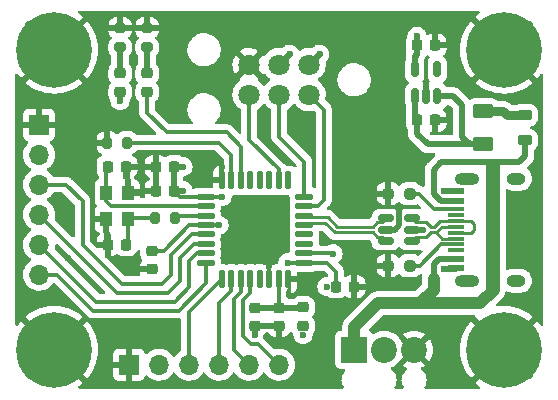
<source format=gbr>
%TF.GenerationSoftware,KiCad,Pcbnew,(6.0.5)*%
%TF.CreationDate,2022-06-21T13:53:18+02:00*%
%TF.ProjectId,usb-c_demo1,7573622d-635f-4646-956d-6f312e6b6963,rev?*%
%TF.SameCoordinates,Original*%
%TF.FileFunction,Copper,L1,Top*%
%TF.FilePolarity,Positive*%
%FSLAX46Y46*%
G04 Gerber Fmt 4.6, Leading zero omitted, Abs format (unit mm)*
G04 Created by KiCad (PCBNEW (6.0.5)) date 2022-06-21 13:53:18*
%MOMM*%
%LPD*%
G01*
G04 APERTURE LIST*
G04 Aperture macros list*
%AMRoundRect*
0 Rectangle with rounded corners*
0 $1 Rounding radius*
0 $2 $3 $4 $5 $6 $7 $8 $9 X,Y pos of 4 corners*
0 Add a 4 corners polygon primitive as box body*
4,1,4,$2,$3,$4,$5,$6,$7,$8,$9,$2,$3,0*
0 Add four circle primitives for the rounded corners*
1,1,$1+$1,$2,$3*
1,1,$1+$1,$4,$5*
1,1,$1+$1,$6,$7*
1,1,$1+$1,$8,$9*
0 Add four rect primitives between the rounded corners*
20,1,$1+$1,$2,$3,$4,$5,0*
20,1,$1+$1,$4,$5,$6,$7,0*
20,1,$1+$1,$6,$7,$8,$9,0*
20,1,$1+$1,$8,$9,$2,$3,0*%
G04 Aperture macros list end*
%TA.AperFunction,SMDPad,CuDef*%
%ADD10RoundRect,0.225000X-0.225000X-0.250000X0.225000X-0.250000X0.225000X0.250000X-0.225000X0.250000X0*%
%TD*%
%TA.AperFunction,SMDPad,CuDef*%
%ADD11R,1.450000X0.600000*%
%TD*%
%TA.AperFunction,SMDPad,CuDef*%
%ADD12R,1.450000X0.300000*%
%TD*%
%TA.AperFunction,ComponentPad*%
%ADD13O,1.600000X1.000000*%
%TD*%
%TA.AperFunction,ComponentPad*%
%ADD14O,2.100000X1.000000*%
%TD*%
%TA.AperFunction,SMDPad,CuDef*%
%ADD15RoundRect,0.225000X-0.250000X0.225000X-0.250000X-0.225000X0.250000X-0.225000X0.250000X0.225000X0*%
%TD*%
%TA.AperFunction,SMDPad,CuDef*%
%ADD16RoundRect,0.200000X0.200000X0.275000X-0.200000X0.275000X-0.200000X-0.275000X0.200000X-0.275000X0*%
%TD*%
%TA.AperFunction,ComponentPad*%
%ADD17R,1.700000X1.700000*%
%TD*%
%TA.AperFunction,ComponentPad*%
%ADD18O,1.700000X1.700000*%
%TD*%
%TA.AperFunction,SMDPad,CuDef*%
%ADD19C,1.800000*%
%TD*%
%TA.AperFunction,SMDPad,CuDef*%
%ADD20RoundRect,0.150000X-0.512500X-0.150000X0.512500X-0.150000X0.512500X0.150000X-0.512500X0.150000X0*%
%TD*%
%TA.AperFunction,SMDPad,CuDef*%
%ADD21RoundRect,0.218750X0.381250X-0.218750X0.381250X0.218750X-0.381250X0.218750X-0.381250X-0.218750X0*%
%TD*%
%TA.AperFunction,SMDPad,CuDef*%
%ADD22RoundRect,0.218750X-0.256250X0.218750X-0.256250X-0.218750X0.256250X-0.218750X0.256250X0.218750X0*%
%TD*%
%TA.AperFunction,ComponentPad*%
%ADD23R,2.200000X2.200000*%
%TD*%
%TA.AperFunction,ComponentPad*%
%ADD24C,2.200000*%
%TD*%
%TA.AperFunction,ComponentPad*%
%ADD25C,6.400000*%
%TD*%
%TA.AperFunction,ComponentPad*%
%ADD26C,0.800000*%
%TD*%
%TA.AperFunction,SMDPad,CuDef*%
%ADD27RoundRect,0.218750X0.256250X-0.218750X0.256250X0.218750X-0.256250X0.218750X-0.256250X-0.218750X0*%
%TD*%
%TA.AperFunction,SMDPad,CuDef*%
%ADD28RoundRect,0.125000X-0.625000X-0.125000X0.625000X-0.125000X0.625000X0.125000X-0.625000X0.125000X0*%
%TD*%
%TA.AperFunction,SMDPad,CuDef*%
%ADD29RoundRect,0.125000X-0.125000X-0.625000X0.125000X-0.625000X0.125000X0.625000X-0.125000X0.625000X0*%
%TD*%
%TA.AperFunction,SMDPad,CuDef*%
%ADD30RoundRect,0.225000X0.225000X0.250000X-0.225000X0.250000X-0.225000X-0.250000X0.225000X-0.250000X0*%
%TD*%
%TA.AperFunction,SMDPad,CuDef*%
%ADD31RoundRect,0.250000X-0.625000X0.375000X-0.625000X-0.375000X0.625000X-0.375000X0.625000X0.375000X0*%
%TD*%
%TA.AperFunction,SMDPad,CuDef*%
%ADD32RoundRect,0.237500X0.250000X0.237500X-0.250000X0.237500X-0.250000X-0.237500X0.250000X-0.237500X0*%
%TD*%
%TA.AperFunction,SMDPad,CuDef*%
%ADD33R,1.000000X1.300000*%
%TD*%
%TA.AperFunction,SMDPad,CuDef*%
%ADD34RoundRect,0.200000X-0.200000X-0.275000X0.200000X-0.275000X0.200000X0.275000X-0.200000X0.275000X0*%
%TD*%
%TA.AperFunction,SMDPad,CuDef*%
%ADD35RoundRect,0.200000X0.275000X-0.200000X0.275000X0.200000X-0.275000X0.200000X-0.275000X-0.200000X0*%
%TD*%
%TA.AperFunction,SMDPad,CuDef*%
%ADD36RoundRect,0.150000X0.150000X-0.512500X0.150000X0.512500X-0.150000X0.512500X-0.150000X-0.512500X0*%
%TD*%
%TA.AperFunction,ViaPad*%
%ADD37C,0.600000*%
%TD*%
%TA.AperFunction,Conductor*%
%ADD38C,0.500000*%
%TD*%
%TA.AperFunction,Conductor*%
%ADD39C,0.300000*%
%TD*%
%TA.AperFunction,Conductor*%
%ADD40C,1.000000*%
%TD*%
%TA.AperFunction,Conductor*%
%ADD41C,0.261112*%
%TD*%
%TA.AperFunction,Conductor*%
%ADD42C,0.750000*%
%TD*%
G04 APERTURE END LIST*
D10*
%TO.P,C3,1*%
%TO.N,+3V3*%
X54343000Y-68326000D03*
%TO.P,C3,2*%
%TO.N,GND*%
X55893000Y-68326000D03*
%TD*%
D11*
%TO.P,J1,A1,GND*%
%TO.N,GND*%
X64535000Y-66750000D03*
%TO.P,J1,A4,VBUS*%
%TO.N,/VBUS*%
X64535000Y-65950000D03*
D12*
%TO.P,J1,A5,CC1*%
%TO.N,/CC1*%
X64535000Y-64750000D03*
%TO.P,J1,A6,D+*%
%TO.N,/D+*%
X64535000Y-63750000D03*
%TO.P,J1,A7,D-*%
%TO.N,/D-*%
X64535000Y-63250000D03*
%TO.P,J1,A8,SBU1*%
%TO.N,unconnected-(J1-PadA8)*%
X64535000Y-62250000D03*
D11*
%TO.P,J1,A9,VBUS*%
%TO.N,/VBUS*%
X64535000Y-61050000D03*
%TO.P,J1,A12,GND*%
%TO.N,GND*%
X64535000Y-60250000D03*
%TO.P,J1,B1,GND*%
X64535000Y-60250000D03*
%TO.P,J1,B4,VBUS*%
%TO.N,/VBUS*%
X64535000Y-61050000D03*
D12*
%TO.P,J1,B5,CC2*%
%TO.N,/CC2*%
X64535000Y-61750000D03*
%TO.P,J1,B6,D+*%
%TO.N,/D+*%
X64535000Y-62750000D03*
%TO.P,J1,B7,D-*%
%TO.N,/D-*%
X64535000Y-64250000D03*
%TO.P,J1,B8,SBU2*%
%TO.N,unconnected-(J1-PadB8)*%
X64535000Y-65250000D03*
D11*
%TO.P,J1,B9,VBUS*%
%TO.N,/VBUS*%
X64535000Y-65950000D03*
%TO.P,J1,B12,GND*%
%TO.N,GND*%
X64535000Y-66750000D03*
D13*
%TO.P,J1,S1,SHIELD*%
%TO.N,unconnected-(J1-PadS1)*%
X69630000Y-67820000D03*
D14*
X65450000Y-59180000D03*
D13*
X69630000Y-59180000D03*
D14*
X65450000Y-67820000D03*
%TD*%
D15*
%TO.P,C10,1*%
%TO.N,NRST*%
X38735000Y-65265000D03*
%TO.P,C10,2*%
%TO.N,GND*%
X38735000Y-66815000D03*
%TD*%
D16*
%TO.P,R4,1*%
%TO.N,/BOOT0*%
X36639000Y-56134000D03*
%TO.P,R4,2*%
%TO.N,GND*%
X34989000Y-56134000D03*
%TD*%
D17*
%TO.P,J4,1,Pin_1*%
%TO.N,GND*%
X36830000Y-74930000D03*
D18*
%TO.P,J4,2,Pin_2*%
%TO.N,+3V3*%
X39370000Y-74930000D03*
%TO.P,J4,3,Pin_3*%
%TO.N,PA4*%
X41910000Y-74930000D03*
%TO.P,J4,4,Pin_4*%
%TO.N,PA5*%
X44450000Y-74930000D03*
%TO.P,J4,5,Pin_5*%
%TO.N,PA6*%
X46990000Y-74930000D03*
%TO.P,J4,6,Pin_6*%
%TO.N,PA7*%
X49530000Y-74930000D03*
%TD*%
D15*
%TO.P,C6,1*%
%TO.N,+3.3VA*%
X47498000Y-70091000D03*
%TO.P,C6,2*%
%TO.N,GND*%
X47498000Y-71641000D03*
%TD*%
D10*
%TO.P,C9,1*%
%TO.N,+3V3*%
X61201000Y-47879000D03*
%TO.P,C9,2*%
%TO.N,GND*%
X62751000Y-47879000D03*
%TD*%
%TO.P,C8,1*%
%TO.N,+5V*%
X61201000Y-54229000D03*
%TO.P,C8,2*%
%TO.N,GND*%
X62751000Y-54229000D03*
%TD*%
D19*
%TO.P,J2,1,Pin_1*%
%TO.N,+3V3*%
X52070000Y-49530000D03*
%TO.P,J2,2,Pin_2*%
%TO.N,SWDIO*%
X52070000Y-52070000D03*
%TO.P,J2,3,Pin_3*%
%TO.N,NRST*%
X49530000Y-49530000D03*
%TO.P,J2,4,Pin_4*%
%TO.N,SWCLK*%
X49530000Y-52070000D03*
%TO.P,J2,5,Pin_5*%
%TO.N,GND*%
X46990000Y-49530000D03*
%TO.P,J2,6,Pin_6*%
%TO.N,SWO*%
X46990000Y-52070000D03*
%TD*%
D17*
%TO.P,J5,1,Pin_1*%
%TO.N,GND*%
X29210000Y-54610000D03*
D18*
%TO.P,J5,2,Pin_2*%
%TO.N,+3V3*%
X29210000Y-57150000D03*
%TO.P,J5,3,Pin_3*%
%TO.N,PA0*%
X29210000Y-59690000D03*
%TO.P,J5,4,Pin_4*%
%TO.N,PA1*%
X29210000Y-62230000D03*
%TO.P,J5,5,Pin_5*%
%TO.N,PA2*%
X29210000Y-64770000D03*
%TO.P,J5,6,Pin_6*%
%TO.N,PA3*%
X29210000Y-67310000D03*
%TD*%
D20*
%TO.P,U2,1,I/O1*%
%TO.N,/STM_D+*%
X58552500Y-62550000D03*
%TO.P,U2,2,GND*%
%TO.N,GND*%
X58552500Y-63500000D03*
%TO.P,U2,3,I/O2*%
%TO.N,/STM_D-*%
X58552500Y-64450000D03*
%TO.P,U2,4,I/O2*%
%TO.N,/D-*%
X60827500Y-64450000D03*
%TO.P,U2,5,VBUS*%
%TO.N,/VBUS*%
X60827500Y-63500000D03*
%TO.P,U2,6,I/O1*%
%TO.N,/D+*%
X60827500Y-62550000D03*
%TD*%
D21*
%TO.P,FB1,1*%
%TO.N,/VBUS*%
X70358000Y-55926500D03*
%TO.P,FB1,2*%
%TO.N,Net-(F1-Pad1)*%
X70358000Y-53801500D03*
%TD*%
D15*
%TO.P,C7,1*%
%TO.N,+3.3VA*%
X49530000Y-70091000D03*
%TO.P,C7,2*%
%TO.N,GND*%
X49530000Y-71641000D03*
%TD*%
D22*
%TO.P,D1,1,K*%
%TO.N,Net-(D1-Pad1)*%
X36068000Y-50266500D03*
%TO.P,D1,2,A*%
%TO.N,+3V3*%
X36068000Y-51841500D03*
%TD*%
D23*
%TO.P,J3,1,Pin_1*%
%TO.N,/VBUS*%
X55880000Y-73660000D03*
D24*
%TO.P,J3,2,Pin_2*%
%TO.N,PIXEL*%
X58420000Y-73660000D03*
%TO.P,J3,3,Pin_3*%
%TO.N,GND*%
X60960000Y-73660000D03*
%TD*%
D25*
%TO.P,H3,1,1*%
%TO.N,GND*%
X30480000Y-48260000D03*
D26*
X30480000Y-45860000D03*
X28080000Y-48260000D03*
X28782944Y-49957056D03*
X32177056Y-49957056D03*
X30480000Y-50660000D03*
X28782944Y-46562944D03*
X32177056Y-46562944D03*
X32880000Y-48260000D03*
%TD*%
D27*
%TO.P,L1,1*%
%TO.N,+3V3*%
X51562000Y-71653500D03*
%TO.P,L1,2*%
%TO.N,+3.3VA*%
X51562000Y-70078500D03*
%TD*%
D25*
%TO.P,H1,1,1*%
%TO.N,GND*%
X68580000Y-48260000D03*
D26*
X68580000Y-50660000D03*
X70980000Y-48260000D03*
X70277056Y-46562944D03*
X70277056Y-49957056D03*
X66180000Y-48260000D03*
X68580000Y-45860000D03*
X66882944Y-49957056D03*
X66882944Y-46562944D03*
%TD*%
D28*
%TO.P,U1,1,VDD*%
%TO.N,+3V3*%
X43323000Y-60700000D03*
%TO.P,U1,2,PF0-OSC_IN*%
%TO.N,/OSC_IN*%
X43323000Y-61500000D03*
%TO.P,U1,3,PF1-OSC_OUT*%
%TO.N,/OSC_OUT*%
X43323000Y-62300000D03*
%TO.P,U1,4,PG10/NRST*%
%TO.N,NRST*%
X43323000Y-63100000D03*
%TO.P,U1,5,PA0*%
%TO.N,PA0*%
X43323000Y-63900000D03*
%TO.P,U1,6,PA1*%
%TO.N,PA1*%
X43323000Y-64700000D03*
%TO.P,U1,7,PA2*%
%TO.N,PA2*%
X43323000Y-65500000D03*
%TO.P,U1,8,PA3*%
%TO.N,PA3*%
X43323000Y-66300000D03*
D29*
%TO.P,U1,9,PA4*%
%TO.N,PA4*%
X44698000Y-67675000D03*
%TO.P,U1,10,PA5*%
%TO.N,PA5*%
X45498000Y-67675000D03*
%TO.P,U1,11,PA6*%
%TO.N,PA6*%
X46298000Y-67675000D03*
%TO.P,U1,12,PA7*%
%TO.N,PA7*%
X47098000Y-67675000D03*
%TO.P,U1,13,PB0*%
%TO.N,unconnected-(U1-Pad13)*%
X47898000Y-67675000D03*
%TO.P,U1,14,VSSA*%
%TO.N,GND*%
X48698000Y-67675000D03*
%TO.P,U1,15,VDDA*%
%TO.N,+3.3VA*%
X49498000Y-67675000D03*
%TO.P,U1,16,VSS*%
%TO.N,GND*%
X50298000Y-67675000D03*
D28*
%TO.P,U1,17,VDD*%
%TO.N,+3V3*%
X51673000Y-66300000D03*
%TO.P,U1,18,PA8*%
%TO.N,PIXEL*%
X51673000Y-65500000D03*
%TO.P,U1,19,PA9*%
%TO.N,unconnected-(U1-Pad19)*%
X51673000Y-64700000D03*
%TO.P,U1,20,PA10*%
%TO.N,unconnected-(U1-Pad20)*%
X51673000Y-63900000D03*
%TO.P,U1,21,PA11*%
%TO.N,/STM_D-*%
X51673000Y-63100000D03*
%TO.P,U1,22,PA12*%
%TO.N,/STM_D+*%
X51673000Y-62300000D03*
%TO.P,U1,23,PA13*%
%TO.N,SWDIO*%
X51673000Y-61500000D03*
%TO.P,U1,24,PA14*%
%TO.N,SWCLK*%
X51673000Y-60700000D03*
D29*
%TO.P,U1,25,PA15*%
%TO.N,unconnected-(U1-Pad25)*%
X50298000Y-59325000D03*
%TO.P,U1,26,PB3*%
%TO.N,SWO*%
X49498000Y-59325000D03*
%TO.P,U1,27,PB4*%
%TO.N,unconnected-(U1-Pad27)*%
X48698000Y-59325000D03*
%TO.P,U1,28,PB5*%
%TO.N,unconnected-(U1-Pad28)*%
X47898000Y-59325000D03*
%TO.P,U1,29,PB6*%
%TO.N,unconnected-(U1-Pad29)*%
X47098000Y-59325000D03*
%TO.P,U1,30,PB7*%
%TO.N,STATUS_LED*%
X46298000Y-59325000D03*
%TO.P,U1,31,PB8-BOOT*%
%TO.N,/BOOT0*%
X45498000Y-59325000D03*
%TO.P,U1,32,VSS*%
%TO.N,GND*%
X44698000Y-59325000D03*
%TD*%
D26*
%TO.P,H2,1,1*%
%TO.N,GND*%
X28080000Y-73660000D03*
X32177056Y-71962944D03*
X28782944Y-71962944D03*
X32177056Y-75357056D03*
X30480000Y-76060000D03*
X28782944Y-75357056D03*
X32880000Y-73660000D03*
D25*
X30480000Y-73660000D03*
D26*
X30480000Y-71260000D03*
%TD*%
D30*
%TO.P,C1,1*%
%TO.N,GND*%
X36589000Y-58166000D03*
%TO.P,C1,2*%
%TO.N,/OSC_IN*%
X35039000Y-58166000D03*
%TD*%
D31*
%TO.P,F1,1*%
%TO.N,Net-(F1-Pad1)*%
X66802000Y-53464000D03*
%TO.P,F1,2*%
%TO.N,+5V*%
X66802000Y-56264000D03*
%TD*%
D10*
%TO.P,C2,1*%
%TO.N,GND*%
X35039000Y-64770000D03*
%TO.P,C2,2*%
%TO.N,Net-(C2-Pad2)*%
X36589000Y-64770000D03*
%TD*%
D32*
%TO.P,R5,1*%
%TO.N,/CC1*%
X60602500Y-66548000D03*
%TO.P,R5,2*%
%TO.N,GND*%
X58777500Y-66548000D03*
%TD*%
D33*
%TO.P,Y1,1,1*%
%TO.N,Net-(C2-Pad2)*%
X36714000Y-62568000D03*
%TO.P,Y1,2,2*%
%TO.N,GND*%
X36714000Y-60368000D03*
%TO.P,Y1,3,3*%
%TO.N,/OSC_IN*%
X34914000Y-60368000D03*
%TO.P,Y1,4,4*%
%TO.N,GND*%
X34914000Y-62568000D03*
%TD*%
D30*
%TO.P,C4,1*%
%TO.N,+3V3*%
X40653000Y-60198000D03*
%TO.P,C4,2*%
%TO.N,GND*%
X39103000Y-60198000D03*
%TD*%
D34*
%TO.P,R1,1*%
%TO.N,Net-(C2-Pad2)*%
X39053000Y-62484000D03*
%TO.P,R1,2*%
%TO.N,/OSC_OUT*%
X40703000Y-62484000D03*
%TD*%
D30*
%TO.P,C5,1*%
%TO.N,+3V3*%
X40653000Y-58166000D03*
%TO.P,C5,2*%
%TO.N,GND*%
X39103000Y-58166000D03*
%TD*%
D35*
%TO.P,R3,1*%
%TO.N,Net-(D2-Pad1)*%
X38354000Y-48069000D03*
%TO.P,R3,2*%
%TO.N,GND*%
X38354000Y-46419000D03*
%TD*%
D36*
%TO.P,U3,1,VIN*%
%TO.N,+5V*%
X61026000Y-52191500D03*
%TO.P,U3,2,GND*%
%TO.N,GND*%
X61976000Y-52191500D03*
%TO.P,U3,3,~{SHDN}*%
%TO.N,+5V*%
X62926000Y-52191500D03*
%TO.P,U3,4,NC*%
%TO.N,unconnected-(U3-Pad4)*%
X62926000Y-49916500D03*
%TO.P,U3,5,VOUT*%
%TO.N,+3V3*%
X61026000Y-49916500D03*
%TD*%
D22*
%TO.P,D2,1,K*%
%TO.N,Net-(D2-Pad1)*%
X38354000Y-50266500D03*
%TO.P,D2,2,A*%
%TO.N,STATUS_LED*%
X38354000Y-51841500D03*
%TD*%
D26*
%TO.P,H4,1,1*%
%TO.N,GND*%
X66882944Y-75357056D03*
X70277056Y-75357056D03*
X68580000Y-71260000D03*
X66882944Y-71962944D03*
X70277056Y-71962944D03*
D25*
X68580000Y-73660000D03*
D26*
X66180000Y-73660000D03*
X68580000Y-76060000D03*
X70980000Y-73660000D03*
%TD*%
D35*
%TO.P,R2,1*%
%TO.N,Net-(D1-Pad1)*%
X36068000Y-48069000D03*
%TO.P,R2,2*%
%TO.N,GND*%
X36068000Y-46419000D03*
%TD*%
D32*
%TO.P,R6,1*%
%TO.N,/CC2*%
X60602500Y-60452000D03*
%TO.P,R6,2*%
%TO.N,GND*%
X58777500Y-60452000D03*
%TD*%
D37*
%TO.N,GND*%
X47752000Y-61468000D03*
X50927000Y-67691000D03*
X48641000Y-66548000D03*
X63500000Y-66802000D03*
X56769000Y-68326000D03*
X57912000Y-66548000D03*
X63500000Y-47879000D03*
X37338000Y-58166000D03*
X47498000Y-72390000D03*
X53213000Y-73914000D03*
X35052000Y-65659000D03*
X38354000Y-60198000D03*
X33020000Y-54229000D03*
X51943000Y-54229000D03*
X37846000Y-66802000D03*
X34036000Y-62611000D03*
X57023000Y-46482000D03*
X31623000Y-65913000D03*
X31877000Y-62992000D03*
X49530000Y-72390000D03*
X63500000Y-54229000D03*
X57785000Y-53721000D03*
X34290000Y-56134000D03*
X36068000Y-45720000D03*
X47879000Y-48641000D03*
X70104000Y-61595000D03*
X48133000Y-53975000D03*
X61976000Y-51181000D03*
X63500000Y-60198000D03*
X59690000Y-61468000D03*
X38227000Y-71628000D03*
X38354000Y-58166000D03*
X46482000Y-65278000D03*
X38354000Y-45720000D03*
X56007000Y-58674000D03*
X57912000Y-60452000D03*
X37592000Y-60325000D03*
X44704000Y-58166000D03*
%TO.N,/VBUS*%
X59690000Y-69723000D03*
X61722000Y-63500000D03*
%TO.N,NRST*%
X44450000Y-63119000D03*
X50419000Y-48641000D03*
%TO.N,+3V3*%
X41402000Y-60198000D03*
X36068000Y-52578000D03*
X53594000Y-68326000D03*
X44704000Y-60706000D03*
X41402000Y-58166000D03*
X50292000Y-66294000D03*
X61087000Y-48768000D03*
X52959000Y-48641000D03*
X61214000Y-47117000D03*
X51562000Y-72390000D03*
%TO.N,PIXEL*%
X54102000Y-65532000D03*
%TD*%
D38*
%TO.N,GND*%
X34871000Y-62611000D02*
X34914000Y-62568000D01*
X63500000Y-54229000D02*
X62751000Y-54229000D01*
X63500000Y-66802000D02*
X64483000Y-66802000D01*
X59690000Y-63119000D02*
X59690000Y-61468000D01*
X64483000Y-66802000D02*
X64535000Y-66750000D01*
X38354000Y-45720000D02*
X38354000Y-46419000D01*
X57912000Y-66548000D02*
X58777500Y-66548000D01*
X63552000Y-60250000D02*
X63500000Y-60198000D01*
X59309000Y-63500000D02*
X59690000Y-63119000D01*
D39*
X34914000Y-64645000D02*
X35039000Y-64770000D01*
D38*
X47498000Y-72390000D02*
X47498000Y-71641000D01*
D39*
X48698000Y-67675000D02*
X48698000Y-66605000D01*
D38*
X34036000Y-62611000D02*
X34871000Y-62611000D01*
X56769000Y-68326000D02*
X55893000Y-68326000D01*
X38354000Y-58166000D02*
X39103000Y-58166000D01*
X37338000Y-58166000D02*
X36589000Y-58166000D01*
X47879000Y-48641000D02*
X46990000Y-49530000D01*
X35052000Y-64783000D02*
X35039000Y-64770000D01*
X64535000Y-60250000D02*
X63552000Y-60250000D01*
D39*
X44704000Y-58166000D02*
X44704000Y-59319000D01*
D38*
X49530000Y-72390000D02*
X49530000Y-71641000D01*
X36757000Y-60325000D02*
X36714000Y-60368000D01*
D39*
X44704000Y-59319000D02*
X44698000Y-59325000D01*
X34914000Y-62568000D02*
X34914000Y-64645000D01*
D38*
X34290000Y-56134000D02*
X34989000Y-56134000D01*
D39*
X50911000Y-67675000D02*
X50927000Y-67691000D01*
D38*
X37846000Y-66802000D02*
X38722000Y-66802000D01*
X38354000Y-60198000D02*
X39103000Y-60198000D01*
X61976000Y-51181000D02*
X61976000Y-52191500D01*
D39*
X48698000Y-66605000D02*
X48641000Y-66548000D01*
X36714000Y-58291000D02*
X36589000Y-58166000D01*
D38*
X57912000Y-60452000D02*
X58777500Y-60452000D01*
X35052000Y-65659000D02*
X35052000Y-64783000D01*
X63500000Y-47879000D02*
X62751000Y-47879000D01*
D39*
X50298000Y-67675000D02*
X50911000Y-67675000D01*
D38*
X38722000Y-66802000D02*
X38735000Y-66815000D01*
X58552500Y-63500000D02*
X59309000Y-63500000D01*
D39*
X36714000Y-60368000D02*
X36714000Y-58291000D01*
D38*
X36068000Y-45720000D02*
X36068000Y-46419000D01*
X37592000Y-60325000D02*
X36757000Y-60325000D01*
D40*
%TO.N,/VBUS*%
X61468000Y-69723000D02*
X66548000Y-69723000D01*
D38*
X63246000Y-57785000D02*
X67564000Y-57785000D01*
X69850000Y-57785000D02*
X70358000Y-57277000D01*
X64535000Y-61050000D02*
X63209000Y-61050000D01*
X70358000Y-57277000D02*
X70358000Y-55926500D01*
X62611000Y-58420000D02*
X63246000Y-57785000D01*
X62611000Y-66421000D02*
X63082000Y-65950000D01*
D40*
X55880000Y-71755000D02*
X57912000Y-69723000D01*
D38*
X63082000Y-65950000D02*
X64535000Y-65950000D01*
X63209000Y-61050000D02*
X62611000Y-60452000D01*
X61722000Y-63500000D02*
X60827500Y-63500000D01*
D40*
X62611000Y-68580000D02*
X62611000Y-67691000D01*
X61468000Y-69723000D02*
X62611000Y-68580000D01*
X55880000Y-73660000D02*
X55880000Y-71755000D01*
X57912000Y-69723000D02*
X61468000Y-69723000D01*
D38*
X67564000Y-57785000D02*
X69850000Y-57785000D01*
X62611000Y-60452000D02*
X62611000Y-58420000D01*
D40*
X66548000Y-69723000D02*
X67691000Y-68580000D01*
D38*
X62611000Y-66421000D02*
X62611000Y-67691000D01*
D39*
%TO.N,/CC1*%
X61468000Y-66548000D02*
X60602500Y-66548000D01*
X63266000Y-64750000D02*
X61468000Y-66548000D01*
X64535000Y-64750000D02*
X63266000Y-64750000D01*
D41*
%TO.N,/D+*%
X63159680Y-62750000D02*
X62641837Y-63267843D01*
X64535000Y-63750000D02*
X65790000Y-63750000D01*
X62380893Y-63267843D02*
X61982974Y-62869924D01*
X64535000Y-62750000D02*
X63159680Y-62750000D01*
X65790000Y-63750000D02*
X66040000Y-63500000D01*
X66040000Y-62992000D02*
X65798000Y-62750000D01*
X65798000Y-62750000D02*
X64535000Y-62750000D01*
X62641837Y-63267843D02*
X62380893Y-63267843D01*
X61982974Y-62869924D02*
X61147424Y-62869924D01*
X61147424Y-62869924D02*
X60827500Y-62550000D01*
X66040000Y-63500000D02*
X66040000Y-62992000D01*
%TO.N,/D-*%
X62834163Y-63732157D02*
X62380893Y-63732157D01*
X63352006Y-64250000D02*
X62834163Y-63732157D01*
X61982974Y-64130076D02*
X61147424Y-64130076D01*
X62380893Y-63732157D02*
X61982974Y-64130076D01*
X63311112Y-63250000D02*
X62834163Y-63726949D01*
X64535000Y-64250000D02*
X63352006Y-64250000D01*
X64535000Y-63250000D02*
X63311112Y-63250000D01*
X62834163Y-63726949D02*
X62834163Y-63732157D01*
X61147424Y-64130076D02*
X60827500Y-64450000D01*
D39*
%TO.N,/CC2*%
X61341000Y-60452000D02*
X60602500Y-60452000D01*
X64535000Y-61750000D02*
X62639000Y-61750000D01*
X62639000Y-61750000D02*
X61341000Y-60452000D01*
%TO.N,/OSC_IN*%
X43323000Y-61500000D02*
X43291000Y-61468000D01*
X35306000Y-61468000D02*
X34914000Y-61076000D01*
X34914000Y-58291000D02*
X35039000Y-58166000D01*
X34914000Y-60368000D02*
X34914000Y-58291000D01*
X43291000Y-61468000D02*
X35306000Y-61468000D01*
X34914000Y-61076000D02*
X34914000Y-60368000D01*
%TO.N,Net-(C2-Pad2)*%
X36798000Y-62484000D02*
X36714000Y-62568000D01*
X39053000Y-62484000D02*
X36798000Y-62484000D01*
X36714000Y-62568000D02*
X36714000Y-64645000D01*
X36714000Y-64645000D02*
X36589000Y-64770000D01*
%TO.N,NRST*%
X39764000Y-65265000D02*
X38735000Y-65265000D01*
X41929000Y-63100000D02*
X39764000Y-65265000D01*
D38*
X50419000Y-48641000D02*
X49530000Y-49530000D01*
D39*
X44431000Y-63100000D02*
X44450000Y-63119000D01*
X43323000Y-63100000D02*
X41929000Y-63100000D01*
X43323000Y-63100000D02*
X44431000Y-63100000D01*
%TO.N,PA4*%
X41910000Y-70463000D02*
X44698000Y-67675000D01*
X41910000Y-74930000D02*
X41910000Y-70463000D01*
%TO.N,PA5*%
X45498000Y-68675000D02*
X45498000Y-67675000D01*
X44450000Y-69723000D02*
X45498000Y-68675000D01*
X44450000Y-74930000D02*
X44450000Y-69723000D01*
%TO.N,PA6*%
X45720000Y-69342000D02*
X46298000Y-68764000D01*
X46990000Y-74930000D02*
X45720000Y-73660000D01*
X46298000Y-68764000D02*
X46298000Y-67675000D01*
X45720000Y-73660000D02*
X45720000Y-69342000D01*
%TO.N,PA7*%
X47752000Y-73152000D02*
X47117000Y-73152000D01*
X47098000Y-68853000D02*
X47098000Y-67675000D01*
X46482000Y-72517000D02*
X46482000Y-69469000D01*
X47117000Y-73152000D02*
X46482000Y-72517000D01*
X46482000Y-69469000D02*
X47098000Y-68853000D01*
X49530000Y-74930000D02*
X47752000Y-73152000D01*
D38*
%TO.N,Net-(D1-Pad1)*%
X36068000Y-48069000D02*
X36068000Y-50266500D01*
D41*
%TO.N,/STM_D-*%
X51840843Y-62932157D02*
X53459837Y-62932157D01*
X53459837Y-62932157D02*
X54259836Y-63732156D01*
X54259836Y-63732156D02*
X57443228Y-63732157D01*
X51673000Y-63100000D02*
X51840843Y-62932157D01*
X57841147Y-64130076D02*
X58232576Y-64130076D01*
X58232576Y-64130076D02*
X58552500Y-64450000D01*
X57443228Y-63732157D02*
X57841147Y-64130076D01*
%TO.N,/STM_D+*%
X57841147Y-62869924D02*
X58232576Y-62869924D01*
X53652163Y-62467843D02*
X54452164Y-63267844D01*
X54452164Y-63267844D02*
X57443228Y-63267843D01*
X58232576Y-62869924D02*
X58552500Y-62550000D01*
X51673000Y-62300000D02*
X51840843Y-62467843D01*
X51840843Y-62467843D02*
X53652163Y-62467843D01*
X57443228Y-63267843D02*
X57841147Y-62869924D01*
D39*
%TO.N,STATUS_LED*%
X46298000Y-59325000D02*
X46298000Y-56458000D01*
X38354000Y-53594000D02*
X38354000Y-51841500D01*
X40005000Y-55245000D02*
X38354000Y-53594000D01*
X45085000Y-55245000D02*
X40005000Y-55245000D01*
X46298000Y-56458000D02*
X45085000Y-55245000D01*
D42*
%TO.N,Net-(F1-Pad1)*%
X68450000Y-53464000D02*
X66802000Y-53464000D01*
X68787500Y-53801500D02*
X68450000Y-53464000D01*
X70358000Y-53801500D02*
X68787500Y-53801500D01*
D39*
%TO.N,SWDIO*%
X53340000Y-60960000D02*
X53340000Y-53340000D01*
X52800000Y-61500000D02*
X53340000Y-60960000D01*
X51673000Y-61500000D02*
X52800000Y-61500000D01*
X53340000Y-53340000D02*
X52070000Y-52070000D01*
%TO.N,SWCLK*%
X51673000Y-57769000D02*
X49530000Y-55626000D01*
X49530000Y-55626000D02*
X49530000Y-52070000D01*
X51673000Y-60700000D02*
X51673000Y-57769000D01*
%TO.N,SWO*%
X49498000Y-58388000D02*
X46990000Y-55880000D01*
X46990000Y-55880000D02*
X46990000Y-52070000D01*
X49498000Y-59325000D02*
X49498000Y-58388000D01*
%TO.N,/OSC_OUT*%
X40887000Y-62300000D02*
X40703000Y-62484000D01*
X43323000Y-62300000D02*
X40887000Y-62300000D01*
%TO.N,+3V3*%
X43329000Y-60706000D02*
X43323000Y-60700000D01*
D38*
X52959000Y-48641000D02*
X52070000Y-49530000D01*
D39*
X44704000Y-60706000D02*
X43329000Y-60706000D01*
D38*
X61201000Y-48654000D02*
X61087000Y-48768000D01*
D39*
X50298000Y-66300000D02*
X50292000Y-66294000D01*
X54356000Y-67056000D02*
X54356000Y-68313000D01*
D38*
X40653000Y-60198000D02*
X40653000Y-58166000D01*
X36068000Y-51841500D02*
X36068000Y-52578000D01*
D39*
X51673000Y-66300000D02*
X50298000Y-66300000D01*
X54356000Y-68313000D02*
X54343000Y-68326000D01*
D38*
X61214000Y-47117000D02*
X61214000Y-47866000D01*
X41402000Y-60198000D02*
X40653000Y-60198000D01*
D39*
X41155000Y-60700000D02*
X40653000Y-60198000D01*
X53600000Y-66300000D02*
X54356000Y-67056000D01*
X51673000Y-66300000D02*
X53600000Y-66300000D01*
D38*
X61201000Y-47879000D02*
X61201000Y-48654000D01*
D39*
X43323000Y-60700000D02*
X41155000Y-60700000D01*
D38*
X61026000Y-49916500D02*
X61026000Y-48829000D01*
X40653000Y-58166000D02*
X41402000Y-58166000D01*
X61026000Y-48829000D02*
X61087000Y-48768000D01*
X61214000Y-47866000D02*
X61201000Y-47879000D01*
D39*
%TO.N,+3.3VA*%
X49498000Y-67675000D02*
X49498000Y-69805000D01*
D38*
X51549500Y-70091000D02*
X51562000Y-70078500D01*
X47498000Y-70091000D02*
X51549500Y-70091000D01*
%TO.N,+5V*%
X62106000Y-56264000D02*
X61201000Y-55359000D01*
X61026000Y-52191500D02*
X61026000Y-54054000D01*
X65024000Y-55632000D02*
X65656000Y-56264000D01*
X65024000Y-52959000D02*
X65024000Y-55632000D01*
X64256500Y-52191500D02*
X65024000Y-52959000D01*
X62926000Y-52191500D02*
X64256500Y-52191500D01*
X65656000Y-56264000D02*
X62106000Y-56264000D01*
X66802000Y-56264000D02*
X65656000Y-56264000D01*
X61026000Y-54054000D02*
X61201000Y-54229000D01*
X61201000Y-55359000D02*
X61201000Y-54229000D01*
%TO.N,Net-(D2-Pad1)*%
X38354000Y-50266500D02*
X38354000Y-48069000D01*
D39*
%TO.N,PIXEL*%
X54070000Y-65500000D02*
X54102000Y-65532000D01*
X51673000Y-65500000D02*
X54070000Y-65500000D01*
%TO.N,PA0*%
X36195000Y-68072000D02*
X39624000Y-68072000D01*
X32893000Y-64770000D02*
X36195000Y-68072000D01*
X39624000Y-68072000D02*
X40386000Y-67310000D01*
X40386000Y-67310000D02*
X40386000Y-65659000D01*
X31496000Y-59690000D02*
X32893000Y-61087000D01*
X42145000Y-63900000D02*
X40386000Y-65659000D01*
X29210000Y-59690000D02*
X31496000Y-59690000D01*
X32893000Y-61087000D02*
X32893000Y-64770000D01*
X43323000Y-63900000D02*
X42145000Y-63900000D01*
%TO.N,PA1*%
X35814000Y-68834000D02*
X40132000Y-68834000D01*
X42361000Y-64700000D02*
X43323000Y-64700000D01*
X29210000Y-62230000D02*
X35814000Y-68834000D01*
X41148000Y-67818000D02*
X41148000Y-65913000D01*
X41148000Y-65913000D02*
X42361000Y-64700000D01*
X40132000Y-68834000D02*
X41148000Y-67818000D01*
%TO.N,PA2*%
X41910000Y-66167000D02*
X41910000Y-68381572D01*
X34036000Y-69596000D02*
X29210000Y-64770000D01*
X40695572Y-69596000D02*
X34036000Y-69596000D01*
X42577000Y-65500000D02*
X43323000Y-65500000D01*
X41910000Y-68381572D02*
X40695572Y-69596000D01*
X41910000Y-66167000D02*
X42577000Y-65500000D01*
%TO.N,PA3*%
X33782000Y-70358000D02*
X41021000Y-70358000D01*
X43323000Y-68056000D02*
X43323000Y-66300000D01*
X41021000Y-70358000D02*
X43323000Y-68056000D01*
X30734000Y-67310000D02*
X33782000Y-70358000D01*
X29210000Y-67310000D02*
X30734000Y-67310000D01*
%TO.N,/BOOT0*%
X36639000Y-56134000D02*
X44450000Y-56134000D01*
X44450000Y-56134000D02*
X45498000Y-57182000D01*
X45498000Y-57182000D02*
X45498000Y-59325000D01*
%TD*%
%TA.AperFunction,Conductor*%
%TO.N,GND*%
G36*
X66498437Y-44978502D02*
G01*
X66544930Y-45032158D01*
X66555034Y-45102432D01*
X66525540Y-45167012D01*
X66498940Y-45190173D01*
X66400265Y-45254253D01*
X66394939Y-45258123D01*
X66156165Y-45451478D01*
X66147700Y-45463733D01*
X66154034Y-45474824D01*
X71364310Y-50685100D01*
X71377386Y-50692241D01*
X71387753Y-50684784D01*
X71581877Y-50445061D01*
X71585747Y-50439735D01*
X71649827Y-50341060D01*
X71703704Y-50294823D01*
X71774025Y-50285053D01*
X71838465Y-50314853D01*
X71876564Y-50374761D01*
X71881500Y-50409684D01*
X71881500Y-71510316D01*
X71861498Y-71578437D01*
X71807842Y-71624930D01*
X71737568Y-71635034D01*
X71672988Y-71605540D01*
X71649827Y-71578940D01*
X71585747Y-71480265D01*
X71581877Y-71474939D01*
X71388522Y-71236165D01*
X71376267Y-71227700D01*
X71365176Y-71234034D01*
X66154900Y-76444310D01*
X66147759Y-76457386D01*
X66155216Y-76467753D01*
X66394935Y-76661874D01*
X66400272Y-76665751D01*
X66498941Y-76729828D01*
X66545178Y-76783704D01*
X66554947Y-76854025D01*
X66525147Y-76918465D01*
X66465238Y-76956564D01*
X66430316Y-76961500D01*
X61962999Y-76961500D01*
X61894878Y-76941498D01*
X61848385Y-76887842D01*
X61838281Y-76817568D01*
X61852162Y-76775575D01*
X61940514Y-76612170D01*
X62001898Y-76413871D01*
X62003429Y-76399303D01*
X62022952Y-76213554D01*
X62022952Y-76213552D01*
X62023596Y-76207425D01*
X62009200Y-76049242D01*
X62005341Y-76006836D01*
X62005340Y-76006833D01*
X62004782Y-76000697D01*
X62002298Y-75992255D01*
X61952974Y-75824669D01*
X61946173Y-75801560D01*
X61850001Y-75617600D01*
X61825380Y-75586977D01*
X61766385Y-75513603D01*
X61719929Y-75455823D01*
X61715209Y-75451862D01*
X61583688Y-75341503D01*
X61544361Y-75282393D01*
X61543235Y-75211405D01*
X61580666Y-75151078D01*
X61616461Y-75128572D01*
X61687700Y-75099064D01*
X61696494Y-75094583D01*
X61891167Y-74975287D01*
X61900627Y-74964830D01*
X61896844Y-74956054D01*
X60972812Y-74032022D01*
X60958868Y-74024408D01*
X60957035Y-74024539D01*
X60950420Y-74028790D01*
X60026200Y-74953010D01*
X60019440Y-74965390D01*
X60025167Y-74973040D01*
X60223506Y-75094583D01*
X60232300Y-75099064D01*
X60304503Y-75128971D01*
X60359784Y-75173519D01*
X60382205Y-75240883D01*
X60364647Y-75309674D01*
X60335921Y-75343023D01*
X60215311Y-75441390D01*
X60215308Y-75441393D01*
X60210536Y-75445285D01*
X60206608Y-75450033D01*
X60206607Y-75450034D01*
X60154018Y-75513603D01*
X60078217Y-75605230D01*
X60075288Y-75610647D01*
X60075286Y-75610650D01*
X59982416Y-75782410D01*
X59982414Y-75782415D01*
X59979486Y-75787830D01*
X59918102Y-75986129D01*
X59917458Y-75992254D01*
X59917458Y-75992255D01*
X59899704Y-76161181D01*
X59896404Y-76192575D01*
X59915218Y-76399303D01*
X59916956Y-76405209D01*
X59916957Y-76405213D01*
X59935364Y-76467753D01*
X59973827Y-76598440D01*
X59976681Y-76603899D01*
X60067241Y-76777125D01*
X60081075Y-76846761D01*
X60055065Y-76912821D01*
X59997469Y-76954333D01*
X59955579Y-76961500D01*
X59422999Y-76961500D01*
X59354878Y-76941498D01*
X59308385Y-76887842D01*
X59298281Y-76817568D01*
X59312162Y-76775575D01*
X59400514Y-76612170D01*
X59461898Y-76413871D01*
X59463429Y-76399303D01*
X59482952Y-76213554D01*
X59482952Y-76213552D01*
X59483596Y-76207425D01*
X59469200Y-76049242D01*
X59465341Y-76006836D01*
X59465340Y-76006833D01*
X59464782Y-76000697D01*
X59462298Y-75992255D01*
X59412974Y-75824669D01*
X59406173Y-75801560D01*
X59310001Y-75617600D01*
X59285380Y-75586977D01*
X59226385Y-75513603D01*
X59179929Y-75455823D01*
X59175210Y-75451863D01*
X59175209Y-75451862D01*
X59044119Y-75341864D01*
X59004793Y-75282755D01*
X59003667Y-75211767D01*
X59041098Y-75151439D01*
X59076892Y-75128935D01*
X59107919Y-75116083D01*
X59147928Y-75099511D01*
X59147932Y-75099509D01*
X59152502Y-75097616D01*
X59368376Y-74965328D01*
X59560898Y-74800898D01*
X59725328Y-74608376D01*
X59832936Y-74432776D01*
X59851274Y-74409516D01*
X60587978Y-73672812D01*
X60594356Y-73661132D01*
X61324408Y-73661132D01*
X61324539Y-73662965D01*
X61328790Y-73669580D01*
X62253010Y-74593800D01*
X62265390Y-74600560D01*
X62273040Y-74594833D01*
X62394583Y-74396494D01*
X62399064Y-74387700D01*
X62492134Y-74163009D01*
X62495183Y-74153624D01*
X62551959Y-73917137D01*
X62553502Y-73907390D01*
X62572584Y-73664930D01*
X62572584Y-73663301D01*
X64867084Y-73663301D01*
X64887080Y-74044833D01*
X64887766Y-74051371D01*
X64947535Y-74428734D01*
X64948906Y-74435184D01*
X65047788Y-74804216D01*
X65049829Y-74810498D01*
X65186740Y-75167164D01*
X65189422Y-75173189D01*
X65362872Y-75513603D01*
X65366169Y-75519313D01*
X65574253Y-75839735D01*
X65578123Y-75845061D01*
X65771478Y-76083835D01*
X65783733Y-76092300D01*
X65794824Y-76085966D01*
X68207978Y-73672812D01*
X68215592Y-73658868D01*
X68215461Y-73657035D01*
X68211210Y-73650420D01*
X65795690Y-71234900D01*
X65782614Y-71227759D01*
X65772247Y-71235216D01*
X65578123Y-71474939D01*
X65574253Y-71480265D01*
X65366169Y-71800687D01*
X65362872Y-71806397D01*
X65189422Y-72146811D01*
X65186740Y-72152836D01*
X65049829Y-72509502D01*
X65047788Y-72515784D01*
X64948906Y-72884816D01*
X64947535Y-72891266D01*
X64887766Y-73268629D01*
X64887080Y-73275167D01*
X64867084Y-73656699D01*
X64867084Y-73663301D01*
X62572584Y-73663301D01*
X62572584Y-73655070D01*
X62553502Y-73412610D01*
X62551959Y-73402863D01*
X62495183Y-73166376D01*
X62492134Y-73156991D01*
X62399064Y-72932300D01*
X62394583Y-72923506D01*
X62275287Y-72728833D01*
X62264830Y-72719373D01*
X62256054Y-72723156D01*
X61332022Y-73647188D01*
X61324408Y-73661132D01*
X60594356Y-73661132D01*
X60595592Y-73658868D01*
X60595461Y-73657035D01*
X60591210Y-73650420D01*
X59851274Y-72910484D01*
X59832936Y-72887224D01*
X59741060Y-72737297D01*
X59725328Y-72711624D01*
X59560898Y-72519102D01*
X59368959Y-72355170D01*
X60019373Y-72355170D01*
X60023156Y-72363946D01*
X60947188Y-73287978D01*
X60961132Y-73295592D01*
X60962965Y-73295461D01*
X60969580Y-73291210D01*
X61893800Y-72366990D01*
X61900560Y-72354610D01*
X61894833Y-72346960D01*
X61696494Y-72225417D01*
X61687700Y-72220936D01*
X61463009Y-72127866D01*
X61453624Y-72124817D01*
X61217137Y-72068041D01*
X61207390Y-72066498D01*
X60964930Y-72047416D01*
X60955070Y-72047416D01*
X60712610Y-72066498D01*
X60702863Y-72068041D01*
X60466376Y-72124817D01*
X60456991Y-72127866D01*
X60232300Y-72220936D01*
X60223506Y-72225417D01*
X60028833Y-72344713D01*
X60019373Y-72355170D01*
X59368959Y-72355170D01*
X59368376Y-72354672D01*
X59152502Y-72222384D01*
X59147932Y-72220491D01*
X59147928Y-72220489D01*
X58923164Y-72127389D01*
X58923162Y-72127388D01*
X58918591Y-72125495D01*
X58825458Y-72103136D01*
X58677216Y-72067546D01*
X58677210Y-72067545D01*
X58672403Y-72066391D01*
X58420000Y-72046526D01*
X58167597Y-72066391D01*
X58162790Y-72067545D01*
X58162784Y-72067546D01*
X58014542Y-72103136D01*
X57921409Y-72125495D01*
X57916838Y-72127388D01*
X57916836Y-72127389D01*
X57692072Y-72220489D01*
X57692068Y-72220491D01*
X57687498Y-72222384D01*
X57683278Y-72224970D01*
X57562614Y-72298913D01*
X57494080Y-72317451D01*
X57426404Y-72295995D01*
X57395953Y-72267046D01*
X57364754Y-72225417D01*
X57343261Y-72196739D01*
X57226705Y-72109385D01*
X57214383Y-72104766D01*
X57210037Y-72103136D01*
X57153274Y-72060492D01*
X57128576Y-71993930D01*
X57143785Y-71924582D01*
X57165175Y-71896060D01*
X58292829Y-70768405D01*
X58355141Y-70734380D01*
X58381924Y-70731500D01*
X61406157Y-70731500D01*
X61419764Y-70732237D01*
X61451262Y-70735659D01*
X61451267Y-70735659D01*
X61457388Y-70736324D01*
X61507053Y-70731979D01*
X61518034Y-70731500D01*
X66021304Y-70731500D01*
X66089425Y-70751502D01*
X66135918Y-70805158D01*
X66147234Y-70861699D01*
X66147196Y-70862849D01*
X66154034Y-70874824D01*
X68567188Y-73287978D01*
X68581132Y-73295592D01*
X68582965Y-73295461D01*
X68589580Y-73291210D01*
X71005100Y-70875690D01*
X71012241Y-70862614D01*
X71004784Y-70852247D01*
X70765065Y-70658126D01*
X70759728Y-70654249D01*
X70439315Y-70446170D01*
X70433606Y-70442873D01*
X70093189Y-70269422D01*
X70087164Y-70266740D01*
X69730498Y-70129829D01*
X69724216Y-70127788D01*
X69355184Y-70028906D01*
X69348734Y-70027535D01*
X68971371Y-69967766D01*
X68964833Y-69967080D01*
X68583301Y-69947084D01*
X68576699Y-69947084D01*
X68195167Y-69967080D01*
X68188629Y-69967766D01*
X68026071Y-69993513D01*
X67955660Y-69984413D01*
X67901346Y-69938691D01*
X67880373Y-69870863D01*
X67899400Y-69802464D01*
X67917265Y-69779969D01*
X68439309Y-69257925D01*
X68453291Y-69240904D01*
X68489602Y-69196698D01*
X68533103Y-69143739D01*
X68610152Y-69000042D01*
X68623649Y-68974870D01*
X68623649Y-68974869D01*
X68626562Y-68969437D01*
X68669743Y-68828200D01*
X68682068Y-68787888D01*
X68721113Y-68728592D01*
X68786017Y-68699818D01*
X68856175Y-68710702D01*
X68863262Y-68714312D01*
X68925387Y-68748465D01*
X68925392Y-68748467D01*
X68930787Y-68751433D01*
X68936654Y-68753294D01*
X68936656Y-68753295D01*
X69113436Y-68809373D01*
X69119306Y-68811235D01*
X69273227Y-68828500D01*
X69979769Y-68828500D01*
X69982825Y-68828200D01*
X69982832Y-68828200D01*
X70041736Y-68822424D01*
X70126833Y-68814080D01*
X70132734Y-68812298D01*
X70132736Y-68812298D01*
X70232328Y-68782229D01*
X70316169Y-68756916D01*
X70490796Y-68664066D01*
X70591822Y-68581671D01*
X70639287Y-68542960D01*
X70639290Y-68542957D01*
X70644062Y-68539065D01*
X70674854Y-68501844D01*
X70766201Y-68391425D01*
X70766203Y-68391421D01*
X70770130Y-68386675D01*
X70864198Y-68212701D01*
X70922682Y-68023768D01*
X70932333Y-67931943D01*
X70942711Y-67833204D01*
X70942711Y-67833202D01*
X70943355Y-67827075D01*
X70930413Y-67684862D01*
X70925989Y-67636251D01*
X70925988Y-67636248D01*
X70925430Y-67630112D01*
X70923581Y-67623827D01*
X70888586Y-67504925D01*
X70869590Y-67440381D01*
X70859210Y-67420525D01*
X70798726Y-67304831D01*
X70777960Y-67265110D01*
X70654032Y-67110975D01*
X70646882Y-67104975D01*
X70591494Y-67058499D01*
X70502526Y-66983846D01*
X70497128Y-66980879D01*
X70497123Y-66980875D01*
X70334608Y-66891533D01*
X70334609Y-66891533D01*
X70329213Y-66888567D01*
X70323346Y-66886706D01*
X70323344Y-66886705D01*
X70146564Y-66830627D01*
X70146563Y-66830627D01*
X70140694Y-66828765D01*
X69986773Y-66811500D01*
X69280231Y-66811500D01*
X69277175Y-66811800D01*
X69277168Y-66811800D01*
X69218660Y-66817537D01*
X69133167Y-66825920D01*
X69127266Y-66827702D01*
X69127264Y-66827702D01*
X69060094Y-66847982D01*
X68943831Y-66883084D01*
X68938392Y-66885976D01*
X68897653Y-66907637D01*
X68828115Y-66921956D01*
X68761875Y-66896408D01*
X68719962Y-66839103D01*
X68712500Y-66796385D01*
X68712500Y-60204484D01*
X68732502Y-60136363D01*
X68786158Y-60089870D01*
X68856432Y-60079766D01*
X68899199Y-60094069D01*
X68925382Y-60108463D01*
X68925394Y-60108468D01*
X68930787Y-60111433D01*
X68936654Y-60113294D01*
X68936656Y-60113295D01*
X69099424Y-60164928D01*
X69119306Y-60171235D01*
X69273227Y-60188500D01*
X69979769Y-60188500D01*
X69982825Y-60188200D01*
X69982832Y-60188200D01*
X70041340Y-60182463D01*
X70126833Y-60174080D01*
X70132734Y-60172298D01*
X70132736Y-60172298D01*
X70246935Y-60137819D01*
X70316169Y-60116916D01*
X70490796Y-60024066D01*
X70588567Y-59944326D01*
X70639287Y-59902960D01*
X70639290Y-59902957D01*
X70644062Y-59899065D01*
X70647991Y-59894316D01*
X70766201Y-59751425D01*
X70766203Y-59751421D01*
X70770130Y-59746675D01*
X70864198Y-59572701D01*
X70922682Y-59383768D01*
X70923684Y-59374234D01*
X70942711Y-59193204D01*
X70942711Y-59193202D01*
X70943355Y-59187075D01*
X70933155Y-59075000D01*
X70925989Y-58996251D01*
X70925988Y-58996248D01*
X70925430Y-58990112D01*
X70920671Y-58973940D01*
X70878936Y-58832138D01*
X70869590Y-58800381D01*
X70834950Y-58734120D01*
X70800137Y-58667530D01*
X70777960Y-58625110D01*
X70654032Y-58470975D01*
X70532447Y-58368952D01*
X70493121Y-58309843D01*
X70491995Y-58238856D01*
X70524344Y-58183337D01*
X70846911Y-57860770D01*
X70861323Y-57848384D01*
X70872918Y-57839851D01*
X70872923Y-57839846D01*
X70878818Y-57835508D01*
X70883557Y-57829930D01*
X70883560Y-57829927D01*
X70913035Y-57795232D01*
X70919965Y-57787716D01*
X70925660Y-57782021D01*
X70938143Y-57766243D01*
X70943281Y-57759749D01*
X70946072Y-57756345D01*
X70988591Y-57706297D01*
X70988592Y-57706295D01*
X70993333Y-57700715D01*
X70996661Y-57694199D01*
X71000020Y-57689162D01*
X71003194Y-57684023D01*
X71007734Y-57678284D01*
X71010834Y-57671651D01*
X71038636Y-57612163D01*
X71040569Y-57608209D01*
X71046514Y-57596567D01*
X71073769Y-57543192D01*
X71075510Y-57536076D01*
X71077604Y-57530446D01*
X71079523Y-57524679D01*
X71082621Y-57518050D01*
X71086671Y-57498582D01*
X71097482Y-57446604D01*
X71098453Y-57442315D01*
X71100747Y-57432939D01*
X71115808Y-57371390D01*
X71116500Y-57360236D01*
X71116536Y-57360238D01*
X71116775Y-57356248D01*
X71117150Y-57352050D01*
X71118640Y-57344885D01*
X71116546Y-57267496D01*
X71116500Y-57264088D01*
X71116500Y-56837266D01*
X71136502Y-56769145D01*
X71176198Y-56730121D01*
X71187830Y-56722923D01*
X71187829Y-56722923D01*
X71194055Y-56719071D01*
X71210399Y-56702699D01*
X71308693Y-56604233D01*
X71313864Y-56599053D01*
X71402849Y-56454692D01*
X71446657Y-56322617D01*
X71454072Y-56300262D01*
X71454072Y-56300260D01*
X71456238Y-56293731D01*
X71466500Y-56193572D01*
X71466500Y-55659428D01*
X71455978Y-55558018D01*
X71402308Y-55397151D01*
X71313071Y-55252945D01*
X71193053Y-55133136D01*
X71048692Y-55044151D01*
X71021531Y-55035142D01*
X70894262Y-54992928D01*
X70894260Y-54992928D01*
X70887731Y-54990762D01*
X70873344Y-54989288D01*
X70807617Y-54962446D01*
X70766836Y-54904331D01*
X70763948Y-54833393D01*
X70799870Y-54772155D01*
X70863198Y-54740059D01*
X70873186Y-54738617D01*
X70882124Y-54737690D01*
X70882128Y-54737689D01*
X70888982Y-54736978D01*
X71049849Y-54683308D01*
X71194055Y-54594071D01*
X71313864Y-54474053D01*
X71402849Y-54329692D01*
X71419214Y-54280353D01*
X71454072Y-54175262D01*
X71454072Y-54175260D01*
X71456238Y-54168731D01*
X71466500Y-54068572D01*
X71466500Y-53534428D01*
X71465712Y-53526827D01*
X71459748Y-53469350D01*
X71455978Y-53433018D01*
X71402308Y-53272151D01*
X71313071Y-53127945D01*
X71193053Y-53008136D01*
X71048692Y-52919151D01*
X71041743Y-52916846D01*
X70894262Y-52867928D01*
X70894260Y-52867928D01*
X70887731Y-52865762D01*
X70787572Y-52855500D01*
X69928428Y-52855500D01*
X69925182Y-52855837D01*
X69925178Y-52855837D01*
X69833876Y-52865310D01*
X69833872Y-52865311D01*
X69827018Y-52866022D01*
X69820476Y-52868205D01*
X69820474Y-52868205D01*
X69690634Y-52911523D01*
X69650757Y-52918000D01*
X69208965Y-52918000D01*
X69140844Y-52897998D01*
X69115330Y-52876312D01*
X69114068Y-52874910D01*
X69110185Y-52869566D01*
X69060816Y-52825114D01*
X69056031Y-52820573D01*
X69041986Y-52806528D01*
X69039409Y-52804441D01*
X69026554Y-52794031D01*
X69021538Y-52789747D01*
X68977080Y-52749717D01*
X68977075Y-52749713D01*
X68972169Y-52745296D01*
X68960552Y-52738589D01*
X68944259Y-52727391D01*
X68938971Y-52723109D01*
X68933839Y-52718953D01*
X68874637Y-52688787D01*
X68868867Y-52685654D01*
X68817055Y-52655740D01*
X68817050Y-52655738D01*
X68811331Y-52652436D01*
X68805051Y-52650395D01*
X68805043Y-52650392D01*
X68798579Y-52648292D01*
X68780317Y-52640728D01*
X68774251Y-52637637D01*
X68774242Y-52637634D01*
X68768363Y-52634638D01*
X68746915Y-52628891D01*
X68704196Y-52617444D01*
X68697894Y-52615578D01*
X68634702Y-52595046D01*
X68621372Y-52593645D01*
X68601929Y-52590042D01*
X68588971Y-52586570D01*
X68582381Y-52586225D01*
X68582377Y-52586224D01*
X68538427Y-52583921D01*
X68522628Y-52583093D01*
X68516069Y-52582577D01*
X68496306Y-52580500D01*
X68476445Y-52580500D01*
X68469850Y-52580327D01*
X68410098Y-52577195D01*
X68410094Y-52577195D01*
X68403507Y-52576850D01*
X68390253Y-52578949D01*
X68370544Y-52580500D01*
X68043393Y-52580500D01*
X67975272Y-52560498D01*
X67954375Y-52543673D01*
X67905483Y-52494866D01*
X67900303Y-52489695D01*
X67892018Y-52484588D01*
X67755968Y-52400725D01*
X67755966Y-52400724D01*
X67749738Y-52396885D01*
X67650309Y-52363906D01*
X67588389Y-52343368D01*
X67588387Y-52343368D01*
X67581861Y-52341203D01*
X67575025Y-52340503D01*
X67575022Y-52340502D01*
X67531969Y-52336091D01*
X67477400Y-52330500D01*
X66126600Y-52330500D01*
X66123354Y-52330837D01*
X66123350Y-52330837D01*
X66027692Y-52340762D01*
X66027688Y-52340763D01*
X66020834Y-52341474D01*
X66014298Y-52343655D01*
X66014296Y-52343655D01*
X65929810Y-52371842D01*
X65853054Y-52397450D01*
X65768007Y-52450079D01*
X65742683Y-52465750D01*
X65674231Y-52484588D01*
X65606462Y-52463427D01*
X65589727Y-52450079D01*
X65553617Y-52415872D01*
X65551175Y-52413494D01*
X64840270Y-51702589D01*
X64827884Y-51688177D01*
X64819351Y-51676582D01*
X64819346Y-51676577D01*
X64815008Y-51670682D01*
X64809430Y-51665943D01*
X64809427Y-51665940D01*
X64774732Y-51636465D01*
X64767216Y-51629535D01*
X64761521Y-51623840D01*
X64743771Y-51609797D01*
X64739249Y-51606219D01*
X64735845Y-51603428D01*
X64685797Y-51560909D01*
X64685795Y-51560908D01*
X64680215Y-51556167D01*
X64673699Y-51552839D01*
X64668650Y-51549472D01*
X64663521Y-51546305D01*
X64657784Y-51541766D01*
X64591625Y-51510845D01*
X64587725Y-51508939D01*
X64522692Y-51475731D01*
X64515584Y-51473992D01*
X64509941Y-51471893D01*
X64504178Y-51469976D01*
X64497550Y-51466878D01*
X64426083Y-51452013D01*
X64421799Y-51451043D01*
X64350890Y-51433692D01*
X64345288Y-51433344D01*
X64345285Y-51433344D01*
X64339736Y-51433000D01*
X64339738Y-51432964D01*
X64335745Y-51432725D01*
X64331553Y-51432351D01*
X64324385Y-51430860D01*
X64258175Y-51432651D01*
X64246979Y-51432954D01*
X64243572Y-51433000D01*
X63767423Y-51433000D01*
X63699302Y-51412998D01*
X63658970Y-51371140D01*
X63656890Y-51367623D01*
X63600453Y-51272193D01*
X63482807Y-51154547D01*
X63478998Y-51152294D01*
X63438345Y-51096004D01*
X63436247Y-51057386D01*
X66147759Y-51057386D01*
X66155216Y-51067753D01*
X66394935Y-51261874D01*
X66400272Y-51265751D01*
X66720685Y-51473830D01*
X66726394Y-51477127D01*
X67066811Y-51650578D01*
X67072836Y-51653260D01*
X67429502Y-51790171D01*
X67435784Y-51792212D01*
X67804816Y-51891094D01*
X67811266Y-51892465D01*
X68188629Y-51952234D01*
X68195167Y-51952920D01*
X68576699Y-51972916D01*
X68583301Y-51972916D01*
X68964833Y-51952920D01*
X68971371Y-51952234D01*
X69348734Y-51892465D01*
X69355184Y-51891094D01*
X69724216Y-51792212D01*
X69730498Y-51790171D01*
X70087164Y-51653260D01*
X70093189Y-51650578D01*
X70433606Y-51477127D01*
X70439315Y-51473830D01*
X70759728Y-51265751D01*
X70765065Y-51261874D01*
X71003835Y-51068522D01*
X71012300Y-51056267D01*
X71005966Y-51045176D01*
X68592812Y-48632022D01*
X68578868Y-48624408D01*
X68577035Y-48624539D01*
X68570420Y-48628790D01*
X66154900Y-51044310D01*
X66147759Y-51057386D01*
X63436247Y-51057386D01*
X63434494Y-51025112D01*
X63469582Y-50963391D01*
X63477276Y-50956724D01*
X63482807Y-50953453D01*
X63600453Y-50835807D01*
X63604489Y-50828983D01*
X63604491Y-50828980D01*
X63681108Y-50699427D01*
X63685145Y-50692601D01*
X63687521Y-50684425D01*
X63705509Y-50622508D01*
X63731562Y-50532831D01*
X63734500Y-50495502D01*
X63734500Y-49337498D01*
X63731562Y-49300169D01*
X63692426Y-49165461D01*
X63687357Y-49148012D01*
X63687356Y-49148010D01*
X63685145Y-49140399D01*
X63654347Y-49088323D01*
X63604491Y-49004020D01*
X63604488Y-49004016D01*
X63600453Y-48997193D01*
X63482807Y-48879547D01*
X63475980Y-48875509D01*
X63470771Y-48871469D01*
X63429205Y-48813913D01*
X63425355Y-48743021D01*
X63458824Y-48682893D01*
X63549985Y-48591572D01*
X63558998Y-48580160D01*
X63641004Y-48447120D01*
X63647151Y-48433939D01*
X63696491Y-48285186D01*
X63699358Y-48271810D01*
X63700230Y-48263301D01*
X64867084Y-48263301D01*
X64887080Y-48644833D01*
X64887766Y-48651371D01*
X64947535Y-49028734D01*
X64948906Y-49035184D01*
X65047788Y-49404216D01*
X65049829Y-49410498D01*
X65186740Y-49767164D01*
X65189422Y-49773189D01*
X65362872Y-50113603D01*
X65366169Y-50119313D01*
X65574253Y-50439735D01*
X65578123Y-50445061D01*
X65771478Y-50683835D01*
X65783733Y-50692300D01*
X65794824Y-50685966D01*
X68207978Y-48272812D01*
X68215592Y-48258868D01*
X68215461Y-48257035D01*
X68211210Y-48250420D01*
X65795690Y-45834900D01*
X65782614Y-45827759D01*
X65772247Y-45835216D01*
X65578123Y-46074939D01*
X65574253Y-46080265D01*
X65366169Y-46400687D01*
X65362872Y-46406397D01*
X65189422Y-46746811D01*
X65186740Y-46752836D01*
X65049829Y-47109502D01*
X65047788Y-47115784D01*
X64948906Y-47484816D01*
X64947535Y-47491266D01*
X64887766Y-47868629D01*
X64887080Y-47875167D01*
X64867084Y-48256699D01*
X64867084Y-48263301D01*
X63700230Y-48263301D01*
X63708672Y-48180903D01*
X63709000Y-48174487D01*
X63709000Y-48151115D01*
X63704525Y-48135876D01*
X63703135Y-48134671D01*
X63695452Y-48133000D01*
X62623000Y-48133000D01*
X62554879Y-48112998D01*
X62508386Y-48059342D01*
X62497000Y-48007000D01*
X62497000Y-47606885D01*
X63005000Y-47606885D01*
X63009475Y-47622124D01*
X63010865Y-47623329D01*
X63018548Y-47625000D01*
X63690885Y-47625000D01*
X63706124Y-47620525D01*
X63707329Y-47619135D01*
X63709000Y-47611452D01*
X63709000Y-47583562D01*
X63708663Y-47577047D01*
X63699106Y-47484943D01*
X63696212Y-47471544D01*
X63646619Y-47322893D01*
X63640445Y-47309714D01*
X63558212Y-47176827D01*
X63549176Y-47165426D01*
X63438571Y-47055014D01*
X63427160Y-47046002D01*
X63294120Y-46963996D01*
X63280939Y-46957849D01*
X63132186Y-46908509D01*
X63118810Y-46905642D01*
X63027903Y-46896328D01*
X63022874Y-46896071D01*
X63007876Y-46900475D01*
X63006671Y-46901865D01*
X63005000Y-46909548D01*
X63005000Y-47606885D01*
X62497000Y-47606885D01*
X62497000Y-46914115D01*
X62492525Y-46898876D01*
X62491135Y-46897671D01*
X62483452Y-46896000D01*
X62480562Y-46896000D01*
X62474047Y-46896337D01*
X62381943Y-46905894D01*
X62368544Y-46908788D01*
X62219893Y-46958381D01*
X62206719Y-46964552D01*
X62184321Y-46978413D01*
X62115869Y-46997251D01*
X62048099Y-46976090D01*
X62002528Y-46921650D01*
X61999026Y-46912706D01*
X61950064Y-46772106D01*
X61950062Y-46772103D01*
X61947745Y-46765448D01*
X61896410Y-46683294D01*
X61855359Y-46617598D01*
X61851626Y-46611624D01*
X61837941Y-46597843D01*
X61728778Y-46487915D01*
X61728774Y-46487912D01*
X61723815Y-46482918D01*
X61712697Y-46475862D01*
X61664538Y-46445300D01*
X61570666Y-46385727D01*
X61541463Y-46375328D01*
X61406425Y-46327243D01*
X61406420Y-46327242D01*
X61399790Y-46324881D01*
X61392802Y-46324048D01*
X61392799Y-46324047D01*
X61269698Y-46309368D01*
X61219680Y-46303404D01*
X61212677Y-46304140D01*
X61212676Y-46304140D01*
X61046288Y-46321628D01*
X61046286Y-46321629D01*
X61039288Y-46322364D01*
X60867579Y-46380818D01*
X60861575Y-46384512D01*
X60719095Y-46472166D01*
X60719092Y-46472168D01*
X60713088Y-46475862D01*
X60708053Y-46480793D01*
X60708050Y-46480795D01*
X60588525Y-46597843D01*
X60583493Y-46602771D01*
X60485235Y-46755238D01*
X60482826Y-46761858D01*
X60482824Y-46761861D01*
X60425606Y-46919066D01*
X60423197Y-46925685D01*
X60400463Y-47105640D01*
X60401150Y-47112648D01*
X60401150Y-47112661D01*
X60401322Y-47114411D01*
X60401110Y-47115524D01*
X60401052Y-47119699D01*
X60400318Y-47119689D01*
X60388060Y-47184158D01*
X60383183Y-47192817D01*
X60324710Y-47287678D01*
X60306698Y-47316899D01*
X60252851Y-47479243D01*
X60242500Y-47580268D01*
X60242500Y-48177732D01*
X60242837Y-48180978D01*
X60242837Y-48180982D01*
X60244127Y-48193411D01*
X60253113Y-48280019D01*
X60255295Y-48286559D01*
X60303910Y-48432274D01*
X60307230Y-48442225D01*
X60307230Y-48442227D01*
X60307244Y-48442268D01*
X60307237Y-48442270D01*
X60317558Y-48509444D01*
X60311075Y-48535807D01*
X60296197Y-48576685D01*
X60290244Y-48623804D01*
X60285745Y-48659414D01*
X60283130Y-48673561D01*
X60268192Y-48734610D01*
X60267500Y-48745764D01*
X60267464Y-48745762D01*
X60267225Y-48749755D01*
X60266851Y-48753947D01*
X60265360Y-48761115D01*
X60266762Y-48812927D01*
X60267454Y-48838521D01*
X60267500Y-48841928D01*
X60267500Y-49120246D01*
X60262497Y-49155398D01*
X60222233Y-49293989D01*
X60222232Y-49293993D01*
X60220438Y-49300169D01*
X60217500Y-49337498D01*
X60217500Y-50495502D01*
X60220438Y-50532831D01*
X60246491Y-50622508D01*
X60264480Y-50684425D01*
X60266855Y-50692601D01*
X60270892Y-50699427D01*
X60347509Y-50828980D01*
X60347511Y-50828983D01*
X60351547Y-50835807D01*
X60469193Y-50953453D01*
X60473002Y-50955706D01*
X60513655Y-51011996D01*
X60517506Y-51082888D01*
X60482418Y-51144609D01*
X60474724Y-51151276D01*
X60469193Y-51154547D01*
X60351547Y-51272193D01*
X60347511Y-51279017D01*
X60347509Y-51279020D01*
X60313465Y-51336586D01*
X60266855Y-51415399D01*
X60264644Y-51423010D01*
X60264643Y-51423012D01*
X60256347Y-51451569D01*
X60220438Y-51575169D01*
X60219934Y-51581574D01*
X60219933Y-51581579D01*
X60217693Y-51610042D01*
X60217500Y-51612498D01*
X60217500Y-52770502D01*
X60217693Y-52772950D01*
X60217693Y-52772958D01*
X60219658Y-52797917D01*
X60220438Y-52807831D01*
X60222232Y-52814007D01*
X60222233Y-52814011D01*
X60262497Y-52952602D01*
X60267500Y-52987754D01*
X60267500Y-53764726D01*
X60261093Y-53804393D01*
X60252851Y-53829243D01*
X60252151Y-53836076D01*
X60252150Y-53836080D01*
X60248488Y-53871828D01*
X60242500Y-53930268D01*
X60242500Y-54527732D01*
X60253113Y-54630019D01*
X60255295Y-54636559D01*
X60300948Y-54773396D01*
X60307244Y-54792268D01*
X60311096Y-54798492D01*
X60311096Y-54798493D01*
X60329736Y-54828615D01*
X60397248Y-54937713D01*
X60402431Y-54942887D01*
X60405520Y-54945971D01*
X60406958Y-54948599D01*
X60406977Y-54948623D01*
X60406973Y-54948626D01*
X60439598Y-55008254D01*
X60442500Y-55035142D01*
X60442500Y-55291930D01*
X60441067Y-55310880D01*
X60437801Y-55332349D01*
X60438394Y-55339641D01*
X60438394Y-55339644D01*
X60442085Y-55385018D01*
X60442500Y-55395233D01*
X60442500Y-55403293D01*
X60442925Y-55406937D01*
X60445789Y-55431507D01*
X60446222Y-55435882D01*
X60450959Y-55494114D01*
X60452140Y-55508637D01*
X60454395Y-55515598D01*
X60455581Y-55521533D01*
X60456970Y-55527409D01*
X60457818Y-55534681D01*
X60482729Y-55603307D01*
X60484143Y-55607426D01*
X60504393Y-55669937D01*
X60504395Y-55669942D01*
X60506649Y-55676899D01*
X60510444Y-55683153D01*
X60512951Y-55688628D01*
X60515670Y-55694058D01*
X60518167Y-55700937D01*
X60522180Y-55707057D01*
X60522180Y-55707058D01*
X60558186Y-55761976D01*
X60560523Y-55765680D01*
X60598405Y-55828107D01*
X60602121Y-55832315D01*
X60602122Y-55832316D01*
X60605803Y-55836484D01*
X60605776Y-55836508D01*
X60608429Y-55839500D01*
X60611132Y-55842733D01*
X60615144Y-55848852D01*
X60644988Y-55877124D01*
X60671383Y-55902128D01*
X60673825Y-55904506D01*
X61522230Y-56752911D01*
X61534616Y-56767323D01*
X61543149Y-56778918D01*
X61543154Y-56778923D01*
X61547492Y-56784818D01*
X61553070Y-56789557D01*
X61553073Y-56789560D01*
X61587768Y-56819035D01*
X61595284Y-56825965D01*
X61600979Y-56831660D01*
X61603861Y-56833940D01*
X61623251Y-56849281D01*
X61626655Y-56852072D01*
X61676703Y-56894591D01*
X61682285Y-56899333D01*
X61688801Y-56902661D01*
X61693850Y-56906028D01*
X61698979Y-56909195D01*
X61704716Y-56913734D01*
X61770875Y-56944655D01*
X61774769Y-56946558D01*
X61839808Y-56979769D01*
X61846916Y-56981508D01*
X61852559Y-56983607D01*
X61858322Y-56985524D01*
X61864950Y-56988622D01*
X61872112Y-56990112D01*
X61872113Y-56990112D01*
X61936412Y-57003486D01*
X61940696Y-57004456D01*
X62011610Y-57021808D01*
X62017212Y-57022156D01*
X62017215Y-57022156D01*
X62022764Y-57022500D01*
X62022762Y-57022536D01*
X62026755Y-57022775D01*
X62030947Y-57023149D01*
X62038115Y-57024640D01*
X62115520Y-57022546D01*
X62118928Y-57022500D01*
X62630563Y-57022500D01*
X62698684Y-57042502D01*
X62745177Y-57096158D01*
X62755281Y-57166432D01*
X62722036Y-57235153D01*
X62702872Y-57255383D01*
X62700494Y-57257825D01*
X62122089Y-57836230D01*
X62107677Y-57848616D01*
X62096082Y-57857149D01*
X62096077Y-57857154D01*
X62090182Y-57861492D01*
X62085443Y-57867070D01*
X62085440Y-57867073D01*
X62055965Y-57901768D01*
X62049035Y-57909284D01*
X62043340Y-57914979D01*
X62041060Y-57917861D01*
X62025719Y-57937251D01*
X62022928Y-57940655D01*
X61985652Y-57984532D01*
X61975667Y-57996285D01*
X61972339Y-58002801D01*
X61968972Y-58007850D01*
X61965805Y-58012979D01*
X61961266Y-58018716D01*
X61930345Y-58084875D01*
X61928442Y-58088769D01*
X61895231Y-58153808D01*
X61893492Y-58160916D01*
X61891393Y-58166559D01*
X61889476Y-58172322D01*
X61886378Y-58178950D01*
X61884888Y-58186112D01*
X61884888Y-58186113D01*
X61871514Y-58250412D01*
X61870544Y-58254696D01*
X61853192Y-58325610D01*
X61852500Y-58336764D01*
X61852464Y-58336762D01*
X61852225Y-58340755D01*
X61851851Y-58344947D01*
X61850360Y-58352115D01*
X61850610Y-58361366D01*
X61852454Y-58429521D01*
X61852500Y-58432928D01*
X61852500Y-59764016D01*
X61832498Y-59832137D01*
X61778842Y-59878630D01*
X61708568Y-59888734D01*
X61676459Y-59879653D01*
X61636465Y-59862346D01*
X61625805Y-59857124D01*
X61592284Y-59838695D01*
X61592282Y-59838694D01*
X61585337Y-59834876D01*
X61564559Y-59829541D01*
X61545869Y-59823142D01*
X61526176Y-59814620D01*
X61519579Y-59813575D01*
X61460211Y-59775662D01*
X61448051Y-59759176D01*
X61444966Y-59754190D01*
X61444964Y-59754188D01*
X61441116Y-59747969D01*
X61391659Y-59698598D01*
X61323184Y-59630242D01*
X61323179Y-59630238D01*
X61318003Y-59625071D01*
X61236773Y-59575000D01*
X61176150Y-59537631D01*
X61176148Y-59537630D01*
X61169920Y-59533791D01*
X61004809Y-59479026D01*
X60997973Y-59478326D01*
X60997970Y-59478325D01*
X60946474Y-59473049D01*
X60902072Y-59468500D01*
X60302928Y-59468500D01*
X60299682Y-59468837D01*
X60299678Y-59468837D01*
X60205765Y-59478581D01*
X60205761Y-59478582D01*
X60198907Y-59479293D01*
X60192371Y-59481474D01*
X60192369Y-59481474D01*
X60075185Y-59520570D01*
X60033893Y-59534346D01*
X59885969Y-59625884D01*
X59778899Y-59733141D01*
X59716618Y-59767220D01*
X59645798Y-59762217D01*
X59600709Y-59733296D01*
X59497871Y-59630637D01*
X59486460Y-59621625D01*
X59350937Y-59538088D01*
X59337759Y-59531944D01*
X59186234Y-59481685D01*
X59172868Y-59478819D01*
X59080230Y-59469328D01*
X59073815Y-59469000D01*
X59049615Y-59469000D01*
X59034376Y-59473475D01*
X59033171Y-59474865D01*
X59031500Y-59482548D01*
X59031500Y-61416885D01*
X59035975Y-61432124D01*
X59037365Y-61433329D01*
X59045048Y-61435000D01*
X59073766Y-61435000D01*
X59080282Y-61434663D01*
X59174132Y-61424925D01*
X59187528Y-61422032D01*
X59338953Y-61371512D01*
X59352115Y-61365347D01*
X59487492Y-61281574D01*
X59498890Y-61272540D01*
X59600393Y-61170860D01*
X59662676Y-61136781D01*
X59733496Y-61141784D01*
X59778583Y-61170704D01*
X59886997Y-61278929D01*
X59893227Y-61282769D01*
X59893228Y-61282770D01*
X60027926Y-61365799D01*
X60035080Y-61370209D01*
X60200191Y-61424974D01*
X60207027Y-61425674D01*
X60207030Y-61425675D01*
X60254370Y-61430525D01*
X60302928Y-61435500D01*
X60902072Y-61435500D01*
X60905318Y-61435163D01*
X60905322Y-61435163D01*
X60999235Y-61425419D01*
X60999239Y-61425418D01*
X61006093Y-61424707D01*
X61012629Y-61422526D01*
X61012631Y-61422526D01*
X61157838Y-61374081D01*
X61171107Y-61369654D01*
X61182810Y-61362412D01*
X61251262Y-61343577D01*
X61319031Y-61364741D01*
X61338204Y-61380464D01*
X61484145Y-61526405D01*
X61518171Y-61588717D01*
X61513106Y-61659532D01*
X61470559Y-61716368D01*
X61404039Y-61741179D01*
X61395050Y-61741500D01*
X60248498Y-61741500D01*
X60246050Y-61741693D01*
X60246042Y-61741693D01*
X60217579Y-61743933D01*
X60217574Y-61743934D01*
X60211169Y-61744438D01*
X60111231Y-61773472D01*
X60059012Y-61788643D01*
X60059010Y-61788644D01*
X60051399Y-61790855D01*
X60022589Y-61807893D01*
X59915020Y-61871509D01*
X59915017Y-61871511D01*
X59908193Y-61875547D01*
X59790547Y-61993193D01*
X59788294Y-61997002D01*
X59732004Y-62037655D01*
X59661112Y-62041506D01*
X59599391Y-62006418D01*
X59592724Y-61998724D01*
X59589453Y-61993193D01*
X59471807Y-61875547D01*
X59464983Y-61871511D01*
X59464980Y-61871509D01*
X59357411Y-61807893D01*
X59328601Y-61790855D01*
X59320990Y-61788644D01*
X59320988Y-61788643D01*
X59268769Y-61773472D01*
X59168831Y-61744438D01*
X59162426Y-61743934D01*
X59162421Y-61743933D01*
X59133958Y-61741693D01*
X59133950Y-61741693D01*
X59131502Y-61741500D01*
X57973498Y-61741500D01*
X57971050Y-61741693D01*
X57971042Y-61741693D01*
X57942579Y-61743933D01*
X57942574Y-61743934D01*
X57936169Y-61744438D01*
X57836231Y-61773472D01*
X57784012Y-61788643D01*
X57784010Y-61788644D01*
X57776399Y-61790855D01*
X57747589Y-61807893D01*
X57640020Y-61871509D01*
X57640017Y-61871511D01*
X57633193Y-61875547D01*
X57515547Y-61993193D01*
X57511511Y-62000017D01*
X57511509Y-62000020D01*
X57462361Y-62083125D01*
X57430855Y-62136399D01*
X57428644Y-62144010D01*
X57428643Y-62144012D01*
X57420198Y-62173080D01*
X57384438Y-62296169D01*
X57383934Y-62302574D01*
X57383933Y-62302579D01*
X57381693Y-62331042D01*
X57381500Y-62333498D01*
X57381500Y-62373619D01*
X57361498Y-62441740D01*
X57344595Y-62462714D01*
X57215427Y-62591882D01*
X57153115Y-62625908D01*
X57126332Y-62628787D01*
X55947708Y-62628787D01*
X54769061Y-62628788D01*
X54700940Y-62608786D01*
X54679966Y-62591884D01*
X54160257Y-62072176D01*
X54152620Y-62063783D01*
X54148478Y-62057256D01*
X54098365Y-62010197D01*
X54095524Y-62007443D01*
X54075615Y-61987534D01*
X54072351Y-61985003D01*
X54063328Y-61977296D01*
X54036555Y-61952154D01*
X54030776Y-61946727D01*
X54023830Y-61942908D01*
X54023828Y-61942907D01*
X54012792Y-61936840D01*
X53996268Y-61925986D01*
X53986317Y-61918267D01*
X53986316Y-61918266D01*
X53980054Y-61913409D01*
X53949068Y-61900000D01*
X53939076Y-61895676D01*
X53928416Y-61890454D01*
X53896232Y-61872760D01*
X53896231Y-61872759D01*
X53889285Y-61868941D01*
X53869395Y-61863834D01*
X53850709Y-61857436D01*
X53831871Y-61849284D01*
X53824041Y-61848044D01*
X53824038Y-61848043D01*
X53801894Y-61844536D01*
X53787760Y-61842298D01*
X53776153Y-61839894D01*
X53746499Y-61832280D01*
X53740572Y-61830758D01*
X53740571Y-61830758D01*
X53732895Y-61828787D01*
X53712373Y-61828787D01*
X53692654Y-61827234D01*
X53687725Y-61826453D01*
X53623574Y-61796037D01*
X53586051Y-61735767D01*
X53587069Y-61664777D01*
X53618349Y-61612910D01*
X53747606Y-61483654D01*
X53756383Y-61475667D01*
X53756388Y-61475663D01*
X53763080Y-61471416D01*
X53811620Y-61419726D01*
X53814374Y-61416885D01*
X53834926Y-61396333D01*
X53837638Y-61392837D01*
X53845349Y-61383808D01*
X53858119Y-61370209D01*
X53876972Y-61350133D01*
X53887301Y-61331345D01*
X53898158Y-61314816D01*
X53906447Y-61304131D01*
X53906448Y-61304129D01*
X53911304Y-61297869D01*
X53929657Y-61255456D01*
X53934868Y-61244819D01*
X53957124Y-61204337D01*
X53962457Y-61183566D01*
X53968859Y-61164864D01*
X53977379Y-61145177D01*
X53984605Y-61099552D01*
X53987013Y-61087926D01*
X53996529Y-61050865D01*
X53996529Y-61050864D01*
X53998500Y-61043188D01*
X53998500Y-61021742D01*
X54000051Y-61002031D01*
X54002166Y-60988678D01*
X54003406Y-60980849D01*
X54000514Y-60950252D01*
X53999059Y-60934864D01*
X53998500Y-60923006D01*
X53998500Y-60735766D01*
X57782000Y-60735766D01*
X57782337Y-60742282D01*
X57792075Y-60836132D01*
X57794968Y-60849528D01*
X57845488Y-61000953D01*
X57851653Y-61014115D01*
X57935426Y-61149492D01*
X57944460Y-61160890D01*
X58057129Y-61273363D01*
X58068540Y-61282375D01*
X58204063Y-61365912D01*
X58217241Y-61372056D01*
X58368766Y-61422315D01*
X58382132Y-61425181D01*
X58474770Y-61434672D01*
X58481185Y-61435000D01*
X58505385Y-61435000D01*
X58520624Y-61430525D01*
X58521829Y-61429135D01*
X58523500Y-61421452D01*
X58523500Y-60724115D01*
X58519025Y-60708876D01*
X58517635Y-60707671D01*
X58509952Y-60706000D01*
X57800115Y-60706000D01*
X57784876Y-60710475D01*
X57783671Y-60711865D01*
X57782000Y-60719548D01*
X57782000Y-60735766D01*
X53998500Y-60735766D01*
X53998500Y-60179885D01*
X57782000Y-60179885D01*
X57786475Y-60195124D01*
X57787865Y-60196329D01*
X57795548Y-60198000D01*
X58505385Y-60198000D01*
X58520624Y-60193525D01*
X58521829Y-60192135D01*
X58523500Y-60184452D01*
X58523500Y-59487115D01*
X58519025Y-59471876D01*
X58517635Y-59470671D01*
X58509952Y-59469000D01*
X58481234Y-59469000D01*
X58474718Y-59469337D01*
X58380868Y-59479075D01*
X58367472Y-59481968D01*
X58216047Y-59532488D01*
X58202885Y-59538653D01*
X58067508Y-59622426D01*
X58056110Y-59631460D01*
X57943637Y-59744129D01*
X57934625Y-59755540D01*
X57851088Y-59891063D01*
X57844944Y-59904241D01*
X57794685Y-60055766D01*
X57791819Y-60069132D01*
X57782328Y-60161770D01*
X57782000Y-60168185D01*
X57782000Y-60179885D01*
X53998500Y-60179885D01*
X53998500Y-53422056D01*
X53999059Y-53410200D01*
X53999059Y-53410197D01*
X54000788Y-53402463D01*
X53998562Y-53331631D01*
X53998500Y-53327673D01*
X53998500Y-53298568D01*
X53997944Y-53294168D01*
X53997012Y-53282330D01*
X53996911Y-53279094D01*
X53995562Y-53236169D01*
X53989580Y-53215579D01*
X53985570Y-53196216D01*
X53983875Y-53182796D01*
X53983875Y-53182795D01*
X53982882Y-53174936D01*
X53979966Y-53167571D01*
X53979965Y-53167567D01*
X53965874Y-53131979D01*
X53962035Y-53120769D01*
X53949145Y-53076400D01*
X53938229Y-53057943D01*
X53929534Y-53040193D01*
X53921635Y-53020244D01*
X53912838Y-53008136D01*
X53894477Y-52982864D01*
X53887960Y-52972943D01*
X53882321Y-52963408D01*
X53864452Y-52933193D01*
X53849291Y-52918032D01*
X53836449Y-52902997D01*
X53832817Y-52897998D01*
X53823841Y-52885643D01*
X53788242Y-52856193D01*
X53779463Y-52848204D01*
X53469539Y-52538280D01*
X53435513Y-52475968D01*
X53438075Y-52412558D01*
X53449904Y-52373621D01*
X53451408Y-52368671D01*
X53481640Y-52139041D01*
X53481747Y-52134673D01*
X53483245Y-52073365D01*
X53483245Y-52073361D01*
X53483327Y-52070000D01*
X53472098Y-51933420D01*
X53464773Y-51844318D01*
X53464772Y-51844312D01*
X53464349Y-51839167D01*
X53416979Y-51650578D01*
X53409184Y-51619544D01*
X53409183Y-51619540D01*
X53407925Y-51614533D01*
X53403715Y-51604850D01*
X53317630Y-51406868D01*
X53317628Y-51406865D01*
X53315570Y-51402131D01*
X53189764Y-51207665D01*
X53159282Y-51174165D01*
X53095025Y-51103548D01*
X53033887Y-51036358D01*
X53029836Y-51033159D01*
X53029832Y-51033155D01*
X52857077Y-50896722D01*
X52816014Y-50838805D01*
X52812782Y-50767882D01*
X52832779Y-50733411D01*
X54467977Y-50733411D01*
X54468177Y-50738740D01*
X54468177Y-50738741D01*
X54470278Y-50794692D01*
X54476945Y-50972274D01*
X54478040Y-50977492D01*
X54521544Y-51184829D01*
X54526030Y-51206211D01*
X54613829Y-51428533D01*
X54737832Y-51632883D01*
X54741329Y-51636913D01*
X54883020Y-51800197D01*
X54894493Y-51813419D01*
X54898619Y-51816802D01*
X54898623Y-51816806D01*
X54932177Y-51844318D01*
X55079333Y-51964978D01*
X55083969Y-51967617D01*
X55083972Y-51967619D01*
X55206467Y-52037347D01*
X55287066Y-52083227D01*
X55511753Y-52164784D01*
X55517002Y-52165733D01*
X55517005Y-52165734D01*
X55742885Y-52206580D01*
X55742893Y-52206581D01*
X55746969Y-52207318D01*
X55765359Y-52208185D01*
X55770544Y-52208430D01*
X55770551Y-52208430D01*
X55772032Y-52208500D01*
X55940012Y-52208500D01*
X56118175Y-52193383D01*
X56123339Y-52192043D01*
X56123343Y-52192042D01*
X56344375Y-52134673D01*
X56344380Y-52134671D01*
X56349540Y-52133332D01*
X56490132Y-52070000D01*
X56562619Y-52037347D01*
X56562622Y-52037346D01*
X56567480Y-52035157D01*
X56765762Y-51901666D01*
X56776845Y-51891094D01*
X56934861Y-51740353D01*
X56938718Y-51736674D01*
X57081402Y-51544900D01*
X57098704Y-51510871D01*
X57187314Y-51336586D01*
X57187314Y-51336585D01*
X57189733Y-51331828D01*
X57240620Y-51167945D01*
X57259032Y-51108651D01*
X57259033Y-51108645D01*
X57260616Y-51103548D01*
X57280510Y-50953453D01*
X57291323Y-50871873D01*
X57291323Y-50871869D01*
X57292023Y-50866589D01*
X57283055Y-50627726D01*
X57254440Y-50491349D01*
X57235067Y-50399016D01*
X57235066Y-50399013D01*
X57233970Y-50393789D01*
X57146171Y-50171467D01*
X57022168Y-49967117D01*
X57005092Y-49947439D01*
X56869007Y-49790614D01*
X56869005Y-49790612D01*
X56865507Y-49786581D01*
X56861381Y-49783198D01*
X56861377Y-49783194D01*
X56684795Y-49638407D01*
X56680667Y-49635022D01*
X56676031Y-49632383D01*
X56676028Y-49632381D01*
X56477577Y-49519416D01*
X56472934Y-49516773D01*
X56248247Y-49435216D01*
X56242998Y-49434267D01*
X56242995Y-49434266D01*
X56017115Y-49393420D01*
X56017107Y-49393419D01*
X56013031Y-49392682D01*
X55994641Y-49391815D01*
X55989456Y-49391570D01*
X55989449Y-49391570D01*
X55987968Y-49391500D01*
X55819988Y-49391500D01*
X55641825Y-49406617D01*
X55636661Y-49407957D01*
X55636657Y-49407958D01*
X55415625Y-49465327D01*
X55415620Y-49465329D01*
X55410460Y-49466668D01*
X55405594Y-49468860D01*
X55197381Y-49562653D01*
X55197378Y-49562654D01*
X55192520Y-49564843D01*
X54994238Y-49698334D01*
X54990381Y-49702013D01*
X54990379Y-49702015D01*
X54959293Y-49731670D01*
X54821282Y-49863326D01*
X54678598Y-50055100D01*
X54676182Y-50059851D01*
X54676180Y-50059855D01*
X54619434Y-50171467D01*
X54570267Y-50268172D01*
X54541656Y-50360313D01*
X54500968Y-50491349D01*
X54500967Y-50491355D01*
X54499384Y-50496452D01*
X54493744Y-50539008D01*
X54470058Y-50717713D01*
X54467977Y-50733411D01*
X52832779Y-50733411D01*
X52848407Y-50706470D01*
X52862001Y-50695261D01*
X52862157Y-50695150D01*
X52982243Y-50609494D01*
X53146303Y-50446005D01*
X53150809Y-50439735D01*
X53221352Y-50341563D01*
X53281458Y-50257917D01*
X53384078Y-50050280D01*
X53451408Y-49828671D01*
X53481640Y-49599041D01*
X53481747Y-49594673D01*
X53483245Y-49533365D01*
X53483245Y-49533361D01*
X53483327Y-49530000D01*
X53480218Y-49492178D01*
X53467539Y-49337967D01*
X53481892Y-49268437D01*
X53506223Y-49236397D01*
X53552428Y-49192396D01*
X53582266Y-49163982D01*
X53682643Y-49012902D01*
X53731170Y-48885156D01*
X53744555Y-48849920D01*
X53744556Y-48849918D01*
X53747055Y-48843338D01*
X53750131Y-48821449D01*
X53771748Y-48667639D01*
X53771748Y-48667636D01*
X53772299Y-48663717D01*
X53772616Y-48641000D01*
X53752397Y-48460745D01*
X53747652Y-48447120D01*
X53695064Y-48296106D01*
X53695062Y-48296103D01*
X53692745Y-48289448D01*
X53608643Y-48154855D01*
X53600359Y-48141598D01*
X53596626Y-48135624D01*
X53587835Y-48126771D01*
X53473778Y-48011915D01*
X53473774Y-48011912D01*
X53468815Y-48006918D01*
X53457697Y-47999862D01*
X53381252Y-47951349D01*
X53315666Y-47909727D01*
X53286463Y-47899328D01*
X53151425Y-47851243D01*
X53151420Y-47851242D01*
X53144790Y-47848881D01*
X53137802Y-47848048D01*
X53137799Y-47848047D01*
X53014698Y-47833368D01*
X52964680Y-47827404D01*
X52957677Y-47828140D01*
X52957676Y-47828140D01*
X52791288Y-47845628D01*
X52791286Y-47845629D01*
X52784288Y-47846364D01*
X52612579Y-47904818D01*
X52606575Y-47908512D01*
X52464095Y-47996166D01*
X52464092Y-47996168D01*
X52458088Y-47999862D01*
X52358849Y-48097044D01*
X52296185Y-48130413D01*
X52248597Y-48131066D01*
X52208095Y-48123851D01*
X52208089Y-48123850D01*
X52203006Y-48122945D01*
X52130096Y-48122054D01*
X51976581Y-48120179D01*
X51976579Y-48120179D01*
X51971411Y-48120116D01*
X51742464Y-48155150D01*
X51522314Y-48227106D01*
X51317371Y-48333792D01*
X51247712Y-48347504D01*
X51181697Y-48321379D01*
X51152338Y-48288797D01*
X51146065Y-48278757D01*
X51056626Y-48135624D01*
X51047835Y-48126771D01*
X50933778Y-48011915D01*
X50933774Y-48011912D01*
X50928815Y-48006918D01*
X50917697Y-47999862D01*
X50841252Y-47951349D01*
X50775666Y-47909727D01*
X50746463Y-47899328D01*
X50611425Y-47851243D01*
X50611420Y-47851242D01*
X50604790Y-47848881D01*
X50597802Y-47848048D01*
X50597799Y-47848047D01*
X50474698Y-47833368D01*
X50424680Y-47827404D01*
X50417677Y-47828140D01*
X50417676Y-47828140D01*
X50251288Y-47845628D01*
X50251286Y-47845629D01*
X50244288Y-47846364D01*
X50072579Y-47904818D01*
X50066575Y-47908512D01*
X49924095Y-47996166D01*
X49924092Y-47996168D01*
X49918088Y-47999862D01*
X49818849Y-48097044D01*
X49756185Y-48130413D01*
X49708597Y-48131066D01*
X49668095Y-48123851D01*
X49668089Y-48123850D01*
X49663006Y-48122945D01*
X49590096Y-48122054D01*
X49436581Y-48120179D01*
X49436579Y-48120179D01*
X49431411Y-48120116D01*
X49202464Y-48155150D01*
X48982314Y-48227106D01*
X48977726Y-48229494D01*
X48977722Y-48229496D01*
X48798608Y-48322737D01*
X48776872Y-48334052D01*
X48772739Y-48337155D01*
X48772736Y-48337157D01*
X48598811Y-48467744D01*
X48591655Y-48473117D01*
X48431639Y-48640564D01*
X48409127Y-48673566D01*
X48364002Y-48739716D01*
X48309090Y-48784718D01*
X48238565Y-48792889D01*
X48174819Y-48761634D01*
X48164979Y-48749994D01*
X48148538Y-48735835D01*
X48138973Y-48740238D01*
X47362021Y-49517189D01*
X47354408Y-49531132D01*
X47354539Y-49532966D01*
X47358790Y-49539580D01*
X48136307Y-50317096D01*
X48148313Y-50323652D01*
X48174948Y-50303304D01*
X48175827Y-50304454D01*
X48212672Y-50275734D01*
X48283376Y-50269289D01*
X48346340Y-50302092D01*
X48366432Y-50327074D01*
X48386800Y-50360313D01*
X48386806Y-50360321D01*
X48389501Y-50364719D01*
X48541147Y-50539784D01*
X48719349Y-50687730D01*
X48723819Y-50690342D01*
X48727511Y-50692500D01*
X48776232Y-50744140D01*
X48789301Y-50813924D01*
X48762566Y-50879694D01*
X48739589Y-50902045D01*
X48632308Y-50982594D01*
X48591655Y-51013117D01*
X48588083Y-51016855D01*
X48447691Y-51163767D01*
X48431639Y-51180564D01*
X48364306Y-51279271D01*
X48309397Y-51324271D01*
X48238872Y-51332442D01*
X48175125Y-51301188D01*
X48154428Y-51276705D01*
X48147881Y-51266584D01*
X48109764Y-51207665D01*
X48079282Y-51174165D01*
X48015025Y-51103548D01*
X47953887Y-51036358D01*
X47949836Y-51033159D01*
X47949832Y-51033155D01*
X47776669Y-50896400D01*
X47735606Y-50838483D01*
X47732374Y-50767560D01*
X47767999Y-50706148D01*
X47773487Y-50701623D01*
X47783497Y-50688874D01*
X47776510Y-50675721D01*
X47002811Y-49902021D01*
X46988868Y-49894408D01*
X46987034Y-49894539D01*
X46980420Y-49898790D01*
X46200180Y-50679031D01*
X46193423Y-50691406D01*
X46212730Y-50717197D01*
X46212040Y-50717713D01*
X46236627Y-50743737D01*
X46249743Y-50813511D01*
X46223055Y-50879300D01*
X46200023Y-50901719D01*
X46092308Y-50982594D01*
X46051655Y-51013117D01*
X46048083Y-51016855D01*
X45907691Y-51163767D01*
X45891639Y-51180564D01*
X45888730Y-51184829D01*
X45888724Y-51184837D01*
X45874144Y-51206211D01*
X45761119Y-51371899D01*
X45663602Y-51581981D01*
X45601707Y-51805169D01*
X45577095Y-52035469D01*
X45577392Y-52040622D01*
X45577392Y-52040625D01*
X45587085Y-52208731D01*
X45590427Y-52266697D01*
X45591564Y-52271743D01*
X45591565Y-52271749D01*
X45621218Y-52403326D01*
X45641346Y-52492642D01*
X45643288Y-52497424D01*
X45643289Y-52497428D01*
X45707573Y-52655740D01*
X45728484Y-52707237D01*
X45849501Y-52904719D01*
X46001147Y-53079784D01*
X46100789Y-53162508D01*
X46173463Y-53222843D01*
X46179349Y-53227730D01*
X46266645Y-53278741D01*
X46269070Y-53280158D01*
X46317794Y-53331796D01*
X46331500Y-53388946D01*
X46331500Y-55256050D01*
X46311498Y-55324171D01*
X46257842Y-55370664D01*
X46187568Y-55380768D01*
X46122988Y-55351274D01*
X46116405Y-55345145D01*
X45608655Y-54837395D01*
X45600665Y-54828615D01*
X45600663Y-54828613D01*
X45596416Y-54821920D01*
X45544742Y-54773395D01*
X45541901Y-54770641D01*
X45521333Y-54750073D01*
X45517826Y-54747353D01*
X45508804Y-54739647D01*
X45480913Y-54713456D01*
X45475133Y-54708028D01*
X45468181Y-54704206D01*
X45456342Y-54697697D01*
X45439818Y-54686843D01*
X45429132Y-54678555D01*
X45422868Y-54673696D01*
X45415596Y-54670549D01*
X45415594Y-54670548D01*
X45380465Y-54655346D01*
X45369805Y-54650124D01*
X45336284Y-54631695D01*
X45336282Y-54631694D01*
X45329337Y-54627876D01*
X45308559Y-54622541D01*
X45289869Y-54616142D01*
X45270176Y-54607620D01*
X45224552Y-54600394D01*
X45212929Y-54597987D01*
X45177508Y-54588893D01*
X45168188Y-54586500D01*
X45146741Y-54586500D01*
X45127031Y-54584949D01*
X45125358Y-54584684D01*
X45105848Y-54581594D01*
X45059859Y-54585941D01*
X45048004Y-54586500D01*
X44228562Y-54586500D01*
X44160441Y-54566498D01*
X44113948Y-54512842D01*
X44103844Y-54442568D01*
X44133338Y-54377988D01*
X44141590Y-54369330D01*
X44234861Y-54280353D01*
X44238718Y-54276674D01*
X44381402Y-54084900D01*
X44388078Y-54071771D01*
X44487314Y-53876586D01*
X44487314Y-53876585D01*
X44489733Y-53871828D01*
X44538328Y-53715328D01*
X44559032Y-53648651D01*
X44559033Y-53648645D01*
X44560616Y-53643548D01*
X44583705Y-53469350D01*
X44591323Y-53411873D01*
X44591323Y-53411869D01*
X44592023Y-53406589D01*
X44590589Y-53368380D01*
X44586859Y-53269050D01*
X44583055Y-53167726D01*
X44562462Y-53069579D01*
X44535067Y-52939016D01*
X44535066Y-52939013D01*
X44533970Y-52933789D01*
X44446171Y-52711467D01*
X44322168Y-52507117D01*
X44229846Y-52400725D01*
X44169007Y-52330614D01*
X44169005Y-52330612D01*
X44165507Y-52326581D01*
X44161381Y-52323198D01*
X44161377Y-52323194D01*
X43984795Y-52178407D01*
X43980667Y-52175022D01*
X43976031Y-52172383D01*
X43976028Y-52172381D01*
X43777577Y-52059416D01*
X43772934Y-52056773D01*
X43548247Y-51975216D01*
X43542998Y-51974267D01*
X43542995Y-51974266D01*
X43317115Y-51933420D01*
X43317107Y-51933419D01*
X43313031Y-51932682D01*
X43294641Y-51931815D01*
X43289456Y-51931570D01*
X43289449Y-51931570D01*
X43287968Y-51931500D01*
X43119988Y-51931500D01*
X42941825Y-51946617D01*
X42936661Y-51947957D01*
X42936657Y-51947958D01*
X42715625Y-52005327D01*
X42715620Y-52005329D01*
X42710460Y-52006668D01*
X42705594Y-52008860D01*
X42497381Y-52102653D01*
X42497378Y-52102654D01*
X42492520Y-52104843D01*
X42294238Y-52238334D01*
X42121282Y-52403326D01*
X42118099Y-52407603D01*
X42118099Y-52407604D01*
X42098375Y-52434114D01*
X41978598Y-52595100D01*
X41976182Y-52599851D01*
X41976180Y-52599855D01*
X41903912Y-52741996D01*
X41870267Y-52808172D01*
X41844221Y-52892055D01*
X41800968Y-53031349D01*
X41800967Y-53031355D01*
X41799384Y-53036452D01*
X41787257Y-53127945D01*
X41768969Y-53265930D01*
X41767977Y-53273411D01*
X41768177Y-53278740D01*
X41768177Y-53278741D01*
X41768922Y-53298588D01*
X41776945Y-53512274D01*
X41782279Y-53537694D01*
X41819551Y-53715331D01*
X41826030Y-53746211D01*
X41913829Y-53968533D01*
X42037832Y-54172883D01*
X42041329Y-54176913D01*
X42189357Y-54347500D01*
X42194493Y-54353419D01*
X42206260Y-54363067D01*
X42246253Y-54421727D01*
X42248184Y-54492698D01*
X42211438Y-54553446D01*
X42147683Y-54584684D01*
X42126367Y-54586500D01*
X40329950Y-54586500D01*
X40261829Y-54566498D01*
X40240855Y-54549595D01*
X39049405Y-53358145D01*
X39015379Y-53295833D01*
X39012500Y-53269050D01*
X39012500Y-52735554D01*
X39032502Y-52667433D01*
X39059734Y-52637364D01*
X39065055Y-52634071D01*
X39184864Y-52514053D01*
X39189140Y-52507117D01*
X39247426Y-52412558D01*
X39273849Y-52369692D01*
X39283209Y-52341474D01*
X39325072Y-52215262D01*
X39325072Y-52215260D01*
X39327238Y-52208731D01*
X39337500Y-52108572D01*
X39337500Y-51574428D01*
X39326978Y-51473018D01*
X39273308Y-51312151D01*
X39184071Y-51167945D01*
X39159195Y-51143113D01*
X39125116Y-51080832D01*
X39130118Y-51010012D01*
X39159040Y-50964922D01*
X39179693Y-50944233D01*
X39184864Y-50939053D01*
X39273849Y-50794692D01*
X39282742Y-50767882D01*
X39325072Y-50640262D01*
X39325072Y-50640260D01*
X39327238Y-50633731D01*
X39337500Y-50533572D01*
X39337500Y-49999428D01*
X39326978Y-49898018D01*
X39273308Y-49737151D01*
X39184071Y-49592945D01*
X39149482Y-49558416D01*
X39115403Y-49496133D01*
X39112500Y-49469243D01*
X39112500Y-48839710D01*
X39132502Y-48771589D01*
X39149405Y-48750615D01*
X39190639Y-48709381D01*
X39279472Y-48562699D01*
X39330753Y-48399062D01*
X39337500Y-48325635D01*
X39337500Y-48193411D01*
X41767977Y-48193411D01*
X41776945Y-48432274D01*
X41793137Y-48509444D01*
X41821572Y-48644962D01*
X41826030Y-48666211D01*
X41913829Y-48888533D01*
X42037832Y-49092883D01*
X42041329Y-49096913D01*
X42183092Y-49260280D01*
X42194493Y-49273419D01*
X42198619Y-49276802D01*
X42198623Y-49276806D01*
X42297629Y-49357985D01*
X42379333Y-49424978D01*
X42383969Y-49427617D01*
X42383972Y-49427619D01*
X42557930Y-49526642D01*
X42587066Y-49543227D01*
X42811753Y-49624784D01*
X42817002Y-49625733D01*
X42817005Y-49625734D01*
X43042885Y-49666580D01*
X43042893Y-49666581D01*
X43046969Y-49667318D01*
X43065359Y-49668185D01*
X43070544Y-49668430D01*
X43070551Y-49668430D01*
X43072032Y-49668500D01*
X43240012Y-49668500D01*
X43418175Y-49653383D01*
X43423339Y-49652043D01*
X43423343Y-49652042D01*
X43644375Y-49594673D01*
X43644380Y-49594671D01*
X43649540Y-49593332D01*
X43717645Y-49562653D01*
X43855313Y-49500638D01*
X45577893Y-49500638D01*
X45590627Y-49721468D01*
X45592061Y-49731670D01*
X45640685Y-49947439D01*
X45643773Y-49957292D01*
X45726986Y-50162220D01*
X45731634Y-50171421D01*
X45820097Y-50315781D01*
X45830553Y-50325242D01*
X45839331Y-50321458D01*
X46617979Y-49542811D01*
X46625592Y-49528868D01*
X46625461Y-49527034D01*
X46621210Y-49520420D01*
X45843862Y-48743073D01*
X45832330Y-48736776D01*
X45820048Y-48746399D01*
X45764467Y-48827877D01*
X45759379Y-48836833D01*
X45666252Y-49037459D01*
X45662689Y-49047146D01*
X45603581Y-49260280D01*
X45601650Y-49270400D01*
X45578145Y-49490349D01*
X45577893Y-49500638D01*
X43855313Y-49500638D01*
X43862619Y-49497347D01*
X43862622Y-49497346D01*
X43867480Y-49495157D01*
X44065762Y-49361666D01*
X44088508Y-49339968D01*
X44141464Y-49289450D01*
X44238718Y-49196674D01*
X44381402Y-49004900D01*
X44385321Y-48997193D01*
X44487314Y-48796586D01*
X44487314Y-48796585D01*
X44489733Y-48791828D01*
X44536014Y-48642779D01*
X44559032Y-48568651D01*
X44559033Y-48568645D01*
X44560616Y-48563548D01*
X44583299Y-48392408D01*
X44586175Y-48370711D01*
X46195508Y-48370711D01*
X46202251Y-48383040D01*
X46977189Y-49157979D01*
X46991132Y-49165592D01*
X46992966Y-49165461D01*
X46999580Y-49161210D01*
X47778994Y-48381795D01*
X47786011Y-48368944D01*
X47778237Y-48358274D01*
X47775902Y-48356430D01*
X47767320Y-48350729D01*
X47573678Y-48243833D01*
X47564272Y-48239606D01*
X47355772Y-48165772D01*
X47345809Y-48163140D01*
X47128047Y-48124350D01*
X47117796Y-48123381D01*
X46896616Y-48120679D01*
X46886332Y-48121399D01*
X46667693Y-48154855D01*
X46657666Y-48157244D01*
X46447426Y-48225961D01*
X46437916Y-48229958D01*
X46241725Y-48332089D01*
X46233007Y-48337578D01*
X46203961Y-48359386D01*
X46195508Y-48370711D01*
X44586175Y-48370711D01*
X44591323Y-48331873D01*
X44591323Y-48331869D01*
X44592023Y-48326589D01*
X44589472Y-48258629D01*
X44587023Y-48193411D01*
X44583055Y-48087726D01*
X44544677Y-47904818D01*
X44535067Y-47859016D01*
X44535066Y-47859013D01*
X44533970Y-47853789D01*
X44446171Y-47631467D01*
X44322168Y-47427117D01*
X44262033Y-47357817D01*
X44169007Y-47250614D01*
X44169005Y-47250612D01*
X44165507Y-47246581D01*
X44161381Y-47243198D01*
X44161377Y-47243194D01*
X44010763Y-47119699D01*
X43980667Y-47095022D01*
X43976031Y-47092383D01*
X43976028Y-47092381D01*
X43777577Y-46979416D01*
X43772934Y-46976773D01*
X43548247Y-46895216D01*
X43542998Y-46894267D01*
X43542995Y-46894266D01*
X43317115Y-46853420D01*
X43317107Y-46853419D01*
X43313031Y-46852682D01*
X43294641Y-46851815D01*
X43289456Y-46851570D01*
X43289449Y-46851570D01*
X43287968Y-46851500D01*
X43119988Y-46851500D01*
X42941825Y-46866617D01*
X42936661Y-46867957D01*
X42936657Y-46867958D01*
X42715625Y-46925327D01*
X42715620Y-46925329D01*
X42710460Y-46926668D01*
X42705594Y-46928860D01*
X42497381Y-47022653D01*
X42497378Y-47022654D01*
X42492520Y-47024843D01*
X42294238Y-47158334D01*
X42290381Y-47162013D01*
X42290379Y-47162015D01*
X42256514Y-47194321D01*
X42121282Y-47323326D01*
X41978598Y-47515100D01*
X41976182Y-47519851D01*
X41976180Y-47519855D01*
X41922722Y-47625000D01*
X41870267Y-47728172D01*
X41839455Y-47827404D01*
X41800968Y-47951349D01*
X41800967Y-47951355D01*
X41799384Y-47956452D01*
X41792033Y-48011915D01*
X41772771Y-48157244D01*
X41767977Y-48193411D01*
X39337500Y-48193411D01*
X39337499Y-47812366D01*
X39337234Y-47809474D01*
X39331364Y-47745592D01*
X39330753Y-47738938D01*
X39298631Y-47636436D01*
X39281744Y-47582550D01*
X39281743Y-47582548D01*
X39279472Y-47575301D01*
X39190639Y-47428619D01*
X39094761Y-47332741D01*
X39060735Y-47270429D01*
X39065800Y-47199614D01*
X39094761Y-47154551D01*
X39184869Y-47064443D01*
X39194176Y-47052574D01*
X39275079Y-46918988D01*
X39281285Y-46905243D01*
X39328256Y-46755356D01*
X39330869Y-46742306D01*
X39335913Y-46687414D01*
X39332525Y-46675876D01*
X39331135Y-46674671D01*
X39323452Y-46673000D01*
X37389116Y-46673000D01*
X37373877Y-46677475D01*
X37372672Y-46678865D01*
X37371709Y-46683294D01*
X37377132Y-46742315D01*
X37379743Y-46755351D01*
X37426715Y-46905243D01*
X37432921Y-46918988D01*
X37513824Y-47052574D01*
X37523131Y-47064443D01*
X37613239Y-47154551D01*
X37647265Y-47216863D01*
X37642200Y-47287678D01*
X37613239Y-47332741D01*
X37517361Y-47428619D01*
X37428528Y-47575301D01*
X37426257Y-47582548D01*
X37426256Y-47582550D01*
X37409369Y-47636436D01*
X37377247Y-47738938D01*
X37370500Y-47812365D01*
X37370501Y-48325634D01*
X37370764Y-48328492D01*
X37370764Y-48328501D01*
X37373330Y-48356430D01*
X37377247Y-48399062D01*
X37379246Y-48405440D01*
X37379246Y-48405441D01*
X37400455Y-48473117D01*
X37428528Y-48562699D01*
X37517361Y-48709381D01*
X37558595Y-48750615D01*
X37592621Y-48812927D01*
X37595500Y-48839710D01*
X37595500Y-49469330D01*
X37575498Y-49537451D01*
X37558673Y-49558348D01*
X37523136Y-49593947D01*
X37434151Y-49738308D01*
X37431846Y-49745256D01*
X37431846Y-49745257D01*
X37404179Y-49828671D01*
X37380762Y-49899269D01*
X37370500Y-49999428D01*
X37370500Y-50533572D01*
X37370837Y-50536818D01*
X37370837Y-50536822D01*
X37371487Y-50543086D01*
X37381022Y-50634982D01*
X37434692Y-50795849D01*
X37523929Y-50940055D01*
X37548805Y-50964887D01*
X37582884Y-51027168D01*
X37577882Y-51097988D01*
X37548960Y-51143078D01*
X37523136Y-51168947D01*
X37434151Y-51313308D01*
X37431846Y-51320256D01*
X37431846Y-51320257D01*
X37383214Y-51466878D01*
X37380762Y-51474269D01*
X37370500Y-51574428D01*
X37370500Y-52108572D01*
X37370837Y-52111818D01*
X37370837Y-52111822D01*
X37373069Y-52133332D01*
X37381022Y-52209982D01*
X37434692Y-52370849D01*
X37523929Y-52515055D01*
X37643947Y-52634864D01*
X37648157Y-52637459D01*
X37688656Y-52694583D01*
X37695500Y-52735545D01*
X37695500Y-53511944D01*
X37694941Y-53523800D01*
X37693212Y-53531537D01*
X37693461Y-53539459D01*
X37695438Y-53602369D01*
X37695500Y-53606327D01*
X37695500Y-53635432D01*
X37696056Y-53639832D01*
X37696988Y-53651664D01*
X37698438Y-53697831D01*
X37703523Y-53715331D01*
X37704419Y-53718416D01*
X37708430Y-53737782D01*
X37711118Y-53759064D01*
X37714034Y-53766429D01*
X37714035Y-53766433D01*
X37728126Y-53802021D01*
X37731965Y-53813231D01*
X37744855Y-53857600D01*
X37755775Y-53876065D01*
X37764466Y-53893805D01*
X37772365Y-53913756D01*
X37784362Y-53930268D01*
X37799516Y-53951126D01*
X37806033Y-53961048D01*
X37825507Y-53993977D01*
X37825510Y-53993981D01*
X37829547Y-54000807D01*
X37844711Y-54015971D01*
X37857551Y-54031004D01*
X37870159Y-54048357D01*
X37894595Y-54068572D01*
X37905752Y-54077802D01*
X37914532Y-54085792D01*
X39089145Y-55260405D01*
X39123171Y-55322717D01*
X39118106Y-55393532D01*
X39075559Y-55450368D01*
X39009039Y-55475179D01*
X39000050Y-55475500D01*
X37505398Y-55475500D01*
X37437277Y-55455498D01*
X37406246Y-55427249D01*
X37404575Y-55425118D01*
X37400639Y-55418619D01*
X37279381Y-55297361D01*
X37132699Y-55208528D01*
X37125452Y-55206257D01*
X37125450Y-55206256D01*
X37059164Y-55185483D01*
X36969062Y-55157247D01*
X36895635Y-55150500D01*
X36892737Y-55150500D01*
X36638335Y-55150501D01*
X36382366Y-55150501D01*
X36379508Y-55150764D01*
X36379499Y-55150764D01*
X36345619Y-55153877D01*
X36308938Y-55157247D01*
X36302560Y-55159246D01*
X36302559Y-55159246D01*
X36152550Y-55206256D01*
X36152548Y-55206257D01*
X36145301Y-55208528D01*
X35998619Y-55297361D01*
X35902741Y-55393239D01*
X35840429Y-55427265D01*
X35769614Y-55422200D01*
X35724551Y-55393239D01*
X35634443Y-55303131D01*
X35622574Y-55293824D01*
X35488988Y-55212921D01*
X35475243Y-55206715D01*
X35325356Y-55159744D01*
X35312306Y-55157131D01*
X35257414Y-55152087D01*
X35245876Y-55155475D01*
X35244671Y-55156865D01*
X35243000Y-55164548D01*
X35243000Y-56262000D01*
X35222998Y-56330121D01*
X35169342Y-56376614D01*
X35117000Y-56388000D01*
X34099116Y-56388000D01*
X34083877Y-56392475D01*
X34082672Y-56393865D01*
X34081001Y-56401548D01*
X34081001Y-56462705D01*
X34081264Y-56468454D01*
X34087132Y-56532315D01*
X34089743Y-56545351D01*
X34136715Y-56695243D01*
X34142921Y-56708988D01*
X34223824Y-56842574D01*
X34233131Y-56854443D01*
X34343557Y-56964869D01*
X34355426Y-56974176D01*
X34475830Y-57047096D01*
X34523736Y-57099494D01*
X34535709Y-57169474D01*
X34507948Y-57234817D01*
X34476862Y-57262015D01*
X34355287Y-57337248D01*
X34350114Y-57342430D01*
X34319550Y-57373047D01*
X34234448Y-57458298D01*
X34230608Y-57464528D01*
X34230607Y-57464529D01*
X34149218Y-57596567D01*
X34144698Y-57603899D01*
X34090851Y-57766243D01*
X34090151Y-57773080D01*
X34090150Y-57773082D01*
X34085917Y-57814401D01*
X34080500Y-57867268D01*
X34080500Y-58464732D01*
X34091113Y-58567019D01*
X34093295Y-58573559D01*
X34134571Y-58697276D01*
X34145244Y-58729268D01*
X34149096Y-58735492D01*
X34149096Y-58735493D01*
X34235248Y-58874713D01*
X34232948Y-58876136D01*
X34254882Y-58930312D01*
X34255500Y-58942777D01*
X34255500Y-59146991D01*
X34235498Y-59215112D01*
X34181842Y-59261605D01*
X34176306Y-59263903D01*
X34175704Y-59264232D01*
X34167295Y-59267385D01*
X34050739Y-59354739D01*
X33963385Y-59471295D01*
X33912255Y-59607684D01*
X33905500Y-59669866D01*
X33905500Y-61066134D01*
X33912255Y-61128316D01*
X33963385Y-61264705D01*
X34050739Y-61381261D01*
X34052248Y-61382392D01*
X34084565Y-61441574D01*
X34079500Y-61512389D01*
X34050539Y-61557452D01*
X34045715Y-61562276D01*
X33969214Y-61664351D01*
X33960676Y-61679946D01*
X33915522Y-61800394D01*
X33911895Y-61815649D01*
X33906369Y-61866514D01*
X33906000Y-61873328D01*
X33906000Y-62295885D01*
X33910475Y-62311124D01*
X33911865Y-62312329D01*
X33919548Y-62314000D01*
X35042000Y-62314000D01*
X35110121Y-62334002D01*
X35156614Y-62387658D01*
X35168000Y-62440000D01*
X35168000Y-63707884D01*
X35172475Y-63723123D01*
X35173865Y-63724328D01*
X35193781Y-63728660D01*
X35256094Y-63762684D01*
X35290120Y-63824996D01*
X35293000Y-63851781D01*
X35293000Y-65734885D01*
X35297475Y-65750124D01*
X35298865Y-65751329D01*
X35306548Y-65753000D01*
X35309438Y-65753000D01*
X35315953Y-65752663D01*
X35408057Y-65743106D01*
X35421456Y-65740212D01*
X35570107Y-65690619D01*
X35583286Y-65684445D01*
X35716173Y-65602212D01*
X35733311Y-65588629D01*
X35734841Y-65590559D01*
X35786880Y-65562097D01*
X35857699Y-65567113D01*
X35894617Y-65590799D01*
X35895372Y-65589843D01*
X35901118Y-65594381D01*
X35906298Y-65599552D01*
X35912528Y-65603392D01*
X35912529Y-65603393D01*
X36044020Y-65684445D01*
X36051899Y-65689302D01*
X36214243Y-65743149D01*
X36221080Y-65743849D01*
X36221082Y-65743850D01*
X36262401Y-65748083D01*
X36315268Y-65753500D01*
X36862732Y-65753500D01*
X36865978Y-65753163D01*
X36865982Y-65753163D01*
X36900083Y-65749625D01*
X36965019Y-65742887D01*
X37040738Y-65717625D01*
X37120324Y-65691073D01*
X37120326Y-65691072D01*
X37127268Y-65688756D01*
X37174452Y-65659558D01*
X37266485Y-65602606D01*
X37272713Y-65598752D01*
X37281607Y-65589843D01*
X37388381Y-65482882D01*
X37393552Y-65477702D01*
X37411778Y-65448134D01*
X37479462Y-65338331D01*
X37479463Y-65338329D01*
X37483302Y-65332101D01*
X37505907Y-65263949D01*
X37546338Y-65205589D01*
X37611902Y-65178352D01*
X37681783Y-65190885D01*
X37733795Y-65239210D01*
X37751500Y-65303616D01*
X37751500Y-65538732D01*
X37751837Y-65541978D01*
X37751837Y-65541982D01*
X37754260Y-65565337D01*
X37762113Y-65641019D01*
X37764295Y-65647559D01*
X37808405Y-65779771D01*
X37816244Y-65803268D01*
X37820096Y-65809492D01*
X37820096Y-65809493D01*
X37878518Y-65903902D01*
X37906248Y-65948713D01*
X37911430Y-65953886D01*
X37915977Y-65959623D01*
X37914170Y-65961055D01*
X37942902Y-66013575D01*
X37937892Y-66084395D01*
X37914501Y-66120853D01*
X37915552Y-66121683D01*
X37902002Y-66138840D01*
X37819996Y-66271880D01*
X37813849Y-66285061D01*
X37764509Y-66433814D01*
X37761642Y-66447190D01*
X37752328Y-66538097D01*
X37752071Y-66543126D01*
X37756475Y-66558124D01*
X37757865Y-66559329D01*
X37765548Y-66561000D01*
X38863000Y-66561000D01*
X38931121Y-66581002D01*
X38977614Y-66634658D01*
X38989000Y-66687000D01*
X38989000Y-66943000D01*
X38968998Y-67011121D01*
X38915342Y-67057614D01*
X38863000Y-67069000D01*
X37770115Y-67069000D01*
X37754876Y-67073475D01*
X37753671Y-67074865D01*
X37752000Y-67082548D01*
X37752000Y-67085438D01*
X37752337Y-67091953D01*
X37761894Y-67184057D01*
X37764788Y-67197456D01*
X37781525Y-67247624D01*
X37784109Y-67318574D01*
X37747925Y-67379658D01*
X37684461Y-67411482D01*
X37662001Y-67413500D01*
X36519949Y-67413500D01*
X36451828Y-67393498D01*
X36430854Y-67376595D01*
X34821905Y-65767645D01*
X34787879Y-65705333D01*
X34785000Y-65678550D01*
X34785000Y-65042115D01*
X34780525Y-65026876D01*
X34779135Y-65025671D01*
X34771452Y-65024000D01*
X34130450Y-65024000D01*
X34062329Y-65003998D01*
X34041355Y-64987095D01*
X33588405Y-64534145D01*
X33554379Y-64471833D01*
X33551500Y-64445050D01*
X33551500Y-63262669D01*
X33906001Y-63262669D01*
X33906371Y-63269490D01*
X33911895Y-63320352D01*
X33915521Y-63335604D01*
X33960676Y-63456054D01*
X33969214Y-63471649D01*
X34045715Y-63573724D01*
X34058276Y-63586285D01*
X34160351Y-63662786D01*
X34175946Y-63671324D01*
X34296399Y-63716480D01*
X34308927Y-63719459D01*
X34370573Y-63754677D01*
X34403392Y-63817632D01*
X34396965Y-63888337D01*
X34358042Y-63940788D01*
X34350426Y-63946824D01*
X34240014Y-64057429D01*
X34231002Y-64068840D01*
X34148996Y-64201880D01*
X34142849Y-64215061D01*
X34093509Y-64363814D01*
X34090642Y-64377190D01*
X34081328Y-64468097D01*
X34081000Y-64474514D01*
X34081000Y-64497885D01*
X34085475Y-64513124D01*
X34086865Y-64514329D01*
X34094548Y-64516000D01*
X34766885Y-64516000D01*
X34782124Y-64511525D01*
X34783329Y-64510135D01*
X34785000Y-64502452D01*
X34785000Y-63805115D01*
X34780525Y-63789876D01*
X34779135Y-63788671D01*
X34759219Y-63784339D01*
X34696906Y-63750315D01*
X34662880Y-63688003D01*
X34660000Y-63661218D01*
X34660000Y-62840115D01*
X34655525Y-62824876D01*
X34654135Y-62823671D01*
X34646452Y-62822000D01*
X33924116Y-62822000D01*
X33908877Y-62826475D01*
X33907672Y-62827865D01*
X33906001Y-62835548D01*
X33906001Y-63262669D01*
X33551500Y-63262669D01*
X33551500Y-61169057D01*
X33552059Y-61157201D01*
X33552059Y-61157196D01*
X33553788Y-61149463D01*
X33551562Y-61078624D01*
X33551500Y-61074667D01*
X33551500Y-61045568D01*
X33550943Y-61041157D01*
X33550013Y-61029336D01*
X33548811Y-60991094D01*
X33548562Y-60983169D01*
X33542580Y-60962579D01*
X33538570Y-60943216D01*
X33536875Y-60929796D01*
X33536875Y-60929795D01*
X33535882Y-60921936D01*
X33532966Y-60914571D01*
X33532965Y-60914567D01*
X33518874Y-60878979D01*
X33515035Y-60867769D01*
X33502145Y-60823400D01*
X33491229Y-60804943D01*
X33482534Y-60787193D01*
X33474635Y-60767244D01*
X33447477Y-60729864D01*
X33440960Y-60719943D01*
X33417452Y-60680193D01*
X33402291Y-60665032D01*
X33389449Y-60649997D01*
X33384818Y-60643623D01*
X33376841Y-60632643D01*
X33341242Y-60603193D01*
X33332463Y-60595204D01*
X32019655Y-59282396D01*
X32011663Y-59273613D01*
X32011663Y-59273612D01*
X32007416Y-59266920D01*
X31955741Y-59218394D01*
X31952900Y-59215640D01*
X31932333Y-59195073D01*
X31928826Y-59192353D01*
X31919804Y-59184647D01*
X31901151Y-59167131D01*
X31886133Y-59153028D01*
X31879181Y-59149206D01*
X31867342Y-59142697D01*
X31850818Y-59131843D01*
X31840132Y-59123555D01*
X31833868Y-59118696D01*
X31826596Y-59115549D01*
X31826594Y-59115548D01*
X31791465Y-59100346D01*
X31780805Y-59095124D01*
X31747284Y-59076695D01*
X31747282Y-59076694D01*
X31740337Y-59072876D01*
X31719559Y-59067541D01*
X31700869Y-59061142D01*
X31681176Y-59052620D01*
X31635552Y-59045394D01*
X31623929Y-59042987D01*
X31595928Y-59035798D01*
X31579188Y-59031500D01*
X31557741Y-59031500D01*
X31538031Y-59029949D01*
X31524677Y-59027834D01*
X31516848Y-59026594D01*
X31470859Y-59030941D01*
X31459004Y-59031500D01*
X30470632Y-59031500D01*
X30402511Y-59011498D01*
X30364840Y-58973940D01*
X30292822Y-58862617D01*
X30292820Y-58862614D01*
X30290014Y-58858277D01*
X30139670Y-58693051D01*
X30135619Y-58689852D01*
X30135615Y-58689848D01*
X29968414Y-58557800D01*
X29968410Y-58557798D01*
X29964359Y-58554598D01*
X29923053Y-58531796D01*
X29873084Y-58481364D01*
X29858312Y-58411921D01*
X29883428Y-58345516D01*
X29910780Y-58318909D01*
X29954603Y-58287650D01*
X30089860Y-58191173D01*
X30096299Y-58184757D01*
X30186112Y-58095257D01*
X30248096Y-58033489D01*
X30258712Y-58018716D01*
X30375435Y-57856277D01*
X30378453Y-57852077D01*
X30384496Y-57839851D01*
X30475136Y-57656453D01*
X30475137Y-57656451D01*
X30477430Y-57651811D01*
X30542370Y-57438069D01*
X30571529Y-57216590D01*
X30572184Y-57189802D01*
X30573074Y-57153365D01*
X30573074Y-57153361D01*
X30573156Y-57150000D01*
X30554852Y-56927361D01*
X30500431Y-56710702D01*
X30411354Y-56505840D01*
X30371906Y-56444862D01*
X30292822Y-56322617D01*
X30292820Y-56322614D01*
X30290014Y-56318277D01*
X30286540Y-56314459D01*
X30286533Y-56314450D01*
X30142435Y-56156088D01*
X30111383Y-56092242D01*
X30119779Y-56021744D01*
X30164956Y-55966976D01*
X30191400Y-55953307D01*
X30298052Y-55913325D01*
X30313649Y-55904786D01*
X30370892Y-55861885D01*
X34081000Y-55861885D01*
X34085475Y-55877124D01*
X34086865Y-55878329D01*
X34094548Y-55880000D01*
X34716885Y-55880000D01*
X34732124Y-55875525D01*
X34733329Y-55874135D01*
X34735000Y-55866452D01*
X34735000Y-55169116D01*
X34730525Y-55153877D01*
X34729135Y-55152672D01*
X34724706Y-55151709D01*
X34665685Y-55157132D01*
X34652649Y-55159743D01*
X34502757Y-55206715D01*
X34489012Y-55212921D01*
X34355426Y-55293824D01*
X34343557Y-55303131D01*
X34233131Y-55413557D01*
X34223824Y-55425426D01*
X34142921Y-55559012D01*
X34136715Y-55572757D01*
X34089744Y-55722644D01*
X34087131Y-55735694D01*
X34081266Y-55799521D01*
X34081000Y-55805309D01*
X34081000Y-55861885D01*
X30370892Y-55861885D01*
X30415724Y-55828285D01*
X30428285Y-55815724D01*
X30504786Y-55713649D01*
X30513324Y-55698054D01*
X30558478Y-55577606D01*
X30562105Y-55562351D01*
X30567631Y-55511486D01*
X30568000Y-55504672D01*
X30568000Y-54882115D01*
X30563525Y-54866876D01*
X30562135Y-54865671D01*
X30554452Y-54864000D01*
X27870116Y-54864000D01*
X27854877Y-54868475D01*
X27853672Y-54869865D01*
X27852001Y-54877548D01*
X27852001Y-55504669D01*
X27852371Y-55511490D01*
X27857895Y-55562352D01*
X27861521Y-55577604D01*
X27906676Y-55698054D01*
X27915214Y-55713649D01*
X27991715Y-55815724D01*
X28004276Y-55828285D01*
X28106351Y-55904786D01*
X28121946Y-55913324D01*
X28230827Y-55954142D01*
X28287591Y-55996784D01*
X28312291Y-56063345D01*
X28297083Y-56132694D01*
X28277691Y-56159175D01*
X28155648Y-56286886D01*
X28150629Y-56292138D01*
X28024743Y-56476680D01*
X27930688Y-56679305D01*
X27870989Y-56894570D01*
X27847251Y-57116695D01*
X27847548Y-57121848D01*
X27847548Y-57121851D01*
X27859812Y-57334547D01*
X27860110Y-57339715D01*
X27861247Y-57344761D01*
X27861248Y-57344767D01*
X27874136Y-57401952D01*
X27909222Y-57557639D01*
X27962476Y-57688789D01*
X27990033Y-57756653D01*
X27993266Y-57764616D01*
X28034230Y-57831463D01*
X28099057Y-57937251D01*
X28109987Y-57955088D01*
X28256250Y-58123938D01*
X28428126Y-58266632D01*
X28476068Y-58294647D01*
X28501445Y-58309476D01*
X28550169Y-58361114D01*
X28563240Y-58430897D01*
X28536509Y-58496669D01*
X28496055Y-58530027D01*
X28483607Y-58536507D01*
X28479474Y-58539610D01*
X28479471Y-58539612D01*
X28309100Y-58667530D01*
X28304965Y-58670635D01*
X28301393Y-58674373D01*
X28172539Y-58809211D01*
X28150629Y-58832138D01*
X28147715Y-58836410D01*
X28147714Y-58836411D01*
X28118270Y-58879574D01*
X28024743Y-59016680D01*
X27988331Y-59095124D01*
X27933672Y-59212877D01*
X27930688Y-59219305D01*
X27870989Y-59434570D01*
X27847251Y-59656695D01*
X27847548Y-59661848D01*
X27847548Y-59661851D01*
X27859812Y-59874547D01*
X27860110Y-59879715D01*
X27861247Y-59884761D01*
X27861248Y-59884767D01*
X27882497Y-59979054D01*
X27909222Y-60097639D01*
X27993266Y-60304616D01*
X28109987Y-60495088D01*
X28256250Y-60663938D01*
X28428126Y-60806632D01*
X28490522Y-60843093D01*
X28501445Y-60849476D01*
X28550169Y-60901114D01*
X28563240Y-60970897D01*
X28536509Y-61036669D01*
X28496055Y-61070027D01*
X28483607Y-61076507D01*
X28479474Y-61079610D01*
X28479471Y-61079612D01*
X28313353Y-61204337D01*
X28304965Y-61210635D01*
X28301393Y-61214373D01*
X28154988Y-61367577D01*
X28150629Y-61372138D01*
X28147715Y-61376410D01*
X28147714Y-61376411D01*
X28113423Y-61426680D01*
X28024743Y-61556680D01*
X28009872Y-61588717D01*
X27936756Y-61746233D01*
X27930688Y-61759305D01*
X27870989Y-61974570D01*
X27847251Y-62196695D01*
X27847548Y-62201848D01*
X27847548Y-62201851D01*
X27858716Y-62395536D01*
X27860110Y-62419715D01*
X27861247Y-62424761D01*
X27861248Y-62424767D01*
X27874804Y-62484918D01*
X27909222Y-62637639D01*
X27993266Y-62844616D01*
X28109987Y-63035088D01*
X28256250Y-63203938D01*
X28428126Y-63346632D01*
X28443408Y-63355562D01*
X28501445Y-63389476D01*
X28550169Y-63441114D01*
X28563240Y-63510897D01*
X28536509Y-63576669D01*
X28496055Y-63610027D01*
X28483607Y-63616507D01*
X28479474Y-63619610D01*
X28479471Y-63619612D01*
X28334233Y-63728660D01*
X28304965Y-63750635D01*
X28301393Y-63754373D01*
X28170149Y-63891712D01*
X28150629Y-63912138D01*
X28147715Y-63916410D01*
X28147714Y-63916411D01*
X28078434Y-64017972D01*
X28024743Y-64096680D01*
X28002886Y-64143768D01*
X27938846Y-64281731D01*
X27930688Y-64299305D01*
X27870989Y-64514570D01*
X27847251Y-64736695D01*
X27847548Y-64741848D01*
X27847548Y-64741851D01*
X27856329Y-64894143D01*
X27860110Y-64959715D01*
X27861247Y-64964761D01*
X27861248Y-64964767D01*
X27876535Y-65032598D01*
X27909222Y-65177639D01*
X27960376Y-65303616D01*
X27982761Y-65358744D01*
X27993266Y-65384616D01*
X28032190Y-65448134D01*
X28104012Y-65565337D01*
X28109987Y-65575088D01*
X28256250Y-65743938D01*
X28428126Y-65886632D01*
X28451003Y-65900000D01*
X28501445Y-65929476D01*
X28550169Y-65981114D01*
X28563240Y-66050897D01*
X28536509Y-66116669D01*
X28496055Y-66150027D01*
X28483607Y-66156507D01*
X28479474Y-66159610D01*
X28479471Y-66159612D01*
X28309100Y-66287530D01*
X28304965Y-66290635D01*
X28301393Y-66294373D01*
X28157205Y-66445257D01*
X28150629Y-66452138D01*
X28147715Y-66456410D01*
X28147714Y-66456411D01*
X28099626Y-66526905D01*
X28024743Y-66636680D01*
X27987684Y-66716518D01*
X27937496Y-66824639D01*
X27930688Y-66839305D01*
X27870989Y-67054570D01*
X27847251Y-67276695D01*
X27847548Y-67281848D01*
X27847548Y-67281851D01*
X27858991Y-67480306D01*
X27860110Y-67499715D01*
X27861247Y-67504761D01*
X27861248Y-67504767D01*
X27877753Y-67578002D01*
X27909222Y-67717639D01*
X27993266Y-67924616D01*
X27997756Y-67931943D01*
X28079989Y-68066135D01*
X28109987Y-68115088D01*
X28256250Y-68283938D01*
X28428126Y-68426632D01*
X28621000Y-68539338D01*
X28625825Y-68541180D01*
X28625826Y-68541181D01*
X28676192Y-68560414D01*
X28829692Y-68619030D01*
X28834760Y-68620061D01*
X28834763Y-68620062D01*
X28916901Y-68636773D01*
X29048597Y-68663567D01*
X29053772Y-68663757D01*
X29053774Y-68663757D01*
X29266673Y-68671564D01*
X29266677Y-68671564D01*
X29271837Y-68671753D01*
X29276957Y-68671097D01*
X29276959Y-68671097D01*
X29488288Y-68644025D01*
X29488289Y-68644025D01*
X29493416Y-68643368D01*
X29532904Y-68631521D01*
X29702429Y-68580661D01*
X29702434Y-68580659D01*
X29707384Y-68579174D01*
X29907994Y-68480896D01*
X30089860Y-68351173D01*
X30119484Y-68321653D01*
X30236463Y-68205081D01*
X30248096Y-68193489D01*
X30304433Y-68115088D01*
X30344743Y-68058990D01*
X30400738Y-68015342D01*
X30471441Y-68008896D01*
X30536161Y-68043421D01*
X33258345Y-70765605D01*
X33266335Y-70774385D01*
X33270584Y-70781080D01*
X33276362Y-70786506D01*
X33276363Y-70786507D01*
X33322257Y-70829604D01*
X33325099Y-70832359D01*
X33345667Y-70852927D01*
X33349170Y-70855644D01*
X33358195Y-70863352D01*
X33391867Y-70894972D01*
X33398818Y-70898793D01*
X33398819Y-70898794D01*
X33410658Y-70905303D01*
X33427182Y-70916157D01*
X33437271Y-70923982D01*
X33444132Y-70929304D01*
X33451404Y-70932451D01*
X33451406Y-70932452D01*
X33486535Y-70947654D01*
X33497196Y-70952876D01*
X33537663Y-70975124D01*
X33558441Y-70980459D01*
X33577131Y-70986858D01*
X33596824Y-70995380D01*
X33631563Y-71000882D01*
X33642448Y-71002606D01*
X33654071Y-71005013D01*
X33682072Y-71012202D01*
X33698812Y-71016500D01*
X33720259Y-71016500D01*
X33739969Y-71018051D01*
X33761152Y-71021406D01*
X33807141Y-71017059D01*
X33818996Y-71016500D01*
X40938944Y-71016500D01*
X40950800Y-71017059D01*
X40950803Y-71017059D01*
X40958537Y-71018788D01*
X41029369Y-71016562D01*
X41033327Y-71016500D01*
X41062432Y-71016500D01*
X41066832Y-71015944D01*
X41078662Y-71015013D01*
X41121544Y-71013665D01*
X41190259Y-71031518D01*
X41238413Y-71083687D01*
X41251500Y-71139603D01*
X41251500Y-73664705D01*
X41231498Y-73732826D01*
X41191441Y-73769572D01*
X41192570Y-73771364D01*
X41188200Y-73774116D01*
X41183607Y-73776507D01*
X41179465Y-73779617D01*
X41009287Y-73907390D01*
X41004965Y-73910635D01*
X40850629Y-74072138D01*
X40743201Y-74229621D01*
X40688293Y-74274621D01*
X40617768Y-74282792D01*
X40554021Y-74251538D01*
X40533324Y-74227054D01*
X40452822Y-74102617D01*
X40452820Y-74102614D01*
X40450014Y-74098277D01*
X40299670Y-73933051D01*
X40295619Y-73929852D01*
X40295615Y-73929848D01*
X40128414Y-73797800D01*
X40128410Y-73797798D01*
X40124359Y-73794598D01*
X39928789Y-73686638D01*
X39923920Y-73684914D01*
X39923916Y-73684912D01*
X39723087Y-73613795D01*
X39723083Y-73613794D01*
X39718212Y-73612069D01*
X39713119Y-73611162D01*
X39713116Y-73611161D01*
X39503373Y-73573800D01*
X39503367Y-73573799D01*
X39498284Y-73572894D01*
X39424452Y-73571992D01*
X39280081Y-73570228D01*
X39280079Y-73570228D01*
X39274911Y-73570165D01*
X39054091Y-73603955D01*
X38841756Y-73673357D01*
X38811443Y-73689137D01*
X38653487Y-73771364D01*
X38643607Y-73776507D01*
X38639474Y-73779610D01*
X38639471Y-73779612D01*
X38469100Y-73907530D01*
X38464965Y-73910635D01*
X38461393Y-73914373D01*
X38383898Y-73995466D01*
X38322374Y-74030895D01*
X38251462Y-74027438D01*
X38193676Y-73986192D01*
X38174823Y-73952644D01*
X38133324Y-73841946D01*
X38124786Y-73826351D01*
X38048285Y-73724276D01*
X38035724Y-73711715D01*
X37933649Y-73635214D01*
X37918054Y-73626676D01*
X37797606Y-73581522D01*
X37782351Y-73577895D01*
X37731486Y-73572369D01*
X37724672Y-73572000D01*
X37102115Y-73572000D01*
X37086876Y-73576475D01*
X37085671Y-73577865D01*
X37084000Y-73585548D01*
X37084000Y-76269884D01*
X37088475Y-76285123D01*
X37089865Y-76286328D01*
X37097548Y-76287999D01*
X37724669Y-76287999D01*
X37731490Y-76287629D01*
X37782352Y-76282105D01*
X37797604Y-76278479D01*
X37918054Y-76233324D01*
X37933649Y-76224786D01*
X38035724Y-76148285D01*
X38048285Y-76135724D01*
X38124786Y-76033649D01*
X38133324Y-76018054D01*
X38174225Y-75908952D01*
X38216867Y-75852188D01*
X38283428Y-75827488D01*
X38352777Y-75842696D01*
X38387444Y-75870684D01*
X38412865Y-75900031D01*
X38412869Y-75900035D01*
X38416250Y-75903938D01*
X38588126Y-76046632D01*
X38781000Y-76159338D01*
X38989692Y-76239030D01*
X38994760Y-76240061D01*
X38994763Y-76240062D01*
X39102017Y-76261883D01*
X39208597Y-76283567D01*
X39213772Y-76283757D01*
X39213774Y-76283757D01*
X39426673Y-76291564D01*
X39426677Y-76291564D01*
X39431837Y-76291753D01*
X39436957Y-76291097D01*
X39436959Y-76291097D01*
X39648288Y-76264025D01*
X39648289Y-76264025D01*
X39653416Y-76263368D01*
X39658366Y-76261883D01*
X39862429Y-76200661D01*
X39862434Y-76200659D01*
X39867384Y-76199174D01*
X40067994Y-76100896D01*
X40249860Y-75971173D01*
X40408096Y-75813489D01*
X40420591Y-75796101D01*
X40538453Y-75632077D01*
X40539776Y-75633028D01*
X40586645Y-75589857D01*
X40656580Y-75577625D01*
X40722026Y-75605144D01*
X40749875Y-75636994D01*
X40809987Y-75735088D01*
X40956250Y-75903938D01*
X41128126Y-76046632D01*
X41321000Y-76159338D01*
X41529692Y-76239030D01*
X41534760Y-76240061D01*
X41534763Y-76240062D01*
X41642017Y-76261883D01*
X41748597Y-76283567D01*
X41753772Y-76283757D01*
X41753774Y-76283757D01*
X41966673Y-76291564D01*
X41966677Y-76291564D01*
X41971837Y-76291753D01*
X41976957Y-76291097D01*
X41976959Y-76291097D01*
X42188288Y-76264025D01*
X42188289Y-76264025D01*
X42193416Y-76263368D01*
X42198366Y-76261883D01*
X42402429Y-76200661D01*
X42402434Y-76200659D01*
X42407384Y-76199174D01*
X42607994Y-76100896D01*
X42789860Y-75971173D01*
X42948096Y-75813489D01*
X42960591Y-75796101D01*
X43078453Y-75632077D01*
X43079776Y-75633028D01*
X43126645Y-75589857D01*
X43196580Y-75577625D01*
X43262026Y-75605144D01*
X43289875Y-75636994D01*
X43349987Y-75735088D01*
X43496250Y-75903938D01*
X43668126Y-76046632D01*
X43861000Y-76159338D01*
X44069692Y-76239030D01*
X44074760Y-76240061D01*
X44074763Y-76240062D01*
X44182017Y-76261883D01*
X44288597Y-76283567D01*
X44293772Y-76283757D01*
X44293774Y-76283757D01*
X44506673Y-76291564D01*
X44506677Y-76291564D01*
X44511837Y-76291753D01*
X44516957Y-76291097D01*
X44516959Y-76291097D01*
X44728288Y-76264025D01*
X44728289Y-76264025D01*
X44733416Y-76263368D01*
X44738366Y-76261883D01*
X44942429Y-76200661D01*
X44942434Y-76200659D01*
X44947384Y-76199174D01*
X45147994Y-76100896D01*
X45329860Y-75971173D01*
X45488096Y-75813489D01*
X45500591Y-75796101D01*
X45618453Y-75632077D01*
X45619776Y-75633028D01*
X45666645Y-75589857D01*
X45736580Y-75577625D01*
X45802026Y-75605144D01*
X45829875Y-75636994D01*
X45889987Y-75735088D01*
X46036250Y-75903938D01*
X46208126Y-76046632D01*
X46401000Y-76159338D01*
X46609692Y-76239030D01*
X46614760Y-76240061D01*
X46614763Y-76240062D01*
X46722017Y-76261883D01*
X46828597Y-76283567D01*
X46833772Y-76283757D01*
X46833774Y-76283757D01*
X47046673Y-76291564D01*
X47046677Y-76291564D01*
X47051837Y-76291753D01*
X47056957Y-76291097D01*
X47056959Y-76291097D01*
X47268288Y-76264025D01*
X47268289Y-76264025D01*
X47273416Y-76263368D01*
X47278366Y-76261883D01*
X47482429Y-76200661D01*
X47482434Y-76200659D01*
X47487384Y-76199174D01*
X47687994Y-76100896D01*
X47869860Y-75971173D01*
X48028096Y-75813489D01*
X48040591Y-75796101D01*
X48158453Y-75632077D01*
X48159776Y-75633028D01*
X48206645Y-75589857D01*
X48276580Y-75577625D01*
X48342026Y-75605144D01*
X48369875Y-75636994D01*
X48429987Y-75735088D01*
X48576250Y-75903938D01*
X48748126Y-76046632D01*
X48941000Y-76159338D01*
X49149692Y-76239030D01*
X49154760Y-76240061D01*
X49154763Y-76240062D01*
X49262017Y-76261883D01*
X49368597Y-76283567D01*
X49373772Y-76283757D01*
X49373774Y-76283757D01*
X49586673Y-76291564D01*
X49586677Y-76291564D01*
X49591837Y-76291753D01*
X49596957Y-76291097D01*
X49596959Y-76291097D01*
X49808288Y-76264025D01*
X49808289Y-76264025D01*
X49813416Y-76263368D01*
X49818366Y-76261883D01*
X50022429Y-76200661D01*
X50022434Y-76200659D01*
X50027384Y-76199174D01*
X50227994Y-76100896D01*
X50409860Y-75971173D01*
X50568096Y-75813489D01*
X50580591Y-75796101D01*
X50695435Y-75636277D01*
X50698453Y-75632077D01*
X50702910Y-75623060D01*
X50795136Y-75436453D01*
X50795137Y-75436451D01*
X50797430Y-75431811D01*
X50862370Y-75218069D01*
X50891529Y-74996590D01*
X50891611Y-74993240D01*
X50893074Y-74933365D01*
X50893074Y-74933361D01*
X50893156Y-74930000D01*
X50874852Y-74707361D01*
X50820431Y-74490702D01*
X50731354Y-74285840D01*
X50610014Y-74098277D01*
X50459670Y-73933051D01*
X50455619Y-73929852D01*
X50455615Y-73929848D01*
X50288414Y-73797800D01*
X50288410Y-73797798D01*
X50284359Y-73794598D01*
X50088789Y-73686638D01*
X50083920Y-73684914D01*
X50083916Y-73684912D01*
X49883087Y-73613795D01*
X49883083Y-73613794D01*
X49878212Y-73612069D01*
X49873119Y-73611162D01*
X49873116Y-73611161D01*
X49663373Y-73573800D01*
X49663367Y-73573799D01*
X49658284Y-73572894D01*
X49584452Y-73571992D01*
X49440081Y-73570228D01*
X49440079Y-73570228D01*
X49434911Y-73570165D01*
X49214091Y-73603955D01*
X49213928Y-73602891D01*
X49148329Y-73599488D01*
X49100948Y-73569688D01*
X48275655Y-72744395D01*
X48267665Y-72735615D01*
X48267663Y-72735613D01*
X48263416Y-72728920D01*
X48253250Y-72719373D01*
X48211743Y-72680396D01*
X48208901Y-72677641D01*
X48188333Y-72657073D01*
X48185199Y-72654642D01*
X48182232Y-72652026D01*
X48183305Y-72650810D01*
X48145622Y-72598621D01*
X48141778Y-72527728D01*
X48176872Y-72466012D01*
X48198115Y-72449485D01*
X48200176Y-72448209D01*
X48211574Y-72439176D01*
X48321986Y-72328571D01*
X48331000Y-72317157D01*
X48406671Y-72194395D01*
X48459443Y-72146901D01*
X48529514Y-72135477D01*
X48594638Y-72163751D01*
X48621075Y-72194207D01*
X48697788Y-72318173D01*
X48706824Y-72329574D01*
X48817429Y-72439986D01*
X48828840Y-72448998D01*
X48961880Y-72531004D01*
X48975061Y-72537151D01*
X49123814Y-72586491D01*
X49137190Y-72589358D01*
X49228097Y-72598672D01*
X49234513Y-72599000D01*
X49257885Y-72599000D01*
X49273124Y-72594525D01*
X49274329Y-72593135D01*
X49276000Y-72585452D01*
X49276000Y-71913115D01*
X49271525Y-71897876D01*
X49270135Y-71896671D01*
X49262452Y-71895000D01*
X48565115Y-71895000D01*
X48554411Y-71898143D01*
X48492131Y-71900368D01*
X48467453Y-71895000D01*
X47370000Y-71895000D01*
X47301879Y-71874998D01*
X47255386Y-71821342D01*
X47244000Y-71769000D01*
X47244000Y-71513000D01*
X47264002Y-71444879D01*
X47317658Y-71398386D01*
X47370000Y-71387000D01*
X48462885Y-71387000D01*
X48473589Y-71383857D01*
X48535869Y-71381632D01*
X48560547Y-71387000D01*
X49658000Y-71387000D01*
X49726121Y-71407002D01*
X49772614Y-71460658D01*
X49784000Y-71513000D01*
X49784000Y-72580885D01*
X49788475Y-72596124D01*
X49789865Y-72597329D01*
X49797548Y-72599000D01*
X49825438Y-72599000D01*
X49831953Y-72598663D01*
X49924057Y-72589106D01*
X49937456Y-72586212D01*
X50086107Y-72536619D01*
X50099286Y-72530445D01*
X50232173Y-72448212D01*
X50243574Y-72439176D01*
X50353986Y-72328571D01*
X50362998Y-72317160D01*
X50436997Y-72197111D01*
X50489769Y-72149618D01*
X50559841Y-72138194D01*
X50624965Y-72166468D01*
X50651401Y-72196924D01*
X50730213Y-72324283D01*
X50745336Y-72378947D01*
X50748463Y-72378640D01*
X50766163Y-72559160D01*
X50823418Y-72731273D01*
X50827065Y-72737295D01*
X50827066Y-72737297D01*
X50837978Y-72755314D01*
X50917380Y-72886424D01*
X50922269Y-72891487D01*
X50922270Y-72891488D01*
X50943027Y-72912982D01*
X51043382Y-73016902D01*
X51195159Y-73116222D01*
X51201763Y-73118678D01*
X51201765Y-73118679D01*
X51358558Y-73176990D01*
X51358560Y-73176990D01*
X51365168Y-73179448D01*
X51448995Y-73190633D01*
X51537980Y-73202507D01*
X51537984Y-73202507D01*
X51544961Y-73203438D01*
X51551972Y-73202800D01*
X51551976Y-73202800D01*
X51694459Y-73189832D01*
X51725600Y-73186998D01*
X51732302Y-73184820D01*
X51732304Y-73184820D01*
X51891409Y-73133124D01*
X51891412Y-73133123D01*
X51898108Y-73130947D01*
X52053912Y-73038069D01*
X52185266Y-72912982D01*
X52285643Y-72761902D01*
X52347175Y-72599920D01*
X52347555Y-72598920D01*
X52347556Y-72598918D01*
X52350055Y-72592338D01*
X52351691Y-72580696D01*
X52374748Y-72416639D01*
X52374748Y-72416636D01*
X52375299Y-72412717D01*
X52375616Y-72390000D01*
X52377216Y-72390022D01*
X52394254Y-72323798D01*
X52443294Y-72244240D01*
X52481849Y-72181692D01*
X52497178Y-72135477D01*
X52533072Y-72027262D01*
X52533072Y-72027260D01*
X52535238Y-72020731D01*
X52545500Y-71920572D01*
X52545500Y-71386428D01*
X52545003Y-71381632D01*
X52535689Y-71291874D01*
X52534978Y-71285018D01*
X52481308Y-71124151D01*
X52392071Y-70979945D01*
X52367195Y-70955113D01*
X52333116Y-70892832D01*
X52338118Y-70822012D01*
X52367040Y-70776922D01*
X52387693Y-70756233D01*
X52392864Y-70751053D01*
X52481849Y-70606692D01*
X52535238Y-70445731D01*
X52545500Y-70345572D01*
X52545500Y-69811428D01*
X52534978Y-69710018D01*
X52481308Y-69549151D01*
X52392071Y-69404945D01*
X52272053Y-69285136D01*
X52254995Y-69274621D01*
X52211168Y-69247606D01*
X52127692Y-69196151D01*
X52120743Y-69193846D01*
X51973262Y-69144928D01*
X51973260Y-69144928D01*
X51966731Y-69142762D01*
X51866572Y-69132500D01*
X51257428Y-69132500D01*
X51254182Y-69132837D01*
X51254178Y-69132837D01*
X51220397Y-69136342D01*
X51156018Y-69143022D01*
X50995151Y-69196692D01*
X50850945Y-69285929D01*
X50845777Y-69291106D01*
X50845772Y-69291110D01*
X50841374Y-69295516D01*
X50779092Y-69329597D01*
X50752200Y-69332500D01*
X50335961Y-69332500D01*
X50267840Y-69312498D01*
X50246943Y-69295673D01*
X50242882Y-69291619D01*
X50237702Y-69286448D01*
X50230616Y-69282080D01*
X50216383Y-69273306D01*
X50168890Y-69220533D01*
X50156500Y-69166047D01*
X50156500Y-68904743D01*
X50548000Y-68904743D01*
X50551973Y-68918274D01*
X50559871Y-68919409D01*
X50668780Y-68887768D01*
X50683217Y-68881520D01*
X50807227Y-68808181D01*
X50819665Y-68798532D01*
X50921532Y-68696665D01*
X50931181Y-68684227D01*
X51004520Y-68560217D01*
X51010768Y-68545780D01*
X51051382Y-68405987D01*
X51053680Y-68393400D01*
X51055807Y-68366384D01*
X51056000Y-68361458D01*
X51056000Y-67943115D01*
X51051525Y-67927876D01*
X51050135Y-67926671D01*
X51042452Y-67925000D01*
X50566115Y-67925000D01*
X50550876Y-67929475D01*
X50549671Y-67930865D01*
X50548000Y-67938548D01*
X50548000Y-68904743D01*
X50156500Y-68904743D01*
X50156500Y-68676867D01*
X50174046Y-68612728D01*
X50195237Y-68576895D01*
X50209018Y-68553593D01*
X50245146Y-68429242D01*
X50251878Y-68406072D01*
X50251879Y-68406069D01*
X50253674Y-68399889D01*
X50255264Y-68379688D01*
X50256307Y-68366436D01*
X50256307Y-68366427D01*
X50256500Y-68363979D01*
X50256499Y-67550999D01*
X50276501Y-67482879D01*
X50330157Y-67436386D01*
X50382499Y-67425000D01*
X51037884Y-67425000D01*
X51053123Y-67420525D01*
X51054328Y-67419135D01*
X51055999Y-67411452D01*
X51055999Y-67184500D01*
X51076001Y-67116379D01*
X51129657Y-67069886D01*
X51181999Y-67058500D01*
X52344971Y-67058499D01*
X52361978Y-67058499D01*
X52369766Y-67057886D01*
X52391474Y-67056179D01*
X52391477Y-67056178D01*
X52397889Y-67055674D01*
X52502469Y-67025290D01*
X52543983Y-67013229D01*
X52551593Y-67011018D01*
X52610728Y-66976046D01*
X52674867Y-66958500D01*
X53275049Y-66958500D01*
X53343170Y-66978502D01*
X53364144Y-66995404D01*
X53660595Y-67291854D01*
X53694620Y-67354167D01*
X53697500Y-67380950D01*
X53697500Y-67388672D01*
X53677498Y-67456793D01*
X53623842Y-67503286D01*
X53584672Y-67513981D01*
X53478553Y-67525135D01*
X53426289Y-67530628D01*
X53426288Y-67530628D01*
X53419288Y-67531364D01*
X53247579Y-67589818D01*
X53191689Y-67624202D01*
X53099095Y-67681166D01*
X53099092Y-67681168D01*
X53093088Y-67684862D01*
X53088053Y-67689793D01*
X53088050Y-67689795D01*
X52968573Y-67806796D01*
X52963493Y-67811771D01*
X52865235Y-67964238D01*
X52862826Y-67970858D01*
X52862824Y-67970861D01*
X52805606Y-68128066D01*
X52803197Y-68134685D01*
X52780463Y-68314640D01*
X52798163Y-68495160D01*
X52855418Y-68667273D01*
X52859065Y-68673295D01*
X52859066Y-68673297D01*
X52944691Y-68814681D01*
X52949380Y-68822424D01*
X52954269Y-68827487D01*
X52954270Y-68827488D01*
X52998220Y-68872999D01*
X53075382Y-68952902D01*
X53227159Y-69052222D01*
X53233763Y-69054678D01*
X53233765Y-69054679D01*
X53390558Y-69112990D01*
X53390560Y-69112990D01*
X53397168Y-69115448D01*
X53480995Y-69126633D01*
X53569980Y-69138507D01*
X53569984Y-69138507D01*
X53576961Y-69139438D01*
X53584999Y-69138706D01*
X53585648Y-69138835D01*
X53591018Y-69138947D01*
X53590998Y-69139890D01*
X53654650Y-69152453D01*
X53662530Y-69156928D01*
X53798020Y-69240445D01*
X53805899Y-69245302D01*
X53968243Y-69299149D01*
X53975080Y-69299849D01*
X53975082Y-69299850D01*
X54016401Y-69304083D01*
X54069268Y-69309500D01*
X54616732Y-69309500D01*
X54619978Y-69309163D01*
X54619982Y-69309163D01*
X54654083Y-69305625D01*
X54719019Y-69298887D01*
X54787688Y-69275977D01*
X54874324Y-69247073D01*
X54874326Y-69247072D01*
X54881268Y-69244756D01*
X55026713Y-69154752D01*
X55031886Y-69149570D01*
X55037623Y-69145023D01*
X55039055Y-69146830D01*
X55091575Y-69118098D01*
X55162395Y-69123108D01*
X55198853Y-69146499D01*
X55199683Y-69145448D01*
X55216840Y-69158998D01*
X55349880Y-69241004D01*
X55363061Y-69247151D01*
X55511814Y-69296491D01*
X55525190Y-69299358D01*
X55616097Y-69308672D01*
X55621126Y-69308929D01*
X55636124Y-69304525D01*
X55637329Y-69303135D01*
X55639000Y-69295452D01*
X55639000Y-69290885D01*
X56147000Y-69290885D01*
X56151475Y-69306124D01*
X56152865Y-69307329D01*
X56160548Y-69309000D01*
X56163438Y-69309000D01*
X56169953Y-69308663D01*
X56262057Y-69299106D01*
X56275456Y-69296212D01*
X56424107Y-69246619D01*
X56437286Y-69240445D01*
X56570173Y-69158212D01*
X56581574Y-69149176D01*
X56691986Y-69038571D01*
X56700998Y-69027160D01*
X56783004Y-68894120D01*
X56789151Y-68880939D01*
X56838491Y-68732186D01*
X56841358Y-68718810D01*
X56850672Y-68627903D01*
X56851000Y-68621487D01*
X56851000Y-68598115D01*
X56846525Y-68582876D01*
X56845135Y-68581671D01*
X56837452Y-68580000D01*
X56165115Y-68580000D01*
X56149876Y-68584475D01*
X56148671Y-68585865D01*
X56147000Y-68593548D01*
X56147000Y-69290885D01*
X55639000Y-69290885D01*
X55639000Y-68053885D01*
X56147000Y-68053885D01*
X56151475Y-68069124D01*
X56152865Y-68070329D01*
X56160548Y-68072000D01*
X56832885Y-68072000D01*
X56848124Y-68067525D01*
X56849329Y-68066135D01*
X56851000Y-68058452D01*
X56851000Y-68030562D01*
X56850663Y-68024047D01*
X56841106Y-67931943D01*
X56838212Y-67918544D01*
X56788619Y-67769893D01*
X56782445Y-67756714D01*
X56700212Y-67623827D01*
X56691176Y-67612426D01*
X56580571Y-67502014D01*
X56569160Y-67493002D01*
X56436120Y-67410996D01*
X56422939Y-67404849D01*
X56274186Y-67355509D01*
X56260810Y-67352642D01*
X56169903Y-67343328D01*
X56164874Y-67343071D01*
X56149876Y-67347475D01*
X56148671Y-67348865D01*
X56147000Y-67356548D01*
X56147000Y-68053885D01*
X55639000Y-68053885D01*
X55639000Y-67361115D01*
X55634525Y-67345876D01*
X55633135Y-67344671D01*
X55625452Y-67343000D01*
X55622562Y-67343000D01*
X55616047Y-67343337D01*
X55523943Y-67352894D01*
X55510544Y-67355788D01*
X55361893Y-67405381D01*
X55348714Y-67411555D01*
X55209599Y-67497642D01*
X55208376Y-67495665D01*
X55152952Y-67518097D01*
X55083188Y-67504925D01*
X55031620Y-67456127D01*
X55014500Y-67392714D01*
X55014500Y-67138056D01*
X55015059Y-67126200D01*
X55015059Y-67126197D01*
X55016788Y-67118463D01*
X55014562Y-67047631D01*
X55014500Y-67043673D01*
X55014500Y-67014568D01*
X55013944Y-67010168D01*
X55013012Y-66998330D01*
X55012626Y-66986022D01*
X55011562Y-66952169D01*
X55005580Y-66931579D01*
X55001570Y-66912216D01*
X54999875Y-66898796D01*
X54999875Y-66898795D01*
X54998882Y-66890936D01*
X54995966Y-66883571D01*
X54995965Y-66883567D01*
X54981876Y-66847982D01*
X54978031Y-66836753D01*
X54976582Y-66831766D01*
X57782000Y-66831766D01*
X57782337Y-66838282D01*
X57792075Y-66932132D01*
X57794968Y-66945528D01*
X57845488Y-67096953D01*
X57851653Y-67110115D01*
X57935426Y-67245492D01*
X57944460Y-67256890D01*
X58057129Y-67369363D01*
X58068540Y-67378375D01*
X58204063Y-67461912D01*
X58217241Y-67468056D01*
X58368766Y-67518315D01*
X58382132Y-67521181D01*
X58474770Y-67530672D01*
X58481185Y-67531000D01*
X58505385Y-67531000D01*
X58520624Y-67526525D01*
X58521829Y-67525135D01*
X58523500Y-67517452D01*
X58523500Y-66820115D01*
X58519025Y-66804876D01*
X58517635Y-66803671D01*
X58509952Y-66802000D01*
X57800115Y-66802000D01*
X57784876Y-66806475D01*
X57783671Y-66807865D01*
X57782000Y-66815548D01*
X57782000Y-66831766D01*
X54976582Y-66831766D01*
X54970820Y-66811934D01*
X54965145Y-66792399D01*
X54954230Y-66773943D01*
X54945531Y-66756187D01*
X54943772Y-66751745D01*
X54937635Y-66736244D01*
X54910480Y-66698868D01*
X54903965Y-66688949D01*
X54884492Y-66656023D01*
X54884489Y-66656019D01*
X54880452Y-66649193D01*
X54865291Y-66634032D01*
X54852449Y-66618997D01*
X54850272Y-66616000D01*
X54839841Y-66601643D01*
X54804248Y-66572198D01*
X54795468Y-66564208D01*
X54591687Y-66360427D01*
X54557661Y-66298115D01*
X54559251Y-66275885D01*
X57782000Y-66275885D01*
X57786475Y-66291124D01*
X57787865Y-66292329D01*
X57795548Y-66294000D01*
X58505385Y-66294000D01*
X58520624Y-66289525D01*
X58521829Y-66288135D01*
X58523500Y-66280452D01*
X58523500Y-65583115D01*
X58519025Y-65567876D01*
X58517635Y-65566671D01*
X58509952Y-65565000D01*
X58481234Y-65565000D01*
X58474718Y-65565337D01*
X58380868Y-65575075D01*
X58367472Y-65577968D01*
X58216047Y-65628488D01*
X58202885Y-65634653D01*
X58067508Y-65718426D01*
X58056110Y-65727460D01*
X57943637Y-65840129D01*
X57934625Y-65851540D01*
X57851088Y-65987063D01*
X57844944Y-66000241D01*
X57794685Y-66151766D01*
X57791819Y-66165132D01*
X57782328Y-66257770D01*
X57782000Y-66264185D01*
X57782000Y-66275885D01*
X54559251Y-66275885D01*
X54562726Y-66227300D01*
X54595948Y-66182207D01*
X54593912Y-66180069D01*
X54625459Y-66150027D01*
X54725266Y-66054982D01*
X54825643Y-65903902D01*
X54870547Y-65785693D01*
X54887555Y-65740920D01*
X54887556Y-65740918D01*
X54890055Y-65734338D01*
X54892404Y-65717625D01*
X54914748Y-65558639D01*
X54914748Y-65558636D01*
X54915299Y-65554717D01*
X54915616Y-65532000D01*
X54895397Y-65351745D01*
X54881216Y-65311022D01*
X54838064Y-65187106D01*
X54838062Y-65187103D01*
X54835745Y-65180448D01*
X54829065Y-65169757D01*
X54743359Y-65032598D01*
X54739626Y-65026624D01*
X54719947Y-65006807D01*
X54616778Y-64902915D01*
X54616774Y-64902912D01*
X54611815Y-64897918D01*
X54601605Y-64891438D01*
X54522914Y-64841500D01*
X54458666Y-64800727D01*
X54429463Y-64790328D01*
X54294425Y-64742243D01*
X54294420Y-64742242D01*
X54287790Y-64739881D01*
X54280802Y-64739048D01*
X54280799Y-64739047D01*
X54157698Y-64724368D01*
X54107680Y-64718404D01*
X54100677Y-64719140D01*
X54100676Y-64719140D01*
X53934288Y-64736628D01*
X53934286Y-64736629D01*
X53927288Y-64737364D01*
X53842347Y-64766280D01*
X53762249Y-64793547D01*
X53762246Y-64793548D01*
X53755579Y-64795818D01*
X53749581Y-64799508D01*
X53749579Y-64799509D01*
X53711691Y-64822818D01*
X53645669Y-64841500D01*
X53057500Y-64841500D01*
X52989379Y-64821498D01*
X52942886Y-64767842D01*
X52931500Y-64715501D01*
X52931499Y-64513496D01*
X52931499Y-64511022D01*
X52928674Y-64475111D01*
X52926880Y-64468937D01*
X52926879Y-64468930D01*
X52888012Y-64335153D01*
X52888012Y-64264847D01*
X52926877Y-64131075D01*
X52926878Y-64131070D01*
X52928674Y-64124889D01*
X52929992Y-64108145D01*
X52931307Y-64091438D01*
X52931308Y-64091425D01*
X52931500Y-64088979D01*
X52931499Y-63711022D01*
X52931190Y-63707094D01*
X52931239Y-63706863D01*
X52931208Y-63706085D01*
X52931404Y-63706077D01*
X52945788Y-63637615D01*
X52995632Y-63587057D01*
X53056802Y-63571213D01*
X53142941Y-63571213D01*
X53211062Y-63591215D01*
X53232036Y-63608118D01*
X53751739Y-64127821D01*
X53759379Y-64136217D01*
X53763521Y-64142743D01*
X53769298Y-64148168D01*
X53813617Y-64189786D01*
X53816459Y-64192541D01*
X53836383Y-64212465D01*
X53839642Y-64214993D01*
X53848670Y-64222703D01*
X53875445Y-64247847D01*
X53875449Y-64247850D01*
X53881223Y-64253272D01*
X53888168Y-64257090D01*
X53888172Y-64257093D01*
X53899208Y-64263160D01*
X53915725Y-64274009D01*
X53931945Y-64286590D01*
X53961328Y-64299305D01*
X53972917Y-64304320D01*
X53983578Y-64309542D01*
X54022714Y-64331058D01*
X54038664Y-64335153D01*
X54042594Y-64336162D01*
X54061294Y-64342564D01*
X54080127Y-64350714D01*
X54087956Y-64351954D01*
X54087966Y-64351957D01*
X54124225Y-64357700D01*
X54135847Y-64360106D01*
X54144942Y-64362441D01*
X54179104Y-64371212D01*
X54199625Y-64371212D01*
X54219337Y-64372763D01*
X54239603Y-64375973D01*
X54247495Y-64375227D01*
X54284055Y-64371771D01*
X54295913Y-64371212D01*
X54585314Y-64371212D01*
X57126332Y-64371213D01*
X57194453Y-64391215D01*
X57215427Y-64408118D01*
X57333051Y-64525742D01*
X57340690Y-64534136D01*
X57344832Y-64540663D01*
X57350610Y-64546089D01*
X57352584Y-64548475D01*
X57380594Y-64613712D01*
X57381500Y-64628791D01*
X57381500Y-64666502D01*
X57384438Y-64703831D01*
X57403561Y-64769653D01*
X57423972Y-64839908D01*
X57430855Y-64863601D01*
X57434892Y-64870427D01*
X57511509Y-64999980D01*
X57511511Y-64999983D01*
X57515547Y-65006807D01*
X57633193Y-65124453D01*
X57640017Y-65128489D01*
X57640020Y-65128491D01*
X57714598Y-65172596D01*
X57776399Y-65209145D01*
X57784010Y-65211356D01*
X57784012Y-65211357D01*
X57836231Y-65226528D01*
X57936169Y-65255562D01*
X57942574Y-65256066D01*
X57942579Y-65256067D01*
X57971042Y-65258307D01*
X57971050Y-65258307D01*
X57973498Y-65258500D01*
X59131502Y-65258500D01*
X59133950Y-65258307D01*
X59133958Y-65258307D01*
X59162421Y-65256067D01*
X59162426Y-65256066D01*
X59168831Y-65255562D01*
X59268769Y-65226528D01*
X59320988Y-65211357D01*
X59320990Y-65211356D01*
X59328601Y-65209145D01*
X59390402Y-65172596D01*
X59464980Y-65128491D01*
X59464983Y-65128489D01*
X59471807Y-65124453D01*
X59589453Y-65006807D01*
X59591706Y-65002998D01*
X59647996Y-64962345D01*
X59718888Y-64958494D01*
X59780609Y-64993582D01*
X59787276Y-65001276D01*
X59790547Y-65006807D01*
X59908193Y-65124453D01*
X59915017Y-65128489D01*
X59915020Y-65128491D01*
X59989598Y-65172596D01*
X60051399Y-65209145D01*
X60059010Y-65211356D01*
X60059012Y-65211357D01*
X60111231Y-65226528D01*
X60211169Y-65255562D01*
X60217574Y-65256066D01*
X60217579Y-65256067D01*
X60246042Y-65258307D01*
X60246050Y-65258307D01*
X60248498Y-65258500D01*
X61406502Y-65258500D01*
X61408950Y-65258307D01*
X61408958Y-65258307D01*
X61437421Y-65256067D01*
X61437426Y-65256066D01*
X61443831Y-65255562D01*
X61515725Y-65234675D01*
X61586722Y-65234878D01*
X61646338Y-65273432D01*
X61675646Y-65338097D01*
X61665342Y-65408342D01*
X61639973Y-65444767D01*
X61416681Y-65668059D01*
X61354369Y-65702085D01*
X61283554Y-65697020D01*
X61261469Y-65686223D01*
X61260235Y-65685462D01*
X61207348Y-65652862D01*
X61176152Y-65633632D01*
X61176149Y-65633631D01*
X61169920Y-65629791D01*
X61004809Y-65575026D01*
X60997973Y-65574326D01*
X60997970Y-65574325D01*
X60946474Y-65569049D01*
X60902072Y-65564500D01*
X60302928Y-65564500D01*
X60299682Y-65564837D01*
X60299678Y-65564837D01*
X60205765Y-65574581D01*
X60205761Y-65574582D01*
X60198907Y-65575293D01*
X60192371Y-65577474D01*
X60192369Y-65577474D01*
X60127264Y-65599195D01*
X60033893Y-65630346D01*
X59885969Y-65721884D01*
X59778899Y-65829141D01*
X59716618Y-65863220D01*
X59645798Y-65858217D01*
X59600709Y-65829296D01*
X59497871Y-65726637D01*
X59486460Y-65717625D01*
X59350937Y-65634088D01*
X59337759Y-65627944D01*
X59186234Y-65577685D01*
X59172868Y-65574819D01*
X59080230Y-65565328D01*
X59073815Y-65565000D01*
X59049615Y-65565000D01*
X59034376Y-65569475D01*
X59033171Y-65570865D01*
X59031500Y-65578548D01*
X59031500Y-67512885D01*
X59035975Y-67528124D01*
X59037365Y-67529329D01*
X59045048Y-67531000D01*
X59073766Y-67531000D01*
X59080282Y-67530663D01*
X59174132Y-67520925D01*
X59187528Y-67518032D01*
X59338953Y-67467512D01*
X59352115Y-67461347D01*
X59487492Y-67377574D01*
X59498890Y-67368540D01*
X59600393Y-67266860D01*
X59662676Y-67232781D01*
X59733496Y-67237784D01*
X59778583Y-67266704D01*
X59886997Y-67374929D01*
X59893227Y-67378769D01*
X59893228Y-67378770D01*
X59971957Y-67427299D01*
X60035080Y-67466209D01*
X60200191Y-67520974D01*
X60207027Y-67521674D01*
X60207030Y-67521675D01*
X60254370Y-67526525D01*
X60302928Y-67531500D01*
X60902072Y-67531500D01*
X60905318Y-67531163D01*
X60905322Y-67531163D01*
X60999235Y-67521419D01*
X60999239Y-67521418D01*
X61006093Y-67520707D01*
X61012629Y-67518526D01*
X61012631Y-67518526D01*
X61147287Y-67473601D01*
X61171107Y-67465654D01*
X61319031Y-67374116D01*
X61340468Y-67352642D01*
X61441929Y-67251003D01*
X61443763Y-67252833D01*
X61491782Y-67218796D01*
X61562706Y-67215572D01*
X61624113Y-67251203D01*
X61656509Y-67314378D01*
X61652836Y-67376053D01*
X61619765Y-67480306D01*
X61602500Y-67634227D01*
X61602500Y-68110074D01*
X61582498Y-68178195D01*
X61565596Y-68199169D01*
X61087171Y-68677595D01*
X61024858Y-68711620D01*
X60998075Y-68714500D01*
X57973843Y-68714500D01*
X57960236Y-68713763D01*
X57928738Y-68710341D01*
X57928733Y-68710341D01*
X57922612Y-68709676D01*
X57896362Y-68711973D01*
X57872612Y-68714050D01*
X57867786Y-68714379D01*
X57865314Y-68714500D01*
X57862231Y-68714500D01*
X57850262Y-68715674D01*
X57819494Y-68718690D01*
X57818181Y-68718812D01*
X57773916Y-68722685D01*
X57725587Y-68726913D01*
X57720468Y-68728400D01*
X57715167Y-68728920D01*
X57626166Y-68755791D01*
X57625033Y-68756126D01*
X57541586Y-68780370D01*
X57541582Y-68780372D01*
X57535664Y-68782091D01*
X57530932Y-68784544D01*
X57525831Y-68786084D01*
X57520388Y-68788978D01*
X57443740Y-68829731D01*
X57442574Y-68830343D01*
X57393981Y-68855532D01*
X57360074Y-68873108D01*
X57355911Y-68876431D01*
X57351204Y-68878934D01*
X57279082Y-68937755D01*
X57278226Y-68938446D01*
X57239027Y-68969738D01*
X57236523Y-68972242D01*
X57235805Y-68972884D01*
X57231472Y-68976585D01*
X57197938Y-69003935D01*
X57194011Y-69008682D01*
X57194009Y-69008684D01*
X57168713Y-69039262D01*
X57160723Y-69048042D01*
X55210621Y-70998145D01*
X55200478Y-71007247D01*
X55170975Y-71030968D01*
X55160477Y-71043479D01*
X55138709Y-71069421D01*
X55135528Y-71073069D01*
X55133885Y-71074881D01*
X55131691Y-71077075D01*
X55104358Y-71110349D01*
X55103696Y-71111147D01*
X55043846Y-71182474D01*
X55041278Y-71187144D01*
X55037897Y-71191261D01*
X55018359Y-71227700D01*
X54994023Y-71273086D01*
X54993394Y-71274245D01*
X54951538Y-71350381D01*
X54951535Y-71350389D01*
X54948567Y-71355787D01*
X54946955Y-71360869D01*
X54944438Y-71365563D01*
X54917238Y-71454531D01*
X54916918Y-71455559D01*
X54888765Y-71544306D01*
X54888171Y-71549602D01*
X54886613Y-71554698D01*
X54878453Y-71635034D01*
X54877218Y-71647187D01*
X54877089Y-71648393D01*
X54871500Y-71698227D01*
X54871500Y-71701754D01*
X54871445Y-71702739D01*
X54870998Y-71708419D01*
X54866626Y-71751462D01*
X54867206Y-71757593D01*
X54870941Y-71797109D01*
X54871500Y-71808967D01*
X54871500Y-71925500D01*
X54851498Y-71993621D01*
X54797842Y-72040114D01*
X54745500Y-72051500D01*
X54731866Y-72051500D01*
X54669684Y-72058255D01*
X54533295Y-72109385D01*
X54416739Y-72196739D01*
X54329385Y-72313295D01*
X54278255Y-72449684D01*
X54271500Y-72511866D01*
X54271500Y-74808134D01*
X54278255Y-74870316D01*
X54329385Y-75006705D01*
X54416739Y-75123261D01*
X54533295Y-75210615D01*
X54669684Y-75261745D01*
X54731866Y-75268500D01*
X55009022Y-75268500D01*
X55077143Y-75288502D01*
X55123636Y-75342158D01*
X55133740Y-75412432D01*
X55106106Y-75474815D01*
X54998217Y-75605230D01*
X54995288Y-75610647D01*
X54995286Y-75610650D01*
X54902416Y-75782410D01*
X54902414Y-75782415D01*
X54899486Y-75787830D01*
X54838102Y-75986129D01*
X54837458Y-75992254D01*
X54837458Y-75992255D01*
X54819704Y-76161181D01*
X54816404Y-76192575D01*
X54835218Y-76399303D01*
X54836956Y-76405209D01*
X54836957Y-76405213D01*
X54855364Y-76467753D01*
X54893827Y-76598440D01*
X54896681Y-76603899D01*
X54987241Y-76777125D01*
X55001075Y-76846761D01*
X54975065Y-76912821D01*
X54917469Y-76954333D01*
X54875579Y-76961500D01*
X32629684Y-76961500D01*
X32561563Y-76941498D01*
X32515070Y-76887842D01*
X32504966Y-76817568D01*
X32534460Y-76752988D01*
X32561059Y-76729828D01*
X32659728Y-76665751D01*
X32665065Y-76661874D01*
X32903835Y-76468522D01*
X32912300Y-76456267D01*
X32905966Y-76445176D01*
X30121922Y-73661132D01*
X30844408Y-73661132D01*
X30844539Y-73662965D01*
X30848790Y-73669580D01*
X33264310Y-76085100D01*
X33277386Y-76092241D01*
X33287753Y-76084784D01*
X33481877Y-75845061D01*
X33485747Y-75839735D01*
X33495531Y-75824669D01*
X35472001Y-75824669D01*
X35472371Y-75831490D01*
X35477895Y-75882352D01*
X35481521Y-75897604D01*
X35526676Y-76018054D01*
X35535214Y-76033649D01*
X35611715Y-76135724D01*
X35624276Y-76148285D01*
X35726351Y-76224786D01*
X35741946Y-76233324D01*
X35862394Y-76278478D01*
X35877649Y-76282105D01*
X35928514Y-76287631D01*
X35935328Y-76288000D01*
X36557885Y-76288000D01*
X36573124Y-76283525D01*
X36574329Y-76282135D01*
X36576000Y-76274452D01*
X36576000Y-75202115D01*
X36571525Y-75186876D01*
X36570135Y-75185671D01*
X36562452Y-75184000D01*
X35490116Y-75184000D01*
X35474877Y-75188475D01*
X35473672Y-75189865D01*
X35472001Y-75197548D01*
X35472001Y-75824669D01*
X33495531Y-75824669D01*
X33693831Y-75519313D01*
X33697128Y-75513603D01*
X33870578Y-75173189D01*
X33873260Y-75167164D01*
X34010171Y-74810498D01*
X34012212Y-74804216D01*
X34051421Y-74657885D01*
X35472000Y-74657885D01*
X35476475Y-74673124D01*
X35477865Y-74674329D01*
X35485548Y-74676000D01*
X36557885Y-74676000D01*
X36573124Y-74671525D01*
X36574329Y-74670135D01*
X36576000Y-74662452D01*
X36576000Y-73590116D01*
X36571525Y-73574877D01*
X36570135Y-73573672D01*
X36562452Y-73572001D01*
X35935331Y-73572001D01*
X35928510Y-73572371D01*
X35877648Y-73577895D01*
X35862396Y-73581521D01*
X35741946Y-73626676D01*
X35726351Y-73635214D01*
X35624276Y-73711715D01*
X35611715Y-73724276D01*
X35535214Y-73826351D01*
X35526676Y-73841946D01*
X35481522Y-73962394D01*
X35477895Y-73977649D01*
X35472369Y-74028514D01*
X35472000Y-74035328D01*
X35472000Y-74657885D01*
X34051421Y-74657885D01*
X34111094Y-74435184D01*
X34112465Y-74428734D01*
X34172234Y-74051371D01*
X34172920Y-74044833D01*
X34192916Y-73663301D01*
X34192916Y-73656699D01*
X34172920Y-73275167D01*
X34172234Y-73268629D01*
X34112465Y-72891266D01*
X34111094Y-72884816D01*
X34012212Y-72515784D01*
X34010171Y-72509502D01*
X33873260Y-72152836D01*
X33870578Y-72146811D01*
X33697128Y-71806397D01*
X33693831Y-71800687D01*
X33485747Y-71480265D01*
X33481877Y-71474939D01*
X33288522Y-71236165D01*
X33276267Y-71227700D01*
X33265176Y-71234034D01*
X30852022Y-73647188D01*
X30844408Y-73661132D01*
X30121922Y-73661132D01*
X27695690Y-71234900D01*
X27682614Y-71227759D01*
X27672247Y-71235216D01*
X27478123Y-71474939D01*
X27474253Y-71480265D01*
X27410173Y-71578940D01*
X27356296Y-71625177D01*
X27285975Y-71634947D01*
X27221535Y-71605147D01*
X27183436Y-71545239D01*
X27178500Y-71510316D01*
X27178500Y-70863733D01*
X28047700Y-70863733D01*
X28054034Y-70874824D01*
X30467188Y-73287978D01*
X30481132Y-73295592D01*
X30482965Y-73295461D01*
X30489580Y-73291210D01*
X32905100Y-70875690D01*
X32912241Y-70862614D01*
X32904784Y-70852247D01*
X32665065Y-70658126D01*
X32659728Y-70654249D01*
X32339315Y-70446170D01*
X32333606Y-70442873D01*
X31993189Y-70269422D01*
X31987164Y-70266740D01*
X31630498Y-70129829D01*
X31624216Y-70127788D01*
X31255184Y-70028906D01*
X31248734Y-70027535D01*
X30871371Y-69967766D01*
X30864833Y-69967080D01*
X30483301Y-69947084D01*
X30476699Y-69947084D01*
X30095167Y-69967080D01*
X30088629Y-69967766D01*
X29711266Y-70027535D01*
X29704816Y-70028906D01*
X29335784Y-70127788D01*
X29329502Y-70129829D01*
X28972836Y-70266740D01*
X28966811Y-70269422D01*
X28626397Y-70442872D01*
X28620687Y-70446169D01*
X28300265Y-70654253D01*
X28294939Y-70658123D01*
X28056165Y-70851478D01*
X28047700Y-70863733D01*
X27178500Y-70863733D01*
X27178500Y-54337885D01*
X27852000Y-54337885D01*
X27856475Y-54353124D01*
X27857865Y-54354329D01*
X27865548Y-54356000D01*
X28937885Y-54356000D01*
X28953124Y-54351525D01*
X28954329Y-54350135D01*
X28956000Y-54342452D01*
X28956000Y-54337885D01*
X29464000Y-54337885D01*
X29468475Y-54353124D01*
X29469865Y-54354329D01*
X29477548Y-54356000D01*
X30549884Y-54356000D01*
X30565123Y-54351525D01*
X30566328Y-54350135D01*
X30567999Y-54342452D01*
X30567999Y-53715331D01*
X30567629Y-53708510D01*
X30562105Y-53657648D01*
X30558479Y-53642396D01*
X30513324Y-53521946D01*
X30504786Y-53506351D01*
X30428285Y-53404276D01*
X30415724Y-53391715D01*
X30313649Y-53315214D01*
X30298054Y-53306676D01*
X30177606Y-53261522D01*
X30162351Y-53257895D01*
X30111486Y-53252369D01*
X30104672Y-53252000D01*
X29482115Y-53252000D01*
X29466876Y-53256475D01*
X29465671Y-53257865D01*
X29464000Y-53265548D01*
X29464000Y-54337885D01*
X28956000Y-54337885D01*
X28956000Y-53270116D01*
X28951525Y-53254877D01*
X28950135Y-53253672D01*
X28942452Y-53252001D01*
X28315331Y-53252001D01*
X28308510Y-53252371D01*
X28257648Y-53257895D01*
X28242396Y-53261521D01*
X28121946Y-53306676D01*
X28106351Y-53315214D01*
X28004276Y-53391715D01*
X27991715Y-53404276D01*
X27915214Y-53506351D01*
X27906676Y-53521946D01*
X27861522Y-53642394D01*
X27857895Y-53657649D01*
X27852369Y-53708514D01*
X27852000Y-53715328D01*
X27852000Y-54337885D01*
X27178500Y-54337885D01*
X27178500Y-52108572D01*
X35084500Y-52108572D01*
X35084837Y-52111818D01*
X35084837Y-52111822D01*
X35087069Y-52133332D01*
X35095022Y-52209982D01*
X35148692Y-52370849D01*
X35152542Y-52377070D01*
X35152545Y-52377077D01*
X35236213Y-52512283D01*
X35251336Y-52566947D01*
X35254463Y-52566640D01*
X35272163Y-52747160D01*
X35329418Y-52919273D01*
X35333065Y-52925295D01*
X35333066Y-52925297D01*
X35413401Y-53057946D01*
X35423380Y-53074424D01*
X35549382Y-53204902D01*
X35597163Y-53236169D01*
X35692519Y-53298568D01*
X35701159Y-53304222D01*
X35707763Y-53306678D01*
X35707765Y-53306679D01*
X35864558Y-53364990D01*
X35864560Y-53364990D01*
X35871168Y-53367448D01*
X35954995Y-53378633D01*
X36043980Y-53390507D01*
X36043984Y-53390507D01*
X36050961Y-53391438D01*
X36057972Y-53390800D01*
X36057976Y-53390800D01*
X36200459Y-53377832D01*
X36231600Y-53374998D01*
X36238302Y-53372820D01*
X36238304Y-53372820D01*
X36397409Y-53321124D01*
X36397412Y-53321123D01*
X36404108Y-53318947D01*
X36500513Y-53261478D01*
X36553860Y-53229677D01*
X36553862Y-53229676D01*
X36559912Y-53226069D01*
X36691266Y-53100982D01*
X36791643Y-52949902D01*
X36848046Y-52801421D01*
X36853555Y-52786920D01*
X36853556Y-52786918D01*
X36856055Y-52780338D01*
X36857092Y-52772958D01*
X36880748Y-52604639D01*
X36880748Y-52604636D01*
X36881299Y-52600717D01*
X36881616Y-52578000D01*
X36883216Y-52578022D01*
X36900254Y-52511798D01*
X36903139Y-52507117D01*
X36987849Y-52369692D01*
X36997209Y-52341474D01*
X37039072Y-52215262D01*
X37039072Y-52215260D01*
X37041238Y-52208731D01*
X37051500Y-52108572D01*
X37051500Y-51574428D01*
X37040978Y-51473018D01*
X36987308Y-51312151D01*
X36898071Y-51167945D01*
X36873195Y-51143113D01*
X36839116Y-51080832D01*
X36844118Y-51010012D01*
X36873040Y-50964922D01*
X36893693Y-50944233D01*
X36898864Y-50939053D01*
X36987849Y-50794692D01*
X36996742Y-50767882D01*
X37039072Y-50640262D01*
X37039072Y-50640260D01*
X37041238Y-50633731D01*
X37051500Y-50533572D01*
X37051500Y-49999428D01*
X37040978Y-49898018D01*
X36987308Y-49737151D01*
X36898071Y-49592945D01*
X36863482Y-49558416D01*
X36829403Y-49496133D01*
X36826500Y-49469243D01*
X36826500Y-48839710D01*
X36846502Y-48771589D01*
X36863405Y-48750615D01*
X36904639Y-48709381D01*
X36993472Y-48562699D01*
X37044753Y-48399062D01*
X37051500Y-48325635D01*
X37051499Y-47812366D01*
X37051234Y-47809474D01*
X37045364Y-47745592D01*
X37044753Y-47738938D01*
X37012631Y-47636436D01*
X36995744Y-47582550D01*
X36995743Y-47582548D01*
X36993472Y-47575301D01*
X36904639Y-47428619D01*
X36808761Y-47332741D01*
X36774735Y-47270429D01*
X36779800Y-47199614D01*
X36808761Y-47154551D01*
X36898869Y-47064443D01*
X36908176Y-47052574D01*
X36989079Y-46918988D01*
X36995285Y-46905243D01*
X37042256Y-46755356D01*
X37044869Y-46742306D01*
X37049913Y-46687414D01*
X37046525Y-46675876D01*
X37045135Y-46674671D01*
X37037452Y-46673000D01*
X35103116Y-46673000D01*
X35087877Y-46677475D01*
X35086672Y-46678865D01*
X35085709Y-46683294D01*
X35091132Y-46742315D01*
X35093743Y-46755351D01*
X35140715Y-46905243D01*
X35146921Y-46918988D01*
X35227824Y-47052574D01*
X35237131Y-47064443D01*
X35327239Y-47154551D01*
X35361265Y-47216863D01*
X35356200Y-47287678D01*
X35327239Y-47332741D01*
X35231361Y-47428619D01*
X35142528Y-47575301D01*
X35140257Y-47582548D01*
X35140256Y-47582550D01*
X35123369Y-47636436D01*
X35091247Y-47738938D01*
X35084500Y-47812365D01*
X35084501Y-48325634D01*
X35084764Y-48328492D01*
X35084764Y-48328501D01*
X35087330Y-48356430D01*
X35091247Y-48399062D01*
X35093246Y-48405440D01*
X35093246Y-48405441D01*
X35114455Y-48473117D01*
X35142528Y-48562699D01*
X35231361Y-48709381D01*
X35272595Y-48750615D01*
X35306621Y-48812927D01*
X35309500Y-48839710D01*
X35309500Y-49469330D01*
X35289498Y-49537451D01*
X35272673Y-49558348D01*
X35237136Y-49593947D01*
X35148151Y-49738308D01*
X35145846Y-49745256D01*
X35145846Y-49745257D01*
X35118179Y-49828671D01*
X35094762Y-49899269D01*
X35084500Y-49999428D01*
X35084500Y-50533572D01*
X35084837Y-50536818D01*
X35084837Y-50536822D01*
X35085487Y-50543086D01*
X35095022Y-50634982D01*
X35148692Y-50795849D01*
X35237929Y-50940055D01*
X35262805Y-50964887D01*
X35296884Y-51027168D01*
X35291882Y-51097988D01*
X35262960Y-51143078D01*
X35237136Y-51168947D01*
X35148151Y-51313308D01*
X35145846Y-51320256D01*
X35145846Y-51320257D01*
X35097214Y-51466878D01*
X35094762Y-51474269D01*
X35084500Y-51574428D01*
X35084500Y-52108572D01*
X27178500Y-52108572D01*
X27178500Y-51057386D01*
X28047759Y-51057386D01*
X28055216Y-51067753D01*
X28294935Y-51261874D01*
X28300272Y-51265751D01*
X28620685Y-51473830D01*
X28626394Y-51477127D01*
X28966811Y-51650578D01*
X28972836Y-51653260D01*
X29329502Y-51790171D01*
X29335784Y-51792212D01*
X29704816Y-51891094D01*
X29711266Y-51892465D01*
X30088629Y-51952234D01*
X30095167Y-51952920D01*
X30476699Y-51972916D01*
X30483301Y-51972916D01*
X30864833Y-51952920D01*
X30871371Y-51952234D01*
X31248734Y-51892465D01*
X31255184Y-51891094D01*
X31624216Y-51792212D01*
X31630498Y-51790171D01*
X31987164Y-51653260D01*
X31993189Y-51650578D01*
X32333606Y-51477127D01*
X32339315Y-51473830D01*
X32659728Y-51265751D01*
X32665065Y-51261874D01*
X32903835Y-51068522D01*
X32912300Y-51056267D01*
X32905966Y-51045176D01*
X30492812Y-48632022D01*
X30478868Y-48624408D01*
X30477035Y-48624539D01*
X30470420Y-48628790D01*
X28054900Y-51044310D01*
X28047759Y-51057386D01*
X27178500Y-51057386D01*
X27178500Y-50409684D01*
X27198502Y-50341563D01*
X27252158Y-50295070D01*
X27322432Y-50284966D01*
X27387012Y-50314460D01*
X27410173Y-50341060D01*
X27474253Y-50439735D01*
X27478123Y-50445061D01*
X27671478Y-50683835D01*
X27683733Y-50692300D01*
X27694824Y-50685966D01*
X30119658Y-48261132D01*
X30844408Y-48261132D01*
X30844539Y-48262965D01*
X30848790Y-48269580D01*
X33264310Y-50685100D01*
X33277386Y-50692241D01*
X33287753Y-50684784D01*
X33481877Y-50445061D01*
X33485747Y-50439735D01*
X33693831Y-50119313D01*
X33697128Y-50113603D01*
X33870578Y-49773189D01*
X33873260Y-49767164D01*
X34010171Y-49410498D01*
X34012212Y-49404216D01*
X34111094Y-49035184D01*
X34112465Y-49028734D01*
X34172234Y-48651371D01*
X34172920Y-48644833D01*
X34192916Y-48263301D01*
X34192916Y-48256699D01*
X34172920Y-47875167D01*
X34172234Y-47868629D01*
X34112465Y-47491266D01*
X34111094Y-47484816D01*
X34012212Y-47115784D01*
X34010171Y-47109502D01*
X33873260Y-46752836D01*
X33870578Y-46746811D01*
X33697128Y-46406397D01*
X33693831Y-46400687D01*
X33531414Y-46150586D01*
X35086087Y-46150586D01*
X35089475Y-46162124D01*
X35090865Y-46163329D01*
X35098548Y-46165000D01*
X35795885Y-46165000D01*
X35811124Y-46160525D01*
X35812329Y-46159135D01*
X35814000Y-46151452D01*
X35814000Y-46146885D01*
X36322000Y-46146885D01*
X36326475Y-46162124D01*
X36327865Y-46163329D01*
X36335548Y-46165000D01*
X37032884Y-46165000D01*
X37048123Y-46160525D01*
X37049328Y-46159135D01*
X37050291Y-46154706D01*
X37049912Y-46150586D01*
X37372087Y-46150586D01*
X37375475Y-46162124D01*
X37376865Y-46163329D01*
X37384548Y-46165000D01*
X38081885Y-46165000D01*
X38097124Y-46160525D01*
X38098329Y-46159135D01*
X38100000Y-46151452D01*
X38100000Y-46146885D01*
X38608000Y-46146885D01*
X38612475Y-46162124D01*
X38613865Y-46163329D01*
X38621548Y-46165000D01*
X39318884Y-46165000D01*
X39334123Y-46160525D01*
X39335328Y-46159135D01*
X39336291Y-46154706D01*
X39330868Y-46095685D01*
X39328257Y-46082649D01*
X39281285Y-45932757D01*
X39275079Y-45919012D01*
X39194176Y-45785426D01*
X39184869Y-45773557D01*
X39074443Y-45663131D01*
X39062574Y-45653824D01*
X38928988Y-45572921D01*
X38915243Y-45566715D01*
X38765356Y-45519744D01*
X38752306Y-45517131D01*
X38688479Y-45511266D01*
X38682691Y-45511000D01*
X38626115Y-45511000D01*
X38610876Y-45515475D01*
X38609671Y-45516865D01*
X38608000Y-45524548D01*
X38608000Y-46146885D01*
X38100000Y-46146885D01*
X38100000Y-45529116D01*
X38095525Y-45513877D01*
X38094135Y-45512672D01*
X38086452Y-45511001D01*
X38025295Y-45511001D01*
X38019546Y-45511264D01*
X37955685Y-45517132D01*
X37942649Y-45519743D01*
X37792757Y-45566715D01*
X37779012Y-45572921D01*
X37645426Y-45653824D01*
X37633557Y-45663131D01*
X37523131Y-45773557D01*
X37513824Y-45785426D01*
X37432921Y-45919012D01*
X37426715Y-45932757D01*
X37379744Y-46082644D01*
X37377131Y-46095694D01*
X37372087Y-46150586D01*
X37049912Y-46150586D01*
X37044868Y-46095685D01*
X37042257Y-46082649D01*
X36995285Y-45932757D01*
X36989079Y-45919012D01*
X36908176Y-45785426D01*
X36898869Y-45773557D01*
X36788443Y-45663131D01*
X36776574Y-45653824D01*
X36642988Y-45572921D01*
X36629243Y-45566715D01*
X36479356Y-45519744D01*
X36466306Y-45517131D01*
X36402479Y-45511266D01*
X36396691Y-45511000D01*
X36340115Y-45511000D01*
X36324876Y-45515475D01*
X36323671Y-45516865D01*
X36322000Y-45524548D01*
X36322000Y-46146885D01*
X35814000Y-46146885D01*
X35814000Y-45529116D01*
X35809525Y-45513877D01*
X35808135Y-45512672D01*
X35800452Y-45511001D01*
X35739295Y-45511001D01*
X35733546Y-45511264D01*
X35669685Y-45517132D01*
X35656649Y-45519743D01*
X35506757Y-45566715D01*
X35493012Y-45572921D01*
X35359426Y-45653824D01*
X35347557Y-45663131D01*
X35237131Y-45773557D01*
X35227824Y-45785426D01*
X35146921Y-45919012D01*
X35140715Y-45932757D01*
X35093744Y-46082644D01*
X35091131Y-46095694D01*
X35086087Y-46150586D01*
X33531414Y-46150586D01*
X33485747Y-46080265D01*
X33481877Y-46074939D01*
X33288522Y-45836165D01*
X33276267Y-45827700D01*
X33265176Y-45834034D01*
X30852022Y-48247188D01*
X30844408Y-48261132D01*
X30119658Y-48261132D01*
X32905100Y-45475690D01*
X32912241Y-45462614D01*
X32904784Y-45452247D01*
X32665065Y-45258126D01*
X32659728Y-45254249D01*
X32561059Y-45190172D01*
X32514822Y-45136296D01*
X32505053Y-45065975D01*
X32534853Y-45001535D01*
X32594762Y-44963436D01*
X32629684Y-44958500D01*
X66430316Y-44958500D01*
X66498437Y-44978502D01*
G37*
%TD.AperFunction*%
%TA.AperFunction,Conductor*%
G36*
X69830356Y-74567248D02*
G01*
X69875419Y-74596209D01*
X71001824Y-75722614D01*
X71035850Y-75784926D01*
X71030785Y-75855741D01*
X71001824Y-75900804D01*
X70820804Y-76081824D01*
X70758492Y-76115850D01*
X70687677Y-76110785D01*
X70642614Y-76081824D01*
X69516209Y-74955419D01*
X69482183Y-74893107D01*
X69487248Y-74822292D01*
X69516209Y-74777229D01*
X69697229Y-74596209D01*
X69759541Y-74562183D01*
X69830356Y-74567248D01*
G37*
%TD.AperFunction*%
%TA.AperFunction,Conductor*%
G36*
X29317708Y-74567248D02*
G01*
X29362771Y-74596209D01*
X29543791Y-74777229D01*
X29577817Y-74839541D01*
X29572752Y-74910356D01*
X29543791Y-74955419D01*
X28417386Y-76081824D01*
X28355074Y-76115850D01*
X28284259Y-76110785D01*
X28239196Y-76081824D01*
X28058176Y-75900804D01*
X28024150Y-75838492D01*
X28029215Y-75767677D01*
X28058176Y-75722614D01*
X29184581Y-74596209D01*
X29246893Y-74562183D01*
X29317708Y-74567248D01*
G37*
%TD.AperFunction*%
%TA.AperFunction,Conductor*%
G36*
X30786888Y-64738148D02*
G01*
X32765259Y-66716518D01*
X34771146Y-68722405D01*
X34805172Y-68784717D01*
X34800107Y-68855532D01*
X34757560Y-68912368D01*
X34691040Y-68937179D01*
X34682051Y-68937500D01*
X34360950Y-68937500D01*
X34292829Y-68917498D01*
X34271855Y-68900595D01*
X30569457Y-65198197D01*
X30535431Y-65135885D01*
X30537994Y-65072473D01*
X30542370Y-65058069D01*
X30571529Y-64836590D01*
X30571833Y-64824162D01*
X30593495Y-64756551D01*
X30648272Y-64711384D01*
X30718772Y-64703002D01*
X30786888Y-64738148D01*
G37*
%TD.AperFunction*%
%TA.AperFunction,Conductor*%
G36*
X46066925Y-60578877D02*
G01*
X46066927Y-60578877D01*
X46073111Y-60580674D01*
X46085762Y-60581670D01*
X46106562Y-60583307D01*
X46106575Y-60583308D01*
X46109021Y-60583500D01*
X46297885Y-60583500D01*
X46486978Y-60583499D01*
X46494766Y-60582886D01*
X46516474Y-60581179D01*
X46516477Y-60581178D01*
X46522889Y-60580674D01*
X46529063Y-60578880D01*
X46529070Y-60578879D01*
X46662847Y-60540012D01*
X46733153Y-60540012D01*
X46866925Y-60578877D01*
X46866927Y-60578877D01*
X46873111Y-60580674D01*
X46885762Y-60581670D01*
X46906562Y-60583307D01*
X46906575Y-60583308D01*
X46909021Y-60583500D01*
X47097885Y-60583500D01*
X47286978Y-60583499D01*
X47294766Y-60582886D01*
X47316474Y-60581179D01*
X47316477Y-60581178D01*
X47322889Y-60580674D01*
X47329063Y-60578880D01*
X47329070Y-60578879D01*
X47462847Y-60540012D01*
X47533153Y-60540012D01*
X47666925Y-60578877D01*
X47666927Y-60578877D01*
X47673111Y-60580674D01*
X47685762Y-60581670D01*
X47706562Y-60583307D01*
X47706575Y-60583308D01*
X47709021Y-60583500D01*
X47897885Y-60583500D01*
X48086978Y-60583499D01*
X48094766Y-60582886D01*
X48116474Y-60581179D01*
X48116477Y-60581178D01*
X48122889Y-60580674D01*
X48129063Y-60578880D01*
X48129070Y-60578879D01*
X48262847Y-60540012D01*
X48333153Y-60540012D01*
X48466925Y-60578877D01*
X48466927Y-60578877D01*
X48473111Y-60580674D01*
X48485762Y-60581670D01*
X48506562Y-60583307D01*
X48506575Y-60583308D01*
X48509021Y-60583500D01*
X48697885Y-60583500D01*
X48886978Y-60583499D01*
X48894766Y-60582886D01*
X48916474Y-60581179D01*
X48916477Y-60581178D01*
X48922889Y-60580674D01*
X48929063Y-60578880D01*
X48929070Y-60578879D01*
X49062847Y-60540012D01*
X49133153Y-60540012D01*
X49266925Y-60578877D01*
X49266927Y-60578877D01*
X49273111Y-60580674D01*
X49285762Y-60581670D01*
X49306562Y-60583307D01*
X49306575Y-60583308D01*
X49309021Y-60583500D01*
X49497885Y-60583500D01*
X49686978Y-60583499D01*
X49694766Y-60582886D01*
X49716474Y-60581179D01*
X49716477Y-60581178D01*
X49722889Y-60580674D01*
X49729063Y-60578880D01*
X49729070Y-60578879D01*
X49862847Y-60540012D01*
X49933153Y-60540012D01*
X50066925Y-60578877D01*
X50066927Y-60578877D01*
X50073111Y-60580674D01*
X50085762Y-60581670D01*
X50106562Y-60583307D01*
X50106575Y-60583308D01*
X50109021Y-60583500D01*
X50114894Y-60583500D01*
X50288500Y-60583499D01*
X50356620Y-60603501D01*
X50403113Y-60657156D01*
X50414500Y-60709498D01*
X50414501Y-60803327D01*
X50414501Y-60888978D01*
X50414695Y-60891443D01*
X50416542Y-60914920D01*
X50417326Y-60924889D01*
X50419120Y-60931063D01*
X50419121Y-60931070D01*
X50457988Y-61064847D01*
X50457988Y-61135153D01*
X50422792Y-61256297D01*
X50417326Y-61275111D01*
X50416754Y-61282375D01*
X50414693Y-61308562D01*
X50414692Y-61308575D01*
X50414500Y-61311021D01*
X50414501Y-61688978D01*
X50414695Y-61691438D01*
X50414695Y-61691443D01*
X50416656Y-61716368D01*
X50417326Y-61724889D01*
X50419120Y-61731063D01*
X50419121Y-61731070D01*
X50457988Y-61864847D01*
X50457988Y-61935153D01*
X50428208Y-62037655D01*
X50417326Y-62075111D01*
X50416821Y-62081530D01*
X50414693Y-62108562D01*
X50414692Y-62108575D01*
X50414500Y-62111021D01*
X50414501Y-62488978D01*
X50417326Y-62524889D01*
X50419120Y-62531063D01*
X50419121Y-62531070D01*
X50457988Y-62664847D01*
X50457988Y-62735153D01*
X50427493Y-62840115D01*
X50417326Y-62875111D01*
X50416821Y-62881530D01*
X50414693Y-62908562D01*
X50414692Y-62908575D01*
X50414500Y-62911021D01*
X50414501Y-63288978D01*
X50414695Y-63291443D01*
X50416569Y-63315263D01*
X50417326Y-63324889D01*
X50419120Y-63331063D01*
X50419121Y-63331070D01*
X50457988Y-63464847D01*
X50457988Y-63535153D01*
X50419213Y-63668615D01*
X50417326Y-63675111D01*
X50416821Y-63681530D01*
X50414693Y-63708562D01*
X50414692Y-63708575D01*
X50414500Y-63711021D01*
X50414501Y-64088978D01*
X50414695Y-64091438D01*
X50414695Y-64091443D01*
X50416655Y-64116357D01*
X50417326Y-64124889D01*
X50419120Y-64131063D01*
X50419121Y-64131070D01*
X50457988Y-64264847D01*
X50457988Y-64335153D01*
X50419123Y-64468925D01*
X50417326Y-64475111D01*
X50416821Y-64481530D01*
X50414693Y-64508562D01*
X50414692Y-64508575D01*
X50414500Y-64511021D01*
X50414501Y-64888978D01*
X50417326Y-64924889D01*
X50419120Y-64931063D01*
X50419121Y-64931070D01*
X50457988Y-65064847D01*
X50457988Y-65135153D01*
X50422859Y-65256067D01*
X50417326Y-65275111D01*
X50416821Y-65281530D01*
X50414693Y-65308562D01*
X50414692Y-65308575D01*
X50414500Y-65311021D01*
X50414500Y-65355122D01*
X50394498Y-65423243D01*
X50340842Y-65469736D01*
X50297532Y-65478998D01*
X50297680Y-65480404D01*
X50124288Y-65498628D01*
X50124286Y-65498629D01*
X50117288Y-65499364D01*
X49945579Y-65557818D01*
X49887465Y-65593570D01*
X49797095Y-65649166D01*
X49797092Y-65649168D01*
X49791088Y-65652862D01*
X49786053Y-65657793D01*
X49786050Y-65657795D01*
X49670604Y-65770849D01*
X49661493Y-65779771D01*
X49563235Y-65932238D01*
X49560826Y-65938858D01*
X49560824Y-65938861D01*
X49513483Y-66068930D01*
X49501197Y-66102685D01*
X49478463Y-66282640D01*
X49479151Y-66289653D01*
X49479114Y-66292264D01*
X49458160Y-66360098D01*
X49403859Y-66405836D01*
X49353126Y-66416501D01*
X49309022Y-66416501D01*
X49301234Y-66417114D01*
X49279526Y-66418821D01*
X49279523Y-66418822D01*
X49273111Y-66419326D01*
X49266937Y-66421120D01*
X49266930Y-66421121D01*
X49132257Y-66460248D01*
X49061951Y-66460248D01*
X48965395Y-66432196D01*
X48951295Y-66432236D01*
X48948000Y-66439506D01*
X48948000Y-66526905D01*
X48927998Y-66595026D01*
X48911095Y-66616000D01*
X48868458Y-66658637D01*
X48864425Y-66665457D01*
X48864424Y-66665458D01*
X48806454Y-66763481D01*
X48754561Y-66811934D01*
X48684711Y-66824639D01*
X48619079Y-66797564D01*
X48589546Y-66763481D01*
X48531576Y-66665458D01*
X48531575Y-66665457D01*
X48527542Y-66658637D01*
X48484905Y-66616000D01*
X48450879Y-66553688D01*
X48448000Y-66526905D01*
X48448000Y-66445257D01*
X48444027Y-66431726D01*
X48436129Y-66430591D01*
X48334049Y-66460248D01*
X48263743Y-66460248D01*
X48129075Y-66421123D01*
X48129073Y-66421123D01*
X48122889Y-66419326D01*
X48110238Y-66418330D01*
X48089438Y-66416693D01*
X48089425Y-66416692D01*
X48086979Y-66416500D01*
X47898115Y-66416500D01*
X47709022Y-66416501D01*
X47701234Y-66417114D01*
X47679526Y-66418821D01*
X47679523Y-66418822D01*
X47673111Y-66419326D01*
X47666937Y-66421120D01*
X47666930Y-66421121D01*
X47533153Y-66459988D01*
X47462847Y-66459988D01*
X47329075Y-66421123D01*
X47329073Y-66421123D01*
X47322889Y-66419326D01*
X47310238Y-66418330D01*
X47289438Y-66416693D01*
X47289425Y-66416692D01*
X47286979Y-66416500D01*
X47098115Y-66416500D01*
X46909022Y-66416501D01*
X46901234Y-66417114D01*
X46879526Y-66418821D01*
X46879523Y-66418822D01*
X46873111Y-66419326D01*
X46866937Y-66421120D01*
X46866930Y-66421121D01*
X46733153Y-66459988D01*
X46662847Y-66459988D01*
X46529075Y-66421123D01*
X46529073Y-66421123D01*
X46522889Y-66419326D01*
X46510238Y-66418330D01*
X46489438Y-66416693D01*
X46489425Y-66416692D01*
X46486979Y-66416500D01*
X46298115Y-66416500D01*
X46109022Y-66416501D01*
X46101234Y-66417114D01*
X46079526Y-66418821D01*
X46079523Y-66418822D01*
X46073111Y-66419326D01*
X46066937Y-66421120D01*
X46066930Y-66421121D01*
X45933153Y-66459988D01*
X45862847Y-66459988D01*
X45729075Y-66421123D01*
X45729073Y-66421123D01*
X45722889Y-66419326D01*
X45710238Y-66418330D01*
X45689438Y-66416693D01*
X45689425Y-66416692D01*
X45686979Y-66416500D01*
X45498115Y-66416500D01*
X45309022Y-66416501D01*
X45301234Y-66417114D01*
X45279526Y-66418821D01*
X45279523Y-66418822D01*
X45273111Y-66419326D01*
X45266937Y-66421120D01*
X45266930Y-66421121D01*
X45133153Y-66459988D01*
X45062847Y-66459988D01*
X44929075Y-66421123D01*
X44929073Y-66421123D01*
X44922889Y-66419326D01*
X44910238Y-66418330D01*
X44889438Y-66416693D01*
X44889425Y-66416692D01*
X44886979Y-66416500D01*
X44881106Y-66416500D01*
X44707500Y-66416501D01*
X44639380Y-66396499D01*
X44592887Y-66342844D01*
X44581500Y-66290502D01*
X44581499Y-66113496D01*
X44581499Y-66111022D01*
X44580843Y-66102685D01*
X44579179Y-66081526D01*
X44579178Y-66081523D01*
X44578674Y-66075111D01*
X44576880Y-66068937D01*
X44576879Y-66068930D01*
X44538012Y-65935153D01*
X44538012Y-65864847D01*
X44576877Y-65731075D01*
X44576877Y-65731073D01*
X44578674Y-65724889D01*
X44580469Y-65702085D01*
X44581307Y-65691438D01*
X44581308Y-65691425D01*
X44581500Y-65688979D01*
X44581499Y-65311022D01*
X44578674Y-65275111D01*
X44576880Y-65268937D01*
X44576879Y-65268930D01*
X44538012Y-65135153D01*
X44538012Y-65064847D01*
X44576877Y-64931075D01*
X44576878Y-64931070D01*
X44578674Y-64924889D01*
X44579670Y-64912238D01*
X44581307Y-64891438D01*
X44581308Y-64891425D01*
X44581500Y-64888979D01*
X44581499Y-64511022D01*
X44578674Y-64475111D01*
X44576880Y-64468937D01*
X44576879Y-64468930D01*
X44538012Y-64335153D01*
X44538012Y-64264847D01*
X44576877Y-64131075D01*
X44576878Y-64131070D01*
X44578674Y-64124889D01*
X44579992Y-64108145D01*
X44581307Y-64091438D01*
X44581308Y-64091425D01*
X44581500Y-64088979D01*
X44581500Y-64017972D01*
X44601502Y-63949851D01*
X44655158Y-63903358D01*
X44668561Y-63898140D01*
X44706327Y-63885869D01*
X44779409Y-63862124D01*
X44779412Y-63862123D01*
X44786108Y-63859947D01*
X44903653Y-63789876D01*
X44935860Y-63770677D01*
X44935862Y-63770676D01*
X44941912Y-63767069D01*
X45073266Y-63641982D01*
X45173643Y-63490902D01*
X45223938Y-63358500D01*
X45235555Y-63327920D01*
X45235556Y-63327918D01*
X45238055Y-63321338D01*
X45239769Y-63309145D01*
X45262748Y-63145639D01*
X45262748Y-63145636D01*
X45263299Y-63141717D01*
X45263616Y-63119000D01*
X45243397Y-62938745D01*
X45234603Y-62913492D01*
X45186064Y-62774106D01*
X45186062Y-62774103D01*
X45183745Y-62767448D01*
X45087626Y-62613624D01*
X45078833Y-62604769D01*
X44964778Y-62489915D01*
X44964774Y-62489912D01*
X44959815Y-62484918D01*
X44806666Y-62387727D01*
X44713831Y-62354670D01*
X44665233Y-62337365D01*
X44607769Y-62295671D01*
X44581969Y-62229528D01*
X44581500Y-62218667D01*
X44581499Y-62113496D01*
X44581499Y-62111022D01*
X44579462Y-62085124D01*
X44579179Y-62081526D01*
X44579178Y-62081523D01*
X44578674Y-62075111D01*
X44576880Y-62068937D01*
X44576879Y-62068930D01*
X44538012Y-61935153D01*
X44538012Y-61864847D01*
X44576877Y-61731075D01*
X44576878Y-61731070D01*
X44578674Y-61724889D01*
X44579670Y-61712238D01*
X44581307Y-61691438D01*
X44581308Y-61691425D01*
X44581500Y-61688979D01*
X44581500Y-61644089D01*
X44601502Y-61575968D01*
X44655158Y-61529475D01*
X44696080Y-61518608D01*
X44867600Y-61502998D01*
X44874302Y-61500820D01*
X44874304Y-61500820D01*
X45033409Y-61449124D01*
X45033412Y-61449123D01*
X45040108Y-61446947D01*
X45143746Y-61385166D01*
X45189860Y-61357677D01*
X45189862Y-61357676D01*
X45195912Y-61354069D01*
X45327266Y-61228982D01*
X45427643Y-61077902D01*
X45472755Y-60959144D01*
X45489555Y-60914920D01*
X45489556Y-60914918D01*
X45492055Y-60908338D01*
X45493070Y-60901114D01*
X45516748Y-60732639D01*
X45516748Y-60732636D01*
X45517299Y-60728717D01*
X45517592Y-60707739D01*
X45538544Y-60639904D01*
X45592844Y-60594165D01*
X45643580Y-60583499D01*
X45686978Y-60583499D01*
X45694766Y-60582886D01*
X45716474Y-60581179D01*
X45716477Y-60581178D01*
X45722889Y-60580674D01*
X45729063Y-60578880D01*
X45729070Y-60578879D01*
X45862847Y-60540012D01*
X45933153Y-60540012D01*
X46066925Y-60578877D01*
G37*
%TD.AperFunction*%
%TA.AperFunction,Conductor*%
G36*
X31239171Y-60368502D02*
G01*
X31260140Y-60385400D01*
X32197596Y-61322855D01*
X32231620Y-61385166D01*
X32234500Y-61411949D01*
X32234500Y-64019050D01*
X32214498Y-64087171D01*
X32160842Y-64133664D01*
X32090568Y-64143768D01*
X32025988Y-64114274D01*
X32019405Y-64108145D01*
X30569457Y-62658197D01*
X30535431Y-62595885D01*
X30537994Y-62532473D01*
X30542370Y-62518069D01*
X30571529Y-62296590D01*
X30571611Y-62293240D01*
X30573074Y-62233365D01*
X30573074Y-62233361D01*
X30573156Y-62230000D01*
X30554852Y-62007361D01*
X30500431Y-61790702D01*
X30411354Y-61585840D01*
X30359293Y-61505366D01*
X30292822Y-61402617D01*
X30292820Y-61402614D01*
X30290014Y-61398277D01*
X30139670Y-61233051D01*
X30135619Y-61229852D01*
X30135615Y-61229848D01*
X29968414Y-61097800D01*
X29968410Y-61097798D01*
X29964359Y-61094598D01*
X29923053Y-61071796D01*
X29873084Y-61021364D01*
X29858312Y-60951921D01*
X29883428Y-60885516D01*
X29910780Y-60858909D01*
X29960562Y-60823400D01*
X30089860Y-60731173D01*
X30095994Y-60725061D01*
X30181237Y-60640115D01*
X30248096Y-60573489D01*
X30275022Y-60536018D01*
X30372060Y-60400974D01*
X30428055Y-60357326D01*
X30474383Y-60348500D01*
X31171050Y-60348500D01*
X31239171Y-60368502D01*
G37*
%TD.AperFunction*%
%TA.AperFunction,Conductor*%
G36*
X44193171Y-56812502D02*
G01*
X44214145Y-56829405D01*
X44802595Y-57417855D01*
X44836621Y-57480167D01*
X44839500Y-57506950D01*
X44839500Y-58323133D01*
X44821954Y-58387272D01*
X44786982Y-58446407D01*
X44784771Y-58454017D01*
X44754619Y-58557800D01*
X44742326Y-58600111D01*
X44741821Y-58606530D01*
X44739693Y-58633562D01*
X44739692Y-58633575D01*
X44739500Y-58636021D01*
X44739501Y-59264676D01*
X44739501Y-59449000D01*
X44719499Y-59517121D01*
X44665843Y-59563614D01*
X44613501Y-59575000D01*
X43958116Y-59575000D01*
X43942877Y-59579475D01*
X43941672Y-59580865D01*
X43940001Y-59588548D01*
X43940001Y-59815500D01*
X43919999Y-59883621D01*
X43866343Y-59930114D01*
X43814001Y-59941500D01*
X42651029Y-59941501D01*
X42634022Y-59941501D01*
X42626234Y-59942114D01*
X42604526Y-59943821D01*
X42604523Y-59943822D01*
X42598111Y-59944326D01*
X42517170Y-59967842D01*
X42462846Y-59983625D01*
X42444407Y-59988982D01*
X42437585Y-59993016D01*
X42437586Y-59993016D01*
X42385272Y-60023954D01*
X42321133Y-60041500D01*
X42293212Y-60041500D01*
X42225091Y-60021498D01*
X42178598Y-59967842D01*
X42174230Y-59956963D01*
X42135745Y-59846448D01*
X42128514Y-59834876D01*
X42043359Y-59698598D01*
X42039626Y-59692624D01*
X42020467Y-59673331D01*
X41916778Y-59568915D01*
X41916774Y-59568912D01*
X41911815Y-59563918D01*
X41758666Y-59466727D01*
X41729463Y-59456328D01*
X41594425Y-59408243D01*
X41594420Y-59408242D01*
X41587790Y-59405881D01*
X41580802Y-59405048D01*
X41580799Y-59405047D01*
X41522581Y-59398105D01*
X41457307Y-59370177D01*
X41417495Y-59311394D01*
X41411500Y-59272991D01*
X41411500Y-59092076D01*
X41421833Y-59056885D01*
X43940000Y-59056885D01*
X43944475Y-59072124D01*
X43945865Y-59073329D01*
X43953548Y-59075000D01*
X44429885Y-59075000D01*
X44445124Y-59070525D01*
X44446329Y-59069135D01*
X44448000Y-59061452D01*
X44448000Y-58095257D01*
X44444027Y-58081726D01*
X44436129Y-58080591D01*
X44327220Y-58112232D01*
X44312783Y-58118480D01*
X44188773Y-58191819D01*
X44176335Y-58201468D01*
X44074468Y-58303335D01*
X44064819Y-58315773D01*
X43991480Y-58439783D01*
X43985232Y-58454220D01*
X43944618Y-58594013D01*
X43942320Y-58606600D01*
X43940193Y-58633616D01*
X43940000Y-58638543D01*
X43940000Y-59056885D01*
X41421833Y-59056885D01*
X41431502Y-59023955D01*
X41485158Y-58977462D01*
X41526079Y-58966595D01*
X41558579Y-58963637D01*
X41565600Y-58962998D01*
X41572302Y-58960820D01*
X41572304Y-58960820D01*
X41731409Y-58909124D01*
X41731412Y-58909123D01*
X41738108Y-58906947D01*
X41893912Y-58814069D01*
X42025266Y-58688982D01*
X42125643Y-58537902D01*
X42169748Y-58421797D01*
X42187555Y-58374920D01*
X42187556Y-58374918D01*
X42190055Y-58368338D01*
X42192335Y-58352115D01*
X42214748Y-58192639D01*
X42214748Y-58192636D01*
X42215299Y-58188717D01*
X42215616Y-58166000D01*
X42195397Y-57985745D01*
X42179695Y-57940655D01*
X42138064Y-57821106D01*
X42138062Y-57821103D01*
X42135745Y-57814448D01*
X42107359Y-57769020D01*
X42043359Y-57666598D01*
X42039626Y-57660624D01*
X42034664Y-57655627D01*
X41916778Y-57536915D01*
X41916774Y-57536912D01*
X41911815Y-57531918D01*
X41889963Y-57518050D01*
X41812960Y-57469183D01*
X41758666Y-57434727D01*
X41711284Y-57417855D01*
X41594425Y-57376243D01*
X41594420Y-57376242D01*
X41587790Y-57373881D01*
X41580802Y-57373048D01*
X41580799Y-57373047D01*
X41414674Y-57353238D01*
X41407680Y-57352404D01*
X41400673Y-57353140D01*
X41397589Y-57353119D01*
X41332350Y-57334382D01*
X41331387Y-57333788D01*
X41239597Y-57277208D01*
X41196331Y-57250538D01*
X41196329Y-57250537D01*
X41190101Y-57246698D01*
X41027757Y-57192851D01*
X41020920Y-57192151D01*
X41020918Y-57192150D01*
X40979599Y-57187917D01*
X40926732Y-57182500D01*
X40379268Y-57182500D01*
X40376022Y-57182837D01*
X40376018Y-57182837D01*
X40346730Y-57185876D01*
X40276981Y-57193113D01*
X40268963Y-57195788D01*
X40121676Y-57244927D01*
X40121674Y-57244928D01*
X40114732Y-57247244D01*
X40108508Y-57251096D01*
X40108507Y-57251096D01*
X40089636Y-57262774D01*
X39969287Y-57337248D01*
X39964114Y-57342430D01*
X39958377Y-57346977D01*
X39956945Y-57345170D01*
X39904425Y-57373902D01*
X39833605Y-57368892D01*
X39797147Y-57345501D01*
X39796317Y-57346552D01*
X39779160Y-57333002D01*
X39646120Y-57250996D01*
X39632939Y-57244849D01*
X39484186Y-57195509D01*
X39470810Y-57192642D01*
X39379903Y-57183328D01*
X39374874Y-57183071D01*
X39359876Y-57187475D01*
X39358671Y-57188865D01*
X39357000Y-57196548D01*
X39357000Y-59130885D01*
X39360143Y-59141589D01*
X39362368Y-59203869D01*
X39357000Y-59228547D01*
X39357000Y-60326000D01*
X39336998Y-60394121D01*
X39283342Y-60440614D01*
X39231000Y-60452000D01*
X38163115Y-60452000D01*
X38147876Y-60456475D01*
X38146671Y-60457865D01*
X38145000Y-60465548D01*
X38145000Y-60493438D01*
X38145337Y-60499953D01*
X38154894Y-60592057D01*
X38157789Y-60605461D01*
X38170521Y-60643623D01*
X38173106Y-60714573D01*
X38136923Y-60775657D01*
X38073459Y-60807482D01*
X38050998Y-60809500D01*
X37848000Y-60809500D01*
X37779879Y-60789498D01*
X37733386Y-60735842D01*
X37722000Y-60683500D01*
X37722000Y-60640115D01*
X37717525Y-60624876D01*
X37716135Y-60623671D01*
X37708452Y-60622000D01*
X36586000Y-60622000D01*
X36517879Y-60601998D01*
X36471386Y-60548342D01*
X36460000Y-60496000D01*
X36460000Y-59228116D01*
X36455525Y-59212877D01*
X36454135Y-59211672D01*
X36434219Y-59207340D01*
X36371906Y-59173316D01*
X36348736Y-59130885D01*
X36843000Y-59130885D01*
X36847475Y-59146124D01*
X36848865Y-59147329D01*
X36868781Y-59151661D01*
X36931094Y-59185685D01*
X36965120Y-59247997D01*
X36968000Y-59274782D01*
X36968000Y-60095885D01*
X36972475Y-60111124D01*
X36973865Y-60112329D01*
X36981548Y-60114000D01*
X37703884Y-60114000D01*
X37719123Y-60109525D01*
X37720328Y-60108135D01*
X37721999Y-60100452D01*
X37721999Y-59925885D01*
X38145000Y-59925885D01*
X38149475Y-59941124D01*
X38150865Y-59942329D01*
X38158548Y-59944000D01*
X38830885Y-59944000D01*
X38846124Y-59939525D01*
X38847329Y-59938135D01*
X38849000Y-59930452D01*
X38849000Y-59233115D01*
X38845857Y-59222411D01*
X38843632Y-59160131D01*
X38849000Y-59135453D01*
X38849000Y-58438115D01*
X38844525Y-58422876D01*
X38843135Y-58421671D01*
X38835452Y-58420000D01*
X38163115Y-58420000D01*
X38147876Y-58424475D01*
X38146671Y-58425865D01*
X38145000Y-58433548D01*
X38145000Y-58461438D01*
X38145337Y-58467953D01*
X38154894Y-58560057D01*
X38157788Y-58573456D01*
X38207381Y-58722107D01*
X38213555Y-58735286D01*
X38295788Y-58868173D01*
X38304824Y-58879574D01*
X38415429Y-58989986D01*
X38426843Y-58999000D01*
X38549605Y-59074671D01*
X38597099Y-59127443D01*
X38608523Y-59197514D01*
X38580249Y-59262638D01*
X38549793Y-59289075D01*
X38425827Y-59365788D01*
X38414426Y-59374824D01*
X38304014Y-59485429D01*
X38295002Y-59496840D01*
X38212996Y-59629880D01*
X38206849Y-59643061D01*
X38157509Y-59791814D01*
X38154642Y-59805190D01*
X38145328Y-59896097D01*
X38145000Y-59902514D01*
X38145000Y-59925885D01*
X37721999Y-59925885D01*
X37721999Y-59673331D01*
X37721629Y-59666510D01*
X37716105Y-59615648D01*
X37712479Y-59600396D01*
X37667324Y-59479946D01*
X37658786Y-59464351D01*
X37582285Y-59362276D01*
X37569724Y-59349715D01*
X37467649Y-59273214D01*
X37452054Y-59264676D01*
X37331601Y-59219520D01*
X37319073Y-59216541D01*
X37257427Y-59181323D01*
X37224608Y-59118368D01*
X37231035Y-59047663D01*
X37269958Y-58995212D01*
X37277574Y-58989176D01*
X37387986Y-58878571D01*
X37396998Y-58867160D01*
X37479004Y-58734120D01*
X37485151Y-58720939D01*
X37534491Y-58572186D01*
X37537358Y-58558810D01*
X37546672Y-58467903D01*
X37547000Y-58461487D01*
X37547000Y-58438115D01*
X37542525Y-58422876D01*
X37541135Y-58421671D01*
X37533452Y-58420000D01*
X36861115Y-58420000D01*
X36845876Y-58424475D01*
X36844671Y-58425865D01*
X36843000Y-58433548D01*
X36843000Y-59130885D01*
X36348736Y-59130885D01*
X36337880Y-59111004D01*
X36335000Y-59084219D01*
X36335000Y-58038000D01*
X36355002Y-57969879D01*
X36408658Y-57923386D01*
X36461000Y-57912000D01*
X37528885Y-57912000D01*
X37544124Y-57907525D01*
X37545329Y-57906135D01*
X37547000Y-57898452D01*
X37547000Y-57893885D01*
X38145000Y-57893885D01*
X38149475Y-57909124D01*
X38150865Y-57910329D01*
X38158548Y-57912000D01*
X38830885Y-57912000D01*
X38846124Y-57907525D01*
X38847329Y-57906135D01*
X38849000Y-57898452D01*
X38849000Y-57201115D01*
X38844525Y-57185876D01*
X38843135Y-57184671D01*
X38835452Y-57183000D01*
X38832562Y-57183000D01*
X38826047Y-57183337D01*
X38733943Y-57192894D01*
X38720544Y-57195788D01*
X38571893Y-57245381D01*
X38558714Y-57251555D01*
X38425827Y-57333788D01*
X38414426Y-57342824D01*
X38304014Y-57453429D01*
X38295002Y-57464840D01*
X38212996Y-57597880D01*
X38206849Y-57611061D01*
X38157509Y-57759814D01*
X38154642Y-57773190D01*
X38145328Y-57864097D01*
X38145000Y-57870514D01*
X38145000Y-57893885D01*
X37547000Y-57893885D01*
X37547000Y-57870562D01*
X37546663Y-57864047D01*
X37537106Y-57771943D01*
X37534212Y-57758544D01*
X37484619Y-57609893D01*
X37478445Y-57596714D01*
X37396212Y-57463827D01*
X37387176Y-57452426D01*
X37276571Y-57342014D01*
X37265160Y-57333002D01*
X37151229Y-57262774D01*
X37103736Y-57210002D01*
X37092312Y-57139930D01*
X37120586Y-57074806D01*
X37152074Y-57047738D01*
X37164411Y-57040267D01*
X37279381Y-56970639D01*
X37400639Y-56849381D01*
X37404575Y-56842882D01*
X37406246Y-56840751D01*
X37464020Y-56799488D01*
X37505398Y-56792500D01*
X44125050Y-56792500D01*
X44193171Y-56812502D01*
G37*
%TD.AperFunction*%
%TA.AperFunction,Conductor*%
G36*
X50886622Y-52842553D02*
G01*
X50906715Y-52867536D01*
X50926800Y-52900313D01*
X50926804Y-52900318D01*
X50929501Y-52904719D01*
X51081147Y-53079784D01*
X51180789Y-53162508D01*
X51253463Y-53222843D01*
X51259349Y-53227730D01*
X51459322Y-53344584D01*
X51464147Y-53346426D01*
X51464148Y-53346427D01*
X51498545Y-53359562D01*
X51675694Y-53427209D01*
X51680760Y-53428240D01*
X51680761Y-53428240D01*
X51704246Y-53433018D01*
X51902656Y-53473385D01*
X52033324Y-53478176D01*
X52128949Y-53481683D01*
X52128953Y-53481683D01*
X52134113Y-53481872D01*
X52139233Y-53481216D01*
X52139235Y-53481216D01*
X52231861Y-53469350D01*
X52363847Y-53452442D01*
X52368796Y-53450957D01*
X52368802Y-53450956D01*
X52405739Y-53439874D01*
X52412789Y-53437759D01*
X52483783Y-53437343D01*
X52538090Y-53469350D01*
X52644595Y-53575855D01*
X52678621Y-53638167D01*
X52681500Y-53664950D01*
X52681500Y-59858907D01*
X52661498Y-59927028D01*
X52607842Y-59973521D01*
X52537568Y-59983625D01*
X52520347Y-59979904D01*
X52478830Y-59967842D01*
X52422347Y-59951432D01*
X52362511Y-59913219D01*
X52332834Y-59848722D01*
X52331500Y-59830435D01*
X52331500Y-57851059D01*
X52332059Y-57839203D01*
X52333789Y-57831463D01*
X52333464Y-57821106D01*
X52331562Y-57760611D01*
X52331500Y-57756653D01*
X52331500Y-57727568D01*
X52330946Y-57723179D01*
X52330013Y-57711337D01*
X52329305Y-57688789D01*
X52328562Y-57665169D01*
X52322580Y-57644579D01*
X52318570Y-57625216D01*
X52316875Y-57611796D01*
X52316875Y-57611795D01*
X52315882Y-57603936D01*
X52312966Y-57596571D01*
X52312965Y-57596567D01*
X52298874Y-57560979D01*
X52295035Y-57549769D01*
X52282145Y-57505400D01*
X52271225Y-57486935D01*
X52262534Y-57469195D01*
X52254635Y-57449244D01*
X52227482Y-57411871D01*
X52220967Y-57401952D01*
X52201493Y-57369023D01*
X52201490Y-57369019D01*
X52197453Y-57362193D01*
X52182289Y-57347029D01*
X52169448Y-57331995D01*
X52161501Y-57321057D01*
X52156841Y-57314643D01*
X52121247Y-57285197D01*
X52112468Y-57277208D01*
X50225405Y-55390145D01*
X50191379Y-55327833D01*
X50188500Y-55301050D01*
X50188500Y-53393933D01*
X50208502Y-53325812D01*
X50249773Y-53285907D01*
X50253684Y-53283991D01*
X50257893Y-53280989D01*
X50257896Y-53280987D01*
X50341699Y-53221211D01*
X50442243Y-53149494D01*
X50606303Y-52986005D01*
X50609317Y-52981811D01*
X50609326Y-52981800D01*
X50696960Y-52859844D01*
X50752954Y-52816196D01*
X50823658Y-52809750D01*
X50886622Y-52842553D01*
G37*
%TD.AperFunction*%
%TA.AperFunction,Conductor*%
G36*
X48346622Y-52842553D02*
G01*
X48366715Y-52867536D01*
X48386800Y-52900313D01*
X48386804Y-52900318D01*
X48389501Y-52904719D01*
X48541147Y-53079784D01*
X48640789Y-53162508D01*
X48713463Y-53222843D01*
X48719349Y-53227730D01*
X48806645Y-53278741D01*
X48809070Y-53280158D01*
X48857794Y-53331796D01*
X48871500Y-53388946D01*
X48871500Y-55543944D01*
X48870941Y-55555800D01*
X48869212Y-55563537D01*
X48869461Y-55571459D01*
X48871438Y-55634369D01*
X48871500Y-55638327D01*
X48871500Y-55667432D01*
X48872056Y-55671832D01*
X48872988Y-55683664D01*
X48874438Y-55729831D01*
X48876650Y-55737444D01*
X48876650Y-55737445D01*
X48880419Y-55750416D01*
X48884430Y-55769782D01*
X48887118Y-55791064D01*
X48890034Y-55798429D01*
X48890035Y-55798433D01*
X48904126Y-55834021D01*
X48907965Y-55845231D01*
X48920855Y-55889600D01*
X48931775Y-55908065D01*
X48940466Y-55925805D01*
X48948365Y-55945756D01*
X48975516Y-55983126D01*
X48982033Y-55993048D01*
X49001507Y-56025977D01*
X49001510Y-56025981D01*
X49005547Y-56032807D01*
X49020711Y-56047971D01*
X49033551Y-56063004D01*
X49046159Y-56080357D01*
X49060526Y-56092242D01*
X49081752Y-56109802D01*
X49090532Y-56117792D01*
X50977595Y-58004855D01*
X51011621Y-58067167D01*
X51014500Y-58093950D01*
X51014500Y-58094760D01*
X50994498Y-58162881D01*
X50940842Y-58209374D01*
X50870568Y-58219478D01*
X50814660Y-58195755D01*
X50814363Y-58195458D01*
X50807541Y-58191423D01*
X50807539Y-58191422D01*
X50683414Y-58118016D01*
X50683415Y-58118016D01*
X50676593Y-58113982D01*
X50662846Y-58109988D01*
X50529072Y-58071122D01*
X50529069Y-58071121D01*
X50522889Y-58069326D01*
X50509140Y-58068244D01*
X50489438Y-58066693D01*
X50489425Y-58066692D01*
X50486979Y-58066500D01*
X50462545Y-58066500D01*
X50144773Y-58066501D01*
X50076653Y-58046499D01*
X50036321Y-58004642D01*
X50022453Y-57981193D01*
X50007289Y-57966029D01*
X49994448Y-57950995D01*
X49994226Y-57950689D01*
X49981841Y-57933643D01*
X49946247Y-57904197D01*
X49937468Y-57896208D01*
X47685405Y-55644145D01*
X47651379Y-55581833D01*
X47648500Y-55555050D01*
X47648500Y-53393933D01*
X47668502Y-53325812D01*
X47709773Y-53285907D01*
X47713684Y-53283991D01*
X47717893Y-53280989D01*
X47717896Y-53280987D01*
X47801699Y-53221211D01*
X47902243Y-53149494D01*
X48066303Y-52986005D01*
X48069317Y-52981811D01*
X48069326Y-52981800D01*
X48156960Y-52859844D01*
X48212954Y-52816196D01*
X48283658Y-52809750D01*
X48346622Y-52842553D01*
G37*
%TD.AperFunction*%
%TA.AperFunction,Conductor*%
G36*
X63958250Y-52970002D02*
G01*
X63979224Y-52986905D01*
X64228595Y-53236276D01*
X64262621Y-53298588D01*
X64265500Y-53325371D01*
X64265500Y-55379500D01*
X64245498Y-55447621D01*
X64191842Y-55494114D01*
X64139500Y-55505500D01*
X62472371Y-55505500D01*
X62404250Y-55485498D01*
X62383276Y-55468595D01*
X62337212Y-55422531D01*
X62303186Y-55360219D01*
X62308251Y-55289404D01*
X62350798Y-55232568D01*
X62417318Y-55207757D01*
X62439148Y-55208092D01*
X62474094Y-55211672D01*
X62479126Y-55211929D01*
X62494124Y-55207525D01*
X62495329Y-55206135D01*
X62497000Y-55198452D01*
X62497000Y-55193885D01*
X63005000Y-55193885D01*
X63009475Y-55209124D01*
X63010865Y-55210329D01*
X63018548Y-55212000D01*
X63021438Y-55212000D01*
X63027953Y-55211663D01*
X63120057Y-55202106D01*
X63133456Y-55199212D01*
X63282107Y-55149619D01*
X63295286Y-55143445D01*
X63428173Y-55061212D01*
X63439574Y-55052176D01*
X63549986Y-54941571D01*
X63558998Y-54930160D01*
X63641004Y-54797120D01*
X63647151Y-54783939D01*
X63696491Y-54635186D01*
X63699358Y-54621810D01*
X63708672Y-54530903D01*
X63709000Y-54524487D01*
X63709000Y-54501115D01*
X63704525Y-54485876D01*
X63703135Y-54484671D01*
X63695452Y-54483000D01*
X63023115Y-54483000D01*
X63007876Y-54487475D01*
X63006671Y-54488865D01*
X63005000Y-54496548D01*
X63005000Y-55193885D01*
X62497000Y-55193885D01*
X62497000Y-54101000D01*
X62517002Y-54032879D01*
X62570658Y-53986386D01*
X62623000Y-53975000D01*
X63690885Y-53975000D01*
X63706124Y-53970525D01*
X63707329Y-53969135D01*
X63709000Y-53961452D01*
X63709000Y-53933562D01*
X63708663Y-53927047D01*
X63699106Y-53834943D01*
X63696212Y-53821544D01*
X63646619Y-53672893D01*
X63640445Y-53659714D01*
X63558212Y-53526827D01*
X63549176Y-53515426D01*
X63458910Y-53425317D01*
X63424831Y-53363034D01*
X63429834Y-53292214D01*
X63470702Y-53236584D01*
X63475977Y-53232492D01*
X63482807Y-53228453D01*
X63600453Y-53110807D01*
X63658971Y-53011860D01*
X63710863Y-52963408D01*
X63767423Y-52950000D01*
X63890129Y-52950000D01*
X63958250Y-52970002D01*
G37*
%TD.AperFunction*%
%TA.AperFunction,Conductor*%
G36*
X62106065Y-48734330D02*
G01*
X62129227Y-48745522D01*
X62207884Y-48794007D01*
X62213567Y-48796657D01*
X62266851Y-48843574D01*
X62286312Y-48911851D01*
X62265770Y-48979811D01*
X62259876Y-48988076D01*
X62257151Y-48991589D01*
X62251547Y-48997193D01*
X62166855Y-49140399D01*
X62164644Y-49148010D01*
X62164643Y-49148012D01*
X62159574Y-49165461D01*
X62120438Y-49300169D01*
X62117500Y-49337498D01*
X62117500Y-50495502D01*
X62120438Y-50532831D01*
X62146491Y-50622508D01*
X62164480Y-50684425D01*
X62166855Y-50692601D01*
X62251547Y-50835807D01*
X62257156Y-50841416D01*
X62261399Y-50846886D01*
X62287346Y-50912971D01*
X62273445Y-50982594D01*
X62235554Y-51024116D01*
X62230000Y-51036370D01*
X62230000Y-51274158D01*
X62212453Y-51338297D01*
X62166855Y-51415399D01*
X62164644Y-51423010D01*
X62164643Y-51423012D01*
X62156347Y-51451569D01*
X62120438Y-51575169D01*
X62119934Y-51581574D01*
X62119933Y-51581579D01*
X62117693Y-51610042D01*
X62117500Y-51612498D01*
X62117500Y-52319500D01*
X62097498Y-52387621D01*
X62043842Y-52434114D01*
X61991500Y-52445500D01*
X61960500Y-52445500D01*
X61892379Y-52425498D01*
X61845886Y-52371842D01*
X61834500Y-52319500D01*
X61834500Y-51612498D01*
X61834307Y-51610042D01*
X61832067Y-51581579D01*
X61832066Y-51581574D01*
X61831562Y-51575169D01*
X61795653Y-51451569D01*
X61787357Y-51423012D01*
X61787356Y-51423010D01*
X61785145Y-51415399D01*
X61739547Y-51338297D01*
X61722000Y-51274158D01*
X61722000Y-51042122D01*
X61717526Y-51026884D01*
X61708118Y-51018732D01*
X61669734Y-50959006D01*
X61669734Y-50888010D01*
X61691071Y-50846280D01*
X61694845Y-50841415D01*
X61700453Y-50835807D01*
X61704489Y-50828983D01*
X61704491Y-50828980D01*
X61781108Y-50699427D01*
X61785145Y-50692601D01*
X61787521Y-50684425D01*
X61805509Y-50622508D01*
X61831562Y-50532831D01*
X61834500Y-50495502D01*
X61834500Y-49337498D01*
X61831562Y-49300169D01*
X61829769Y-49293997D01*
X61829768Y-49293992D01*
X61807875Y-49218638D01*
X61808078Y-49147642D01*
X61811084Y-49138742D01*
X61827820Y-49094684D01*
X61836524Y-49077785D01*
X61836344Y-49077693D01*
X61836766Y-49076867D01*
X61837935Y-49075046D01*
X61840788Y-49069507D01*
X61843029Y-49066147D01*
X61846193Y-49061024D01*
X61850734Y-49055284D01*
X61881655Y-48989125D01*
X61883561Y-48985225D01*
X61886326Y-48979811D01*
X61916769Y-48920192D01*
X61918508Y-48913084D01*
X61920607Y-48907441D01*
X61922524Y-48901678D01*
X61925622Y-48895050D01*
X61936671Y-48841928D01*
X61939751Y-48827123D01*
X61973207Y-48764503D01*
X62035206Y-48729911D01*
X62106065Y-48734330D01*
G37*
%TD.AperFunction*%
%TA.AperFunction,Conductor*%
G36*
X70775741Y-45809215D02*
G01*
X70820804Y-45838176D01*
X71001824Y-46019196D01*
X71035850Y-46081508D01*
X71030785Y-46152323D01*
X71001824Y-46197386D01*
X69875419Y-47323791D01*
X69813107Y-47357817D01*
X69742292Y-47352752D01*
X69697229Y-47323791D01*
X69516209Y-47142771D01*
X69482183Y-47080459D01*
X69487248Y-47009644D01*
X69516209Y-46964581D01*
X70642614Y-45838176D01*
X70704926Y-45804150D01*
X70775741Y-45809215D01*
G37*
%TD.AperFunction*%
%TA.AperFunction,Conductor*%
G36*
X28372323Y-45809215D02*
G01*
X28417386Y-45838176D01*
X29543791Y-46964581D01*
X29577817Y-47026893D01*
X29572752Y-47097708D01*
X29543791Y-47142771D01*
X29362771Y-47323791D01*
X29300459Y-47357817D01*
X29229644Y-47352752D01*
X29184581Y-47323791D01*
X28058176Y-46197386D01*
X28024150Y-46135074D01*
X28029215Y-46064259D01*
X28058176Y-46019196D01*
X28239196Y-45838176D01*
X28301508Y-45804150D01*
X28372323Y-45809215D01*
G37*
%TD.AperFunction*%
%TD*%
%TA.AperFunction,Conductor*%
%TO.N,/VBUS*%
G36*
X68141121Y-57678002D02*
G01*
X68187614Y-57731658D01*
X68199000Y-57784000D01*
X68199000Y-68581000D01*
X68178998Y-68649121D01*
X68125342Y-68695614D01*
X68073000Y-68707000D01*
X67182000Y-68707000D01*
X67113879Y-68686998D01*
X67067386Y-68633342D01*
X67056000Y-68581000D01*
X67056000Y-57784000D01*
X67076002Y-57715879D01*
X67129658Y-57669386D01*
X67182000Y-57658000D01*
X68073000Y-57658000D01*
X68141121Y-57678002D01*
G37*
%TD.AperFunction*%
%TD*%
M02*

</source>
